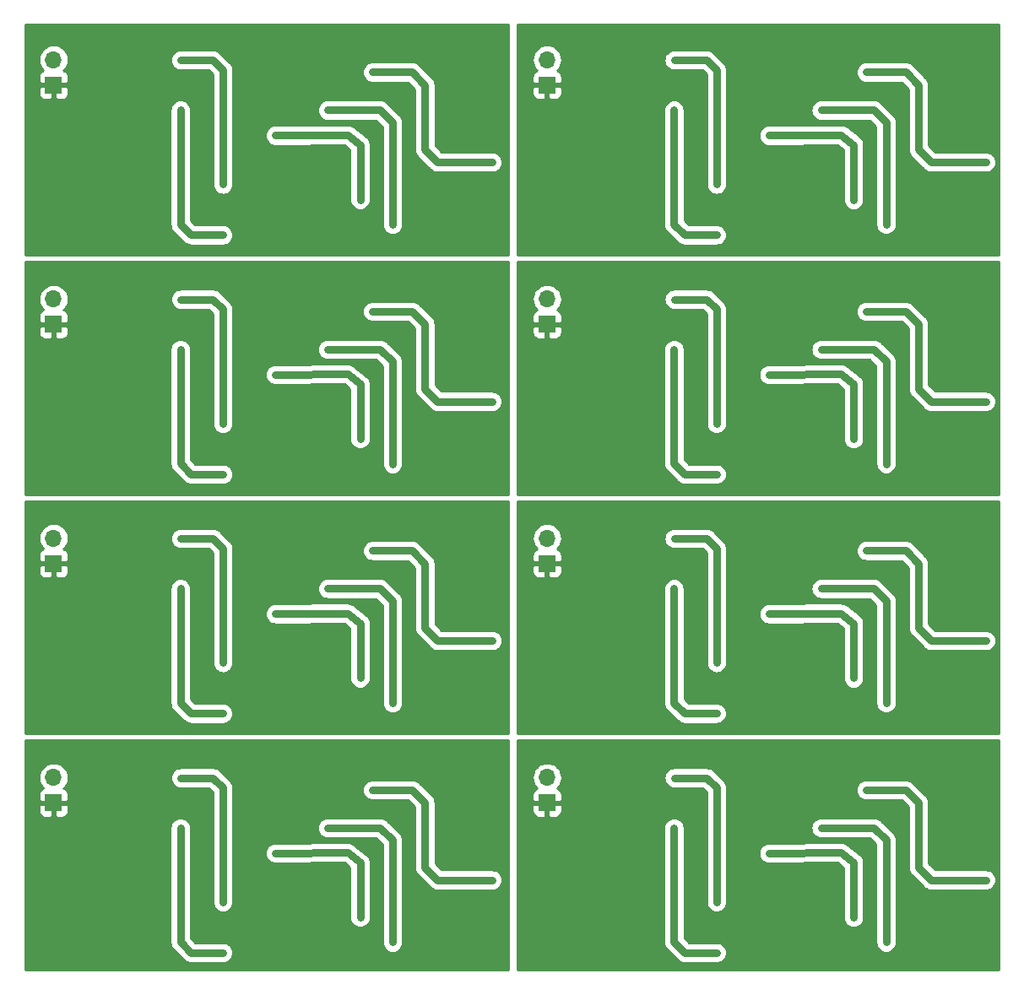
<source format=gbl>
G04 #@! TF.GenerationSoftware,KiCad,Pcbnew,5.1.4*
G04 #@! TF.CreationDate,2019-11-12T07:29:03+09:00*
G04 #@! TF.ProjectId,computerScienceExperience2,636f6d70-7574-4657-9253-6369656e6365,rev?*
G04 #@! TF.SameCoordinates,Original*
G04 #@! TF.FileFunction,Copper,L2,Bot*
G04 #@! TF.FilePolarity,Positive*
%FSLAX46Y46*%
G04 Gerber Fmt 4.6, Leading zero omitted, Abs format (unit mm)*
G04 Created by KiCad (PCBNEW 5.1.4) date 2019-11-12 07:29:03*
%MOMM*%
%LPD*%
G04 APERTURE LIST*
%ADD10O,1.700000X1.700000*%
%ADD11R,1.700000X1.700000*%
%ADD12C,0.650000*%
%ADD13C,0.250000*%
%ADD14C,0.800000*%
%ADD15C,0.300000*%
%ADD16C,0.254000*%
G04 APERTURE END LIST*
D10*
X104500000Y-132460000D03*
D11*
X104500000Y-135000000D03*
D10*
X154000000Y-132460000D03*
D11*
X154000000Y-135000000D03*
D10*
X154000000Y-108460000D03*
D11*
X154000000Y-111000000D03*
D10*
X104500000Y-108460000D03*
D11*
X104500000Y-111000000D03*
D10*
X104500000Y-84460000D03*
D11*
X104500000Y-87000000D03*
D10*
X154000000Y-84460000D03*
D11*
X154000000Y-87000000D03*
D10*
X154000000Y-60460000D03*
D11*
X154000000Y-63000000D03*
X104500000Y-63000000D03*
D10*
X104500000Y-60460000D03*
D12*
X126750000Y-68060000D03*
X135250000Y-74500000D03*
X176250000Y-68060000D03*
X176250000Y-92060000D03*
X126750000Y-92060000D03*
X126750000Y-116060000D03*
X176250000Y-116060000D03*
X176250000Y-140060000D03*
X126750000Y-140060000D03*
X184750000Y-74500000D03*
X184750000Y-98500000D03*
X135250000Y-98500000D03*
X135250000Y-122500000D03*
X184750000Y-122500000D03*
X184750000Y-146500000D03*
X135250000Y-146500000D03*
X138500000Y-77000000D03*
X131980000Y-65520000D03*
X188000000Y-77000000D03*
X188000000Y-101000000D03*
X138500000Y-101000000D03*
X138500000Y-125000000D03*
X188000000Y-125000000D03*
X188000000Y-149000000D03*
X138500000Y-149000000D03*
X181480000Y-65520000D03*
X181480000Y-89520000D03*
X131980000Y-89520000D03*
X131980000Y-113520000D03*
X181480000Y-113520000D03*
X181480000Y-137520000D03*
X131980000Y-137520000D03*
X121500000Y-72960000D03*
X117250000Y-60500000D03*
X171000000Y-72960000D03*
X171000000Y-96960000D03*
X121500000Y-96960000D03*
X121500000Y-120960000D03*
X171000000Y-120960000D03*
X171000000Y-144960000D03*
X121500000Y-144960000D03*
X166750000Y-60500000D03*
X166750000Y-84500000D03*
X117250000Y-84500000D03*
X117250000Y-108500000D03*
X166750000Y-108500000D03*
X166750000Y-132500000D03*
X117250000Y-132500000D03*
X117230000Y-65520000D03*
X121500000Y-78040000D03*
X166730000Y-65520000D03*
X166730000Y-89520000D03*
X117230000Y-89520000D03*
X117230000Y-113520000D03*
X166730000Y-113520000D03*
X166730000Y-137520000D03*
X117230000Y-137520000D03*
X171000000Y-78040000D03*
X171000000Y-102040000D03*
X121500000Y-102040000D03*
X121500000Y-126040000D03*
X171000000Y-126040000D03*
X171000000Y-150040000D03*
X121500000Y-150040000D03*
X148500000Y-70750000D03*
X136500000Y-61710000D03*
X198000000Y-70750000D03*
X198000000Y-94750000D03*
X148500000Y-94750000D03*
X148500000Y-118750000D03*
X198000000Y-118750000D03*
X198000000Y-142750000D03*
X148500000Y-142750000D03*
X186000000Y-61710000D03*
X186000000Y-85710000D03*
X136500000Y-85710000D03*
X136500000Y-109710000D03*
X186000000Y-109710000D03*
X186000000Y-133710000D03*
X136500000Y-133710000D03*
X102000000Y-57250000D03*
X102000000Y-79500000D03*
X149500000Y-79500000D03*
X149500000Y-57250000D03*
X199000000Y-79500000D03*
X199000000Y-103500000D03*
X149500000Y-103500000D03*
X149500000Y-127500000D03*
X199000000Y-127500000D03*
X199000000Y-151500000D03*
X149500000Y-151500000D03*
X151500000Y-57250000D03*
X151500000Y-81250000D03*
X102000000Y-81250000D03*
X102000000Y-105250000D03*
X151500000Y-105250000D03*
X151500000Y-129250000D03*
X102000000Y-129250000D03*
X151500000Y-79500000D03*
X151500000Y-103500000D03*
X102000000Y-103500000D03*
X102000000Y-127500000D03*
X151500000Y-127500000D03*
X151500000Y-151500000D03*
X102000000Y-151500000D03*
X199000000Y-57250000D03*
X199000000Y-81250000D03*
X149500000Y-81250000D03*
X149500000Y-105250000D03*
X199000000Y-105250000D03*
X199000000Y-129250000D03*
X149500000Y-129250000D03*
D13*
X126750000Y-68060000D02*
X126750000Y-68060000D01*
D14*
X135250000Y-69000000D02*
X135250000Y-74500000D01*
X126750000Y-68060000D02*
X134000000Y-68000000D01*
X134000000Y-68000000D02*
X135250000Y-69000000D01*
X176250000Y-68060000D02*
X183500000Y-68000000D01*
X176250000Y-92060000D02*
X183500000Y-92000000D01*
X126750000Y-92060000D02*
X134000000Y-92000000D01*
X126750000Y-116060000D02*
X134000000Y-116000000D01*
X176250000Y-116060000D02*
X183500000Y-116000000D01*
X176250000Y-140060000D02*
X183500000Y-140000000D01*
X126750000Y-140060000D02*
X134000000Y-140000000D01*
X183500000Y-68000000D02*
X184750000Y-69000000D01*
X183500000Y-92000000D02*
X184750000Y-93000000D01*
X134000000Y-92000000D02*
X135250000Y-93000000D01*
X134000000Y-116000000D02*
X135250000Y-117000000D01*
X183500000Y-116000000D02*
X184750000Y-117000000D01*
X183500000Y-140000000D02*
X184750000Y-141000000D01*
X134000000Y-140000000D02*
X135250000Y-141000000D01*
X184750000Y-69000000D02*
X184750000Y-74500000D01*
X184750000Y-93000000D02*
X184750000Y-98500000D01*
X135250000Y-93000000D02*
X135250000Y-98500000D01*
X135250000Y-117000000D02*
X135250000Y-122500000D01*
X184750000Y-117000000D02*
X184750000Y-122500000D01*
X184750000Y-141000000D02*
X184750000Y-146500000D01*
X135250000Y-141000000D02*
X135250000Y-146500000D01*
D13*
X176250000Y-68060000D02*
X176250000Y-68060000D01*
X176250000Y-92060000D02*
X176250000Y-92060000D01*
X126750000Y-92060000D02*
X126750000Y-92060000D01*
X126750000Y-116060000D02*
X126750000Y-116060000D01*
X176250000Y-116060000D02*
X176250000Y-116060000D01*
X176250000Y-140060000D02*
X176250000Y-140060000D01*
X126750000Y-140060000D02*
X126750000Y-140060000D01*
D14*
X131980000Y-65520000D02*
X137270000Y-65520000D01*
X138500000Y-66750000D02*
X138500000Y-77000000D01*
X137270000Y-65520000D02*
X138500000Y-66750000D01*
X188000000Y-66750000D02*
X188000000Y-77000000D01*
X188000000Y-90750000D02*
X188000000Y-101000000D01*
X138500000Y-90750000D02*
X138500000Y-101000000D01*
X138500000Y-114750000D02*
X138500000Y-125000000D01*
X188000000Y-114750000D02*
X188000000Y-125000000D01*
X188000000Y-138750000D02*
X188000000Y-149000000D01*
X138500000Y-138750000D02*
X138500000Y-149000000D01*
X181480000Y-65520000D02*
X186770000Y-65520000D01*
X181480000Y-89520000D02*
X186770000Y-89520000D01*
X131980000Y-89520000D02*
X137270000Y-89520000D01*
X131980000Y-113520000D02*
X137270000Y-113520000D01*
X181480000Y-113520000D02*
X186770000Y-113520000D01*
X181480000Y-137520000D02*
X186770000Y-137520000D01*
X131980000Y-137520000D02*
X137270000Y-137520000D01*
X186770000Y-65520000D02*
X188000000Y-66750000D01*
X186770000Y-89520000D02*
X188000000Y-90750000D01*
X137270000Y-89520000D02*
X138500000Y-90750000D01*
X137270000Y-113520000D02*
X138500000Y-114750000D01*
X186770000Y-113520000D02*
X188000000Y-114750000D01*
X186770000Y-137520000D02*
X188000000Y-138750000D01*
X137270000Y-137520000D02*
X138500000Y-138750000D01*
D15*
X121500000Y-72960000D02*
X121500000Y-72960000D01*
D14*
X120500000Y-60500000D02*
X117250000Y-60500000D01*
X121500000Y-72960000D02*
X121500000Y-61500000D01*
X121500000Y-61500000D02*
X120500000Y-60500000D01*
X117250000Y-60500000D02*
X117250000Y-60500000D01*
X171000000Y-61500000D02*
X170000000Y-60500000D01*
X171000000Y-85500000D02*
X170000000Y-84500000D01*
X121500000Y-85500000D02*
X120500000Y-84500000D01*
X121500000Y-109500000D02*
X120500000Y-108500000D01*
X171000000Y-109500000D02*
X170000000Y-108500000D01*
X171000000Y-133500000D02*
X170000000Y-132500000D01*
X121500000Y-133500000D02*
X120500000Y-132500000D01*
X166750000Y-60500000D02*
X166750000Y-60500000D01*
X166750000Y-84500000D02*
X166750000Y-84500000D01*
X117250000Y-84500000D02*
X117250000Y-84500000D01*
X117250000Y-108500000D02*
X117250000Y-108500000D01*
X166750000Y-108500000D02*
X166750000Y-108500000D01*
X166750000Y-132500000D02*
X166750000Y-132500000D01*
X117250000Y-132500000D02*
X117250000Y-132500000D01*
D15*
X171000000Y-72960000D02*
X171000000Y-72960000D01*
X171000000Y-96960000D02*
X171000000Y-96960000D01*
X121500000Y-96960000D02*
X121500000Y-96960000D01*
X121500000Y-120960000D02*
X121500000Y-120960000D01*
X171000000Y-120960000D02*
X171000000Y-120960000D01*
X171000000Y-144960000D02*
X171000000Y-144960000D01*
X121500000Y-144960000D02*
X121500000Y-144960000D01*
D14*
X170000000Y-60500000D02*
X166750000Y-60500000D01*
X170000000Y-84500000D02*
X166750000Y-84500000D01*
X120500000Y-84500000D02*
X117250000Y-84500000D01*
X120500000Y-108500000D02*
X117250000Y-108500000D01*
X170000000Y-108500000D02*
X166750000Y-108500000D01*
X170000000Y-132500000D02*
X166750000Y-132500000D01*
X120500000Y-132500000D02*
X117250000Y-132500000D01*
X171000000Y-72960000D02*
X171000000Y-61500000D01*
X171000000Y-96960000D02*
X171000000Y-85500000D01*
X121500000Y-96960000D02*
X121500000Y-85500000D01*
X121500000Y-120960000D02*
X121500000Y-109500000D01*
X171000000Y-120960000D02*
X171000000Y-109500000D01*
X171000000Y-144960000D02*
X171000000Y-133500000D01*
X121500000Y-144960000D02*
X121500000Y-133500000D01*
D15*
X117230000Y-65520000D02*
X117230000Y-65520000D01*
X121500000Y-78040000D02*
X121500000Y-78040000D01*
D14*
X118290000Y-78040000D02*
X121500000Y-78040000D01*
X117230000Y-65520000D02*
X117230000Y-76980000D01*
X117230000Y-76980000D02*
X118290000Y-78040000D01*
X166730000Y-76980000D02*
X167790000Y-78040000D01*
X166730000Y-100980000D02*
X167790000Y-102040000D01*
X117230000Y-100980000D02*
X118290000Y-102040000D01*
X117230000Y-124980000D02*
X118290000Y-126040000D01*
X166730000Y-124980000D02*
X167790000Y-126040000D01*
X166730000Y-148980000D02*
X167790000Y-150040000D01*
X117230000Y-148980000D02*
X118290000Y-150040000D01*
X167790000Y-78040000D02*
X171000000Y-78040000D01*
X167790000Y-102040000D02*
X171000000Y-102040000D01*
X118290000Y-102040000D02*
X121500000Y-102040000D01*
X118290000Y-126040000D02*
X121500000Y-126040000D01*
X167790000Y-126040000D02*
X171000000Y-126040000D01*
X167790000Y-150040000D02*
X171000000Y-150040000D01*
X118290000Y-150040000D02*
X121500000Y-150040000D01*
X166730000Y-65520000D02*
X166730000Y-76980000D01*
X166730000Y-89520000D02*
X166730000Y-100980000D01*
X117230000Y-89520000D02*
X117230000Y-100980000D01*
X117230000Y-113520000D02*
X117230000Y-124980000D01*
X166730000Y-113520000D02*
X166730000Y-124980000D01*
X166730000Y-137520000D02*
X166730000Y-148980000D01*
X117230000Y-137520000D02*
X117230000Y-148980000D01*
D15*
X166730000Y-65520000D02*
X166730000Y-65520000D01*
X166730000Y-89520000D02*
X166730000Y-89520000D01*
X117230000Y-89520000D02*
X117230000Y-89520000D01*
X117230000Y-113520000D02*
X117230000Y-113520000D01*
X166730000Y-113520000D02*
X166730000Y-113520000D01*
X166730000Y-137520000D02*
X166730000Y-137520000D01*
X117230000Y-137520000D02*
X117230000Y-137520000D01*
X171000000Y-78040000D02*
X171000000Y-78040000D01*
X171000000Y-102040000D02*
X171000000Y-102040000D01*
X121500000Y-102040000D02*
X121500000Y-102040000D01*
X121500000Y-126040000D02*
X121500000Y-126040000D01*
X171000000Y-126040000D02*
X171000000Y-126040000D01*
X171000000Y-150040000D02*
X171000000Y-150040000D01*
X121500000Y-150040000D02*
X121500000Y-150040000D01*
D13*
X136500000Y-61710000D02*
X136500000Y-61710000D01*
D14*
X136500000Y-61710000D02*
X140460000Y-61710000D01*
X140460000Y-61710000D02*
X141750000Y-63000000D01*
X141750000Y-63000000D02*
X141750000Y-69500000D01*
X141750000Y-69500000D02*
X143000000Y-70750000D01*
X143000000Y-70750000D02*
X148500000Y-70750000D01*
X189960000Y-61710000D02*
X191250000Y-63000000D01*
X189960000Y-85710000D02*
X191250000Y-87000000D01*
X140460000Y-85710000D02*
X141750000Y-87000000D01*
X140460000Y-109710000D02*
X141750000Y-111000000D01*
X189960000Y-109710000D02*
X191250000Y-111000000D01*
X189960000Y-133710000D02*
X191250000Y-135000000D01*
X140460000Y-133710000D02*
X141750000Y-135000000D01*
X191250000Y-69500000D02*
X192500000Y-70750000D01*
X191250000Y-93500000D02*
X192500000Y-94750000D01*
X141750000Y-93500000D02*
X143000000Y-94750000D01*
X141750000Y-117500000D02*
X143000000Y-118750000D01*
X191250000Y-117500000D02*
X192500000Y-118750000D01*
X191250000Y-141500000D02*
X192500000Y-142750000D01*
X141750000Y-141500000D02*
X143000000Y-142750000D01*
D13*
X186000000Y-61710000D02*
X186000000Y-61710000D01*
X186000000Y-85710000D02*
X186000000Y-85710000D01*
X136500000Y-85710000D02*
X136500000Y-85710000D01*
X136500000Y-109710000D02*
X136500000Y-109710000D01*
X186000000Y-109710000D02*
X186000000Y-109710000D01*
X186000000Y-133710000D02*
X186000000Y-133710000D01*
X136500000Y-133710000D02*
X136500000Y-133710000D01*
D14*
X191250000Y-63000000D02*
X191250000Y-69500000D01*
X191250000Y-87000000D02*
X191250000Y-93500000D01*
X141750000Y-87000000D02*
X141750000Y-93500000D01*
X141750000Y-111000000D02*
X141750000Y-117500000D01*
X191250000Y-111000000D02*
X191250000Y-117500000D01*
X191250000Y-135000000D02*
X191250000Y-141500000D01*
X141750000Y-135000000D02*
X141750000Y-141500000D01*
X192500000Y-70750000D02*
X198000000Y-70750000D01*
X192500000Y-94750000D02*
X198000000Y-94750000D01*
X143000000Y-94750000D02*
X148500000Y-94750000D01*
X143000000Y-118750000D02*
X148500000Y-118750000D01*
X192500000Y-118750000D02*
X198000000Y-118750000D01*
X192500000Y-142750000D02*
X198000000Y-142750000D01*
X143000000Y-142750000D02*
X148500000Y-142750000D01*
X186000000Y-61710000D02*
X189960000Y-61710000D01*
X186000000Y-85710000D02*
X189960000Y-85710000D01*
X136500000Y-85710000D02*
X140460000Y-85710000D01*
X136500000Y-109710000D02*
X140460000Y-109710000D01*
X186000000Y-109710000D02*
X189960000Y-109710000D01*
X186000000Y-133710000D02*
X189960000Y-133710000D01*
X136500000Y-133710000D02*
X140460000Y-133710000D01*
D16*
G36*
X150073000Y-80073000D02*
G01*
X101710000Y-80073000D01*
X101710000Y-76980000D01*
X116189994Y-76980000D01*
X116209977Y-77182895D01*
X116269160Y-77377993D01*
X116365266Y-77557797D01*
X116434375Y-77642006D01*
X116494605Y-77715396D01*
X116534092Y-77747802D01*
X117522197Y-78735908D01*
X117554604Y-78775396D01*
X117594092Y-78807803D01*
X117712202Y-78904734D01*
X117808309Y-78956104D01*
X117892007Y-79000841D01*
X118087105Y-79060024D01*
X118239162Y-79075000D01*
X118239171Y-79075000D01*
X118289999Y-79080006D01*
X118340827Y-79075000D01*
X121550838Y-79075000D01*
X121702895Y-79060024D01*
X121897993Y-79000841D01*
X122077797Y-78904734D01*
X122235396Y-78775396D01*
X122364734Y-78617797D01*
X122460841Y-78437993D01*
X122520024Y-78242895D01*
X122540007Y-78040000D01*
X122520024Y-77837105D01*
X122460841Y-77642007D01*
X122364734Y-77462203D01*
X122235396Y-77304604D01*
X122077797Y-77175266D01*
X121897993Y-77079159D01*
X121702895Y-77019976D01*
X121550838Y-77005000D01*
X118718711Y-77005000D01*
X118265000Y-76551290D01*
X118265000Y-65469162D01*
X118250024Y-65317105D01*
X118190841Y-65122007D01*
X118094734Y-64942203D01*
X117965396Y-64784604D01*
X117807797Y-64655266D01*
X117627992Y-64559159D01*
X117432894Y-64499976D01*
X117230000Y-64479993D01*
X117027105Y-64499976D01*
X116832007Y-64559159D01*
X116652203Y-64655266D01*
X116494604Y-64784604D01*
X116365266Y-64942203D01*
X116269159Y-65122008D01*
X116209976Y-65317106D01*
X116195000Y-65469163D01*
X116195001Y-76929162D01*
X116189994Y-76980000D01*
X101710000Y-76980000D01*
X101710000Y-63850000D01*
X103011928Y-63850000D01*
X103024188Y-63974482D01*
X103060498Y-64094180D01*
X103119463Y-64204494D01*
X103198815Y-64301185D01*
X103295506Y-64380537D01*
X103405820Y-64439502D01*
X103525518Y-64475812D01*
X103650000Y-64488072D01*
X104214250Y-64485000D01*
X104373000Y-64326250D01*
X104373000Y-63127000D01*
X104627000Y-63127000D01*
X104627000Y-64326250D01*
X104785750Y-64485000D01*
X105350000Y-64488072D01*
X105474482Y-64475812D01*
X105594180Y-64439502D01*
X105704494Y-64380537D01*
X105801185Y-64301185D01*
X105880537Y-64204494D01*
X105939502Y-64094180D01*
X105975812Y-63974482D01*
X105988072Y-63850000D01*
X105985000Y-63285750D01*
X105826250Y-63127000D01*
X104627000Y-63127000D01*
X104373000Y-63127000D01*
X103173750Y-63127000D01*
X103015000Y-63285750D01*
X103011928Y-63850000D01*
X101710000Y-63850000D01*
X101710000Y-60460000D01*
X103007815Y-60460000D01*
X103036487Y-60751111D01*
X103121401Y-61031034D01*
X103259294Y-61289014D01*
X103444866Y-61515134D01*
X103474687Y-61539607D01*
X103405820Y-61560498D01*
X103295506Y-61619463D01*
X103198815Y-61698815D01*
X103119463Y-61795506D01*
X103060498Y-61905820D01*
X103024188Y-62025518D01*
X103011928Y-62150000D01*
X103015000Y-62714250D01*
X103173750Y-62873000D01*
X104373000Y-62873000D01*
X104373000Y-62853000D01*
X104627000Y-62853000D01*
X104627000Y-62873000D01*
X105826250Y-62873000D01*
X105985000Y-62714250D01*
X105988072Y-62150000D01*
X105975812Y-62025518D01*
X105939502Y-61905820D01*
X105880537Y-61795506D01*
X105801185Y-61698815D01*
X105704494Y-61619463D01*
X105594180Y-61560498D01*
X105525313Y-61539607D01*
X105555134Y-61515134D01*
X105740706Y-61289014D01*
X105878599Y-61031034D01*
X105963513Y-60751111D01*
X105988245Y-60500000D01*
X116209993Y-60500000D01*
X116229976Y-60702895D01*
X116289159Y-60897993D01*
X116385266Y-61077797D01*
X116514604Y-61235396D01*
X116672203Y-61364734D01*
X116852007Y-61460841D01*
X117047105Y-61520024D01*
X117199162Y-61535000D01*
X120071290Y-61535000D01*
X120465001Y-61928712D01*
X120465000Y-73010837D01*
X120479976Y-73162894D01*
X120539159Y-73357992D01*
X120635266Y-73537797D01*
X120764604Y-73695396D01*
X120922203Y-73824734D01*
X121102007Y-73920841D01*
X121297105Y-73980024D01*
X121500000Y-74000007D01*
X121702894Y-73980024D01*
X121897992Y-73920841D01*
X122077797Y-73824734D01*
X122235396Y-73695396D01*
X122364734Y-73537797D01*
X122460841Y-73357993D01*
X122520024Y-73162895D01*
X122535000Y-73010838D01*
X122535000Y-68068606D01*
X125710029Y-68068606D01*
X125731691Y-68271329D01*
X125792486Y-68465930D01*
X125890078Y-68644933D01*
X126020716Y-68801456D01*
X126179379Y-68929485D01*
X126359973Y-69024101D01*
X126555554Y-69081668D01*
X126707729Y-69095385D01*
X133640703Y-69038008D01*
X134215000Y-69497446D01*
X134215001Y-74550838D01*
X134229977Y-74702895D01*
X134289160Y-74897993D01*
X134385267Y-75077797D01*
X134514605Y-75235396D01*
X134672204Y-75364734D01*
X134852008Y-75460841D01*
X135047106Y-75520024D01*
X135250000Y-75540007D01*
X135452895Y-75520024D01*
X135647993Y-75460841D01*
X135827797Y-75364734D01*
X135985396Y-75235396D01*
X136114734Y-75077797D01*
X136210841Y-74897993D01*
X136270024Y-74702895D01*
X136285000Y-74550838D01*
X136285000Y-69095410D01*
X136286190Y-69089011D01*
X136285000Y-68993689D01*
X136285000Y-68949162D01*
X136284363Y-68942699D01*
X136283645Y-68885150D01*
X136274398Y-68841516D01*
X136270024Y-68797105D01*
X136253310Y-68742007D01*
X136241378Y-68685703D01*
X136223794Y-68644706D01*
X136210841Y-68602007D01*
X136183701Y-68551232D01*
X136161012Y-68498333D01*
X136135767Y-68461553D01*
X136114734Y-68422203D01*
X136078216Y-68377706D01*
X136045638Y-68330242D01*
X136013696Y-68299087D01*
X135985396Y-68264604D01*
X135940904Y-68228090D01*
X135936257Y-68223558D01*
X135901502Y-68195754D01*
X135827797Y-68135266D01*
X135822056Y-68132197D01*
X134647964Y-67192925D01*
X134570620Y-67130515D01*
X134523441Y-67105797D01*
X134478769Y-67076748D01*
X134433342Y-67058592D01*
X134390027Y-67035899D01*
X134338927Y-67020858D01*
X134289452Y-67001085D01*
X134241369Y-66992143D01*
X134194446Y-66978332D01*
X134141379Y-66973549D01*
X134089011Y-66963810D01*
X133989522Y-66965052D01*
X126690599Y-67025457D01*
X126538671Y-67041691D01*
X126344070Y-67102486D01*
X126165067Y-67200078D01*
X126008544Y-67330716D01*
X125880515Y-67489379D01*
X125785899Y-67669973D01*
X125728332Y-67865554D01*
X125710029Y-68068606D01*
X122535000Y-68068606D01*
X122535000Y-65520000D01*
X130939993Y-65520000D01*
X130959976Y-65722895D01*
X131019159Y-65917993D01*
X131115266Y-66097797D01*
X131244604Y-66255396D01*
X131402203Y-66384734D01*
X131582007Y-66480841D01*
X131777105Y-66540024D01*
X131929162Y-66555000D01*
X136841290Y-66555000D01*
X137465000Y-67178711D01*
X137465001Y-77050838D01*
X137479977Y-77202895D01*
X137539160Y-77397993D01*
X137635267Y-77577797D01*
X137764605Y-77735396D01*
X137922204Y-77864734D01*
X138102008Y-77960841D01*
X138297106Y-78020024D01*
X138500000Y-78040007D01*
X138702895Y-78020024D01*
X138897993Y-77960841D01*
X139077797Y-77864734D01*
X139235396Y-77735396D01*
X139364734Y-77577797D01*
X139460841Y-77397993D01*
X139520024Y-77202895D01*
X139535000Y-77050838D01*
X139535000Y-66800835D01*
X139540007Y-66750000D01*
X139535000Y-66699162D01*
X139520024Y-66547105D01*
X139460841Y-66352007D01*
X139414699Y-66265681D01*
X139364734Y-66172202D01*
X139267803Y-66054092D01*
X139235396Y-66014604D01*
X139195908Y-65982197D01*
X138037807Y-64824097D01*
X138005396Y-64784604D01*
X137847797Y-64655266D01*
X137667993Y-64559159D01*
X137472895Y-64499976D01*
X137320838Y-64485000D01*
X137320828Y-64485000D01*
X137270000Y-64479994D01*
X137219172Y-64485000D01*
X131929162Y-64485000D01*
X131777105Y-64499976D01*
X131582007Y-64559159D01*
X131402203Y-64655266D01*
X131244604Y-64784604D01*
X131115266Y-64942203D01*
X131019159Y-65122007D01*
X130959976Y-65317105D01*
X130939993Y-65520000D01*
X122535000Y-65520000D01*
X122535000Y-61710000D01*
X135459993Y-61710000D01*
X135479976Y-61912895D01*
X135539159Y-62107993D01*
X135635266Y-62287797D01*
X135764604Y-62445396D01*
X135922203Y-62574734D01*
X136102007Y-62670841D01*
X136297105Y-62730024D01*
X136449162Y-62745000D01*
X140031290Y-62745000D01*
X140715000Y-63428711D01*
X140715001Y-69449162D01*
X140709994Y-69500000D01*
X140729977Y-69702895D01*
X140789160Y-69897993D01*
X140885266Y-70077797D01*
X140962743Y-70172202D01*
X141014605Y-70235396D01*
X141054092Y-70267802D01*
X142232197Y-71445908D01*
X142264604Y-71485396D01*
X142304092Y-71517803D01*
X142422202Y-71614734D01*
X142518309Y-71666104D01*
X142602007Y-71710841D01*
X142797105Y-71770024D01*
X142949162Y-71785000D01*
X142949164Y-71785000D01*
X143000000Y-71790007D01*
X143050835Y-71785000D01*
X148550838Y-71785000D01*
X148702895Y-71770024D01*
X148897993Y-71710841D01*
X149077797Y-71614734D01*
X149235396Y-71485396D01*
X149364734Y-71327797D01*
X149460841Y-71147993D01*
X149520024Y-70952895D01*
X149540007Y-70750000D01*
X149520024Y-70547105D01*
X149460841Y-70352007D01*
X149364734Y-70172203D01*
X149235396Y-70014604D01*
X149077797Y-69885266D01*
X148897993Y-69789159D01*
X148702895Y-69729976D01*
X148550838Y-69715000D01*
X143428711Y-69715000D01*
X142785000Y-69071290D01*
X142785000Y-63050827D01*
X142790006Y-62999999D01*
X142785000Y-62949171D01*
X142785000Y-62949162D01*
X142770024Y-62797105D01*
X142710841Y-62602007D01*
X142614734Y-62422203D01*
X142485396Y-62264604D01*
X142445908Y-62232197D01*
X141227807Y-61014097D01*
X141195396Y-60974604D01*
X141037797Y-60845266D01*
X140857993Y-60749159D01*
X140662895Y-60689976D01*
X140510838Y-60675000D01*
X140510828Y-60675000D01*
X140460000Y-60669994D01*
X140409172Y-60675000D01*
X136449162Y-60675000D01*
X136297105Y-60689976D01*
X136102007Y-60749159D01*
X135922203Y-60845266D01*
X135764604Y-60974604D01*
X135635266Y-61132203D01*
X135539159Y-61312007D01*
X135479976Y-61507105D01*
X135459993Y-61710000D01*
X122535000Y-61710000D01*
X122535000Y-61550835D01*
X122540007Y-61500000D01*
X122535000Y-61449162D01*
X122520024Y-61297105D01*
X122470001Y-61132203D01*
X122460841Y-61102006D01*
X122364734Y-60922202D01*
X122267803Y-60804092D01*
X122235396Y-60764604D01*
X122195908Y-60732197D01*
X121267807Y-59804097D01*
X121235396Y-59764604D01*
X121077797Y-59635266D01*
X120897993Y-59539159D01*
X120702895Y-59479976D01*
X120550838Y-59465000D01*
X120550828Y-59465000D01*
X120500000Y-59459994D01*
X120449172Y-59465000D01*
X117199162Y-59465000D01*
X117047105Y-59479976D01*
X116852007Y-59539159D01*
X116672203Y-59635266D01*
X116514604Y-59764604D01*
X116385266Y-59922203D01*
X116289159Y-60102007D01*
X116229976Y-60297105D01*
X116209993Y-60500000D01*
X105988245Y-60500000D01*
X105992185Y-60460000D01*
X105963513Y-60168889D01*
X105878599Y-59888966D01*
X105740706Y-59630986D01*
X105555134Y-59404866D01*
X105329014Y-59219294D01*
X105071034Y-59081401D01*
X104791111Y-58996487D01*
X104572950Y-58975000D01*
X104427050Y-58975000D01*
X104208889Y-58996487D01*
X103928966Y-59081401D01*
X103670986Y-59219294D01*
X103444866Y-59404866D01*
X103259294Y-59630986D01*
X103121401Y-59888966D01*
X103036487Y-60168889D01*
X103007815Y-60460000D01*
X101710000Y-60460000D01*
X101710000Y-56960000D01*
X150073000Y-56960000D01*
X150073000Y-80073000D01*
X150073000Y-80073000D01*
G37*
X150073000Y-80073000D02*
X101710000Y-80073000D01*
X101710000Y-76980000D01*
X116189994Y-76980000D01*
X116209977Y-77182895D01*
X116269160Y-77377993D01*
X116365266Y-77557797D01*
X116434375Y-77642006D01*
X116494605Y-77715396D01*
X116534092Y-77747802D01*
X117522197Y-78735908D01*
X117554604Y-78775396D01*
X117594092Y-78807803D01*
X117712202Y-78904734D01*
X117808309Y-78956104D01*
X117892007Y-79000841D01*
X118087105Y-79060024D01*
X118239162Y-79075000D01*
X118239171Y-79075000D01*
X118289999Y-79080006D01*
X118340827Y-79075000D01*
X121550838Y-79075000D01*
X121702895Y-79060024D01*
X121897993Y-79000841D01*
X122077797Y-78904734D01*
X122235396Y-78775396D01*
X122364734Y-78617797D01*
X122460841Y-78437993D01*
X122520024Y-78242895D01*
X122540007Y-78040000D01*
X122520024Y-77837105D01*
X122460841Y-77642007D01*
X122364734Y-77462203D01*
X122235396Y-77304604D01*
X122077797Y-77175266D01*
X121897993Y-77079159D01*
X121702895Y-77019976D01*
X121550838Y-77005000D01*
X118718711Y-77005000D01*
X118265000Y-76551290D01*
X118265000Y-65469162D01*
X118250024Y-65317105D01*
X118190841Y-65122007D01*
X118094734Y-64942203D01*
X117965396Y-64784604D01*
X117807797Y-64655266D01*
X117627992Y-64559159D01*
X117432894Y-64499976D01*
X117230000Y-64479993D01*
X117027105Y-64499976D01*
X116832007Y-64559159D01*
X116652203Y-64655266D01*
X116494604Y-64784604D01*
X116365266Y-64942203D01*
X116269159Y-65122008D01*
X116209976Y-65317106D01*
X116195000Y-65469163D01*
X116195001Y-76929162D01*
X116189994Y-76980000D01*
X101710000Y-76980000D01*
X101710000Y-63850000D01*
X103011928Y-63850000D01*
X103024188Y-63974482D01*
X103060498Y-64094180D01*
X103119463Y-64204494D01*
X103198815Y-64301185D01*
X103295506Y-64380537D01*
X103405820Y-64439502D01*
X103525518Y-64475812D01*
X103650000Y-64488072D01*
X104214250Y-64485000D01*
X104373000Y-64326250D01*
X104373000Y-63127000D01*
X104627000Y-63127000D01*
X104627000Y-64326250D01*
X104785750Y-64485000D01*
X105350000Y-64488072D01*
X105474482Y-64475812D01*
X105594180Y-64439502D01*
X105704494Y-64380537D01*
X105801185Y-64301185D01*
X105880537Y-64204494D01*
X105939502Y-64094180D01*
X105975812Y-63974482D01*
X105988072Y-63850000D01*
X105985000Y-63285750D01*
X105826250Y-63127000D01*
X104627000Y-63127000D01*
X104373000Y-63127000D01*
X103173750Y-63127000D01*
X103015000Y-63285750D01*
X103011928Y-63850000D01*
X101710000Y-63850000D01*
X101710000Y-60460000D01*
X103007815Y-60460000D01*
X103036487Y-60751111D01*
X103121401Y-61031034D01*
X103259294Y-61289014D01*
X103444866Y-61515134D01*
X103474687Y-61539607D01*
X103405820Y-61560498D01*
X103295506Y-61619463D01*
X103198815Y-61698815D01*
X103119463Y-61795506D01*
X103060498Y-61905820D01*
X103024188Y-62025518D01*
X103011928Y-62150000D01*
X103015000Y-62714250D01*
X103173750Y-62873000D01*
X104373000Y-62873000D01*
X104373000Y-62853000D01*
X104627000Y-62853000D01*
X104627000Y-62873000D01*
X105826250Y-62873000D01*
X105985000Y-62714250D01*
X105988072Y-62150000D01*
X105975812Y-62025518D01*
X105939502Y-61905820D01*
X105880537Y-61795506D01*
X105801185Y-61698815D01*
X105704494Y-61619463D01*
X105594180Y-61560498D01*
X105525313Y-61539607D01*
X105555134Y-61515134D01*
X105740706Y-61289014D01*
X105878599Y-61031034D01*
X105963513Y-60751111D01*
X105988245Y-60500000D01*
X116209993Y-60500000D01*
X116229976Y-60702895D01*
X116289159Y-60897993D01*
X116385266Y-61077797D01*
X116514604Y-61235396D01*
X116672203Y-61364734D01*
X116852007Y-61460841D01*
X117047105Y-61520024D01*
X117199162Y-61535000D01*
X120071290Y-61535000D01*
X120465001Y-61928712D01*
X120465000Y-73010837D01*
X120479976Y-73162894D01*
X120539159Y-73357992D01*
X120635266Y-73537797D01*
X120764604Y-73695396D01*
X120922203Y-73824734D01*
X121102007Y-73920841D01*
X121297105Y-73980024D01*
X121500000Y-74000007D01*
X121702894Y-73980024D01*
X121897992Y-73920841D01*
X122077797Y-73824734D01*
X122235396Y-73695396D01*
X122364734Y-73537797D01*
X122460841Y-73357993D01*
X122520024Y-73162895D01*
X122535000Y-73010838D01*
X122535000Y-68068606D01*
X125710029Y-68068606D01*
X125731691Y-68271329D01*
X125792486Y-68465930D01*
X125890078Y-68644933D01*
X126020716Y-68801456D01*
X126179379Y-68929485D01*
X126359973Y-69024101D01*
X126555554Y-69081668D01*
X126707729Y-69095385D01*
X133640703Y-69038008D01*
X134215000Y-69497446D01*
X134215001Y-74550838D01*
X134229977Y-74702895D01*
X134289160Y-74897993D01*
X134385267Y-75077797D01*
X134514605Y-75235396D01*
X134672204Y-75364734D01*
X134852008Y-75460841D01*
X135047106Y-75520024D01*
X135250000Y-75540007D01*
X135452895Y-75520024D01*
X135647993Y-75460841D01*
X135827797Y-75364734D01*
X135985396Y-75235396D01*
X136114734Y-75077797D01*
X136210841Y-74897993D01*
X136270024Y-74702895D01*
X136285000Y-74550838D01*
X136285000Y-69095410D01*
X136286190Y-69089011D01*
X136285000Y-68993689D01*
X136285000Y-68949162D01*
X136284363Y-68942699D01*
X136283645Y-68885150D01*
X136274398Y-68841516D01*
X136270024Y-68797105D01*
X136253310Y-68742007D01*
X136241378Y-68685703D01*
X136223794Y-68644706D01*
X136210841Y-68602007D01*
X136183701Y-68551232D01*
X136161012Y-68498333D01*
X136135767Y-68461553D01*
X136114734Y-68422203D01*
X136078216Y-68377706D01*
X136045638Y-68330242D01*
X136013696Y-68299087D01*
X135985396Y-68264604D01*
X135940904Y-68228090D01*
X135936257Y-68223558D01*
X135901502Y-68195754D01*
X135827797Y-68135266D01*
X135822056Y-68132197D01*
X134647964Y-67192925D01*
X134570620Y-67130515D01*
X134523441Y-67105797D01*
X134478769Y-67076748D01*
X134433342Y-67058592D01*
X134390027Y-67035899D01*
X134338927Y-67020858D01*
X134289452Y-67001085D01*
X134241369Y-66992143D01*
X134194446Y-66978332D01*
X134141379Y-66973549D01*
X134089011Y-66963810D01*
X133989522Y-66965052D01*
X126690599Y-67025457D01*
X126538671Y-67041691D01*
X126344070Y-67102486D01*
X126165067Y-67200078D01*
X126008544Y-67330716D01*
X125880515Y-67489379D01*
X125785899Y-67669973D01*
X125728332Y-67865554D01*
X125710029Y-68068606D01*
X122535000Y-68068606D01*
X122535000Y-65520000D01*
X130939993Y-65520000D01*
X130959976Y-65722895D01*
X131019159Y-65917993D01*
X131115266Y-66097797D01*
X131244604Y-66255396D01*
X131402203Y-66384734D01*
X131582007Y-66480841D01*
X131777105Y-66540024D01*
X131929162Y-66555000D01*
X136841290Y-66555000D01*
X137465000Y-67178711D01*
X137465001Y-77050838D01*
X137479977Y-77202895D01*
X137539160Y-77397993D01*
X137635267Y-77577797D01*
X137764605Y-77735396D01*
X137922204Y-77864734D01*
X138102008Y-77960841D01*
X138297106Y-78020024D01*
X138500000Y-78040007D01*
X138702895Y-78020024D01*
X138897993Y-77960841D01*
X139077797Y-77864734D01*
X139235396Y-77735396D01*
X139364734Y-77577797D01*
X139460841Y-77397993D01*
X139520024Y-77202895D01*
X139535000Y-77050838D01*
X139535000Y-66800835D01*
X139540007Y-66750000D01*
X139535000Y-66699162D01*
X139520024Y-66547105D01*
X139460841Y-66352007D01*
X139414699Y-66265681D01*
X139364734Y-66172202D01*
X139267803Y-66054092D01*
X139235396Y-66014604D01*
X139195908Y-65982197D01*
X138037807Y-64824097D01*
X138005396Y-64784604D01*
X137847797Y-64655266D01*
X137667993Y-64559159D01*
X137472895Y-64499976D01*
X137320838Y-64485000D01*
X137320828Y-64485000D01*
X137270000Y-64479994D01*
X137219172Y-64485000D01*
X131929162Y-64485000D01*
X131777105Y-64499976D01*
X131582007Y-64559159D01*
X131402203Y-64655266D01*
X131244604Y-64784604D01*
X131115266Y-64942203D01*
X131019159Y-65122007D01*
X130959976Y-65317105D01*
X130939993Y-65520000D01*
X122535000Y-65520000D01*
X122535000Y-61710000D01*
X135459993Y-61710000D01*
X135479976Y-61912895D01*
X135539159Y-62107993D01*
X135635266Y-62287797D01*
X135764604Y-62445396D01*
X135922203Y-62574734D01*
X136102007Y-62670841D01*
X136297105Y-62730024D01*
X136449162Y-62745000D01*
X140031290Y-62745000D01*
X140715000Y-63428711D01*
X140715001Y-69449162D01*
X140709994Y-69500000D01*
X140729977Y-69702895D01*
X140789160Y-69897993D01*
X140885266Y-70077797D01*
X140962743Y-70172202D01*
X141014605Y-70235396D01*
X141054092Y-70267802D01*
X142232197Y-71445908D01*
X142264604Y-71485396D01*
X142304092Y-71517803D01*
X142422202Y-71614734D01*
X142518309Y-71666104D01*
X142602007Y-71710841D01*
X142797105Y-71770024D01*
X142949162Y-71785000D01*
X142949164Y-71785000D01*
X143000000Y-71790007D01*
X143050835Y-71785000D01*
X148550838Y-71785000D01*
X148702895Y-71770024D01*
X148897993Y-71710841D01*
X149077797Y-71614734D01*
X149235396Y-71485396D01*
X149364734Y-71327797D01*
X149460841Y-71147993D01*
X149520024Y-70952895D01*
X149540007Y-70750000D01*
X149520024Y-70547105D01*
X149460841Y-70352007D01*
X149364734Y-70172203D01*
X149235396Y-70014604D01*
X149077797Y-69885266D01*
X148897993Y-69789159D01*
X148702895Y-69729976D01*
X148550838Y-69715000D01*
X143428711Y-69715000D01*
X142785000Y-69071290D01*
X142785000Y-63050827D01*
X142790006Y-62999999D01*
X142785000Y-62949171D01*
X142785000Y-62949162D01*
X142770024Y-62797105D01*
X142710841Y-62602007D01*
X142614734Y-62422203D01*
X142485396Y-62264604D01*
X142445908Y-62232197D01*
X141227807Y-61014097D01*
X141195396Y-60974604D01*
X141037797Y-60845266D01*
X140857993Y-60749159D01*
X140662895Y-60689976D01*
X140510838Y-60675000D01*
X140510828Y-60675000D01*
X140460000Y-60669994D01*
X140409172Y-60675000D01*
X136449162Y-60675000D01*
X136297105Y-60689976D01*
X136102007Y-60749159D01*
X135922203Y-60845266D01*
X135764604Y-60974604D01*
X135635266Y-61132203D01*
X135539159Y-61312007D01*
X135479976Y-61507105D01*
X135459993Y-61710000D01*
X122535000Y-61710000D01*
X122535000Y-61550835D01*
X122540007Y-61500000D01*
X122535000Y-61449162D01*
X122520024Y-61297105D01*
X122470001Y-61132203D01*
X122460841Y-61102006D01*
X122364734Y-60922202D01*
X122267803Y-60804092D01*
X122235396Y-60764604D01*
X122195908Y-60732197D01*
X121267807Y-59804097D01*
X121235396Y-59764604D01*
X121077797Y-59635266D01*
X120897993Y-59539159D01*
X120702895Y-59479976D01*
X120550838Y-59465000D01*
X120550828Y-59465000D01*
X120500000Y-59459994D01*
X120449172Y-59465000D01*
X117199162Y-59465000D01*
X117047105Y-59479976D01*
X116852007Y-59539159D01*
X116672203Y-59635266D01*
X116514604Y-59764604D01*
X116385266Y-59922203D01*
X116289159Y-60102007D01*
X116229976Y-60297105D01*
X116209993Y-60500000D01*
X105988245Y-60500000D01*
X105992185Y-60460000D01*
X105963513Y-60168889D01*
X105878599Y-59888966D01*
X105740706Y-59630986D01*
X105555134Y-59404866D01*
X105329014Y-59219294D01*
X105071034Y-59081401D01*
X104791111Y-58996487D01*
X104572950Y-58975000D01*
X104427050Y-58975000D01*
X104208889Y-58996487D01*
X103928966Y-59081401D01*
X103670986Y-59219294D01*
X103444866Y-59404866D01*
X103259294Y-59630986D01*
X103121401Y-59888966D01*
X103036487Y-60168889D01*
X103007815Y-60460000D01*
X101710000Y-60460000D01*
X101710000Y-56960000D01*
X150073000Y-56960000D01*
X150073000Y-80073000D01*
G36*
X199290000Y-80073000D02*
G01*
X151027000Y-80073000D01*
X151027000Y-76980000D01*
X165689994Y-76980000D01*
X165709977Y-77182895D01*
X165769160Y-77377993D01*
X165865266Y-77557797D01*
X165934375Y-77642006D01*
X165994605Y-77715396D01*
X166034092Y-77747802D01*
X167022197Y-78735908D01*
X167054604Y-78775396D01*
X167094092Y-78807803D01*
X167212202Y-78904734D01*
X167308309Y-78956104D01*
X167392007Y-79000841D01*
X167587105Y-79060024D01*
X167739162Y-79075000D01*
X167739171Y-79075000D01*
X167789999Y-79080006D01*
X167840827Y-79075000D01*
X171050838Y-79075000D01*
X171202895Y-79060024D01*
X171397993Y-79000841D01*
X171577797Y-78904734D01*
X171735396Y-78775396D01*
X171864734Y-78617797D01*
X171960841Y-78437993D01*
X172020024Y-78242895D01*
X172040007Y-78040000D01*
X172020024Y-77837105D01*
X171960841Y-77642007D01*
X171864734Y-77462203D01*
X171735396Y-77304604D01*
X171577797Y-77175266D01*
X171397993Y-77079159D01*
X171202895Y-77019976D01*
X171050838Y-77005000D01*
X168218711Y-77005000D01*
X167765000Y-76551290D01*
X167765000Y-65469162D01*
X167750024Y-65317105D01*
X167690841Y-65122007D01*
X167594734Y-64942203D01*
X167465396Y-64784604D01*
X167307797Y-64655266D01*
X167127992Y-64559159D01*
X166932894Y-64499976D01*
X166730000Y-64479993D01*
X166527105Y-64499976D01*
X166332007Y-64559159D01*
X166152203Y-64655266D01*
X165994604Y-64784604D01*
X165865266Y-64942203D01*
X165769159Y-65122008D01*
X165709976Y-65317106D01*
X165695000Y-65469163D01*
X165695001Y-76929162D01*
X165689994Y-76980000D01*
X151027000Y-76980000D01*
X151027000Y-63850000D01*
X152511928Y-63850000D01*
X152524188Y-63974482D01*
X152560498Y-64094180D01*
X152619463Y-64204494D01*
X152698815Y-64301185D01*
X152795506Y-64380537D01*
X152905820Y-64439502D01*
X153025518Y-64475812D01*
X153150000Y-64488072D01*
X153714250Y-64485000D01*
X153873000Y-64326250D01*
X153873000Y-63127000D01*
X154127000Y-63127000D01*
X154127000Y-64326250D01*
X154285750Y-64485000D01*
X154850000Y-64488072D01*
X154974482Y-64475812D01*
X155094180Y-64439502D01*
X155204494Y-64380537D01*
X155301185Y-64301185D01*
X155380537Y-64204494D01*
X155439502Y-64094180D01*
X155475812Y-63974482D01*
X155488072Y-63850000D01*
X155485000Y-63285750D01*
X155326250Y-63127000D01*
X154127000Y-63127000D01*
X153873000Y-63127000D01*
X152673750Y-63127000D01*
X152515000Y-63285750D01*
X152511928Y-63850000D01*
X151027000Y-63850000D01*
X151027000Y-60460000D01*
X152507815Y-60460000D01*
X152536487Y-60751111D01*
X152621401Y-61031034D01*
X152759294Y-61289014D01*
X152944866Y-61515134D01*
X152974687Y-61539607D01*
X152905820Y-61560498D01*
X152795506Y-61619463D01*
X152698815Y-61698815D01*
X152619463Y-61795506D01*
X152560498Y-61905820D01*
X152524188Y-62025518D01*
X152511928Y-62150000D01*
X152515000Y-62714250D01*
X152673750Y-62873000D01*
X153873000Y-62873000D01*
X153873000Y-62853000D01*
X154127000Y-62853000D01*
X154127000Y-62873000D01*
X155326250Y-62873000D01*
X155485000Y-62714250D01*
X155488072Y-62150000D01*
X155475812Y-62025518D01*
X155439502Y-61905820D01*
X155380537Y-61795506D01*
X155301185Y-61698815D01*
X155204494Y-61619463D01*
X155094180Y-61560498D01*
X155025313Y-61539607D01*
X155055134Y-61515134D01*
X155240706Y-61289014D01*
X155378599Y-61031034D01*
X155463513Y-60751111D01*
X155488245Y-60500000D01*
X165709993Y-60500000D01*
X165729976Y-60702895D01*
X165789159Y-60897993D01*
X165885266Y-61077797D01*
X166014604Y-61235396D01*
X166172203Y-61364734D01*
X166352007Y-61460841D01*
X166547105Y-61520024D01*
X166699162Y-61535000D01*
X169571290Y-61535000D01*
X169965001Y-61928712D01*
X169965000Y-73010837D01*
X169979976Y-73162894D01*
X170039159Y-73357992D01*
X170135266Y-73537797D01*
X170264604Y-73695396D01*
X170422203Y-73824734D01*
X170602007Y-73920841D01*
X170797105Y-73980024D01*
X171000000Y-74000007D01*
X171202894Y-73980024D01*
X171397992Y-73920841D01*
X171577797Y-73824734D01*
X171735396Y-73695396D01*
X171864734Y-73537797D01*
X171960841Y-73357993D01*
X172020024Y-73162895D01*
X172035000Y-73010838D01*
X172035000Y-68068606D01*
X175210029Y-68068606D01*
X175231691Y-68271329D01*
X175292486Y-68465930D01*
X175390078Y-68644933D01*
X175520716Y-68801456D01*
X175679379Y-68929485D01*
X175859973Y-69024101D01*
X176055554Y-69081668D01*
X176207729Y-69095385D01*
X183140703Y-69038008D01*
X183715000Y-69497446D01*
X183715001Y-74550838D01*
X183729977Y-74702895D01*
X183789160Y-74897993D01*
X183885267Y-75077797D01*
X184014605Y-75235396D01*
X184172204Y-75364734D01*
X184352008Y-75460841D01*
X184547106Y-75520024D01*
X184750000Y-75540007D01*
X184952895Y-75520024D01*
X185147993Y-75460841D01*
X185327797Y-75364734D01*
X185485396Y-75235396D01*
X185614734Y-75077797D01*
X185710841Y-74897993D01*
X185770024Y-74702895D01*
X185785000Y-74550838D01*
X185785000Y-69095410D01*
X185786190Y-69089011D01*
X185785000Y-68993689D01*
X185785000Y-68949162D01*
X185784363Y-68942699D01*
X185783645Y-68885150D01*
X185774398Y-68841516D01*
X185770024Y-68797105D01*
X185753310Y-68742007D01*
X185741378Y-68685703D01*
X185723794Y-68644706D01*
X185710841Y-68602007D01*
X185683701Y-68551232D01*
X185661012Y-68498333D01*
X185635767Y-68461553D01*
X185614734Y-68422203D01*
X185578216Y-68377706D01*
X185545638Y-68330242D01*
X185513696Y-68299087D01*
X185485396Y-68264604D01*
X185440904Y-68228090D01*
X185436257Y-68223558D01*
X185401502Y-68195754D01*
X185327797Y-68135266D01*
X185322056Y-68132197D01*
X184147964Y-67192925D01*
X184070620Y-67130515D01*
X184023441Y-67105797D01*
X183978769Y-67076748D01*
X183933342Y-67058592D01*
X183890027Y-67035899D01*
X183838927Y-67020858D01*
X183789452Y-67001085D01*
X183741369Y-66992143D01*
X183694446Y-66978332D01*
X183641379Y-66973549D01*
X183589011Y-66963810D01*
X183489522Y-66965052D01*
X176190599Y-67025457D01*
X176038671Y-67041691D01*
X175844070Y-67102486D01*
X175665067Y-67200078D01*
X175508544Y-67330716D01*
X175380515Y-67489379D01*
X175285899Y-67669973D01*
X175228332Y-67865554D01*
X175210029Y-68068606D01*
X172035000Y-68068606D01*
X172035000Y-65520000D01*
X180439993Y-65520000D01*
X180459976Y-65722895D01*
X180519159Y-65917993D01*
X180615266Y-66097797D01*
X180744604Y-66255396D01*
X180902203Y-66384734D01*
X181082007Y-66480841D01*
X181277105Y-66540024D01*
X181429162Y-66555000D01*
X186341290Y-66555000D01*
X186965000Y-67178711D01*
X186965001Y-77050838D01*
X186979977Y-77202895D01*
X187039160Y-77397993D01*
X187135267Y-77577797D01*
X187264605Y-77735396D01*
X187422204Y-77864734D01*
X187602008Y-77960841D01*
X187797106Y-78020024D01*
X188000000Y-78040007D01*
X188202895Y-78020024D01*
X188397993Y-77960841D01*
X188577797Y-77864734D01*
X188735396Y-77735396D01*
X188864734Y-77577797D01*
X188960841Y-77397993D01*
X189020024Y-77202895D01*
X189035000Y-77050838D01*
X189035000Y-66800835D01*
X189040007Y-66750000D01*
X189035000Y-66699162D01*
X189020024Y-66547105D01*
X188960841Y-66352007D01*
X188914699Y-66265681D01*
X188864734Y-66172202D01*
X188767803Y-66054092D01*
X188735396Y-66014604D01*
X188695908Y-65982197D01*
X187537807Y-64824097D01*
X187505396Y-64784604D01*
X187347797Y-64655266D01*
X187167993Y-64559159D01*
X186972895Y-64499976D01*
X186820838Y-64485000D01*
X186820828Y-64485000D01*
X186770000Y-64479994D01*
X186719172Y-64485000D01*
X181429162Y-64485000D01*
X181277105Y-64499976D01*
X181082007Y-64559159D01*
X180902203Y-64655266D01*
X180744604Y-64784604D01*
X180615266Y-64942203D01*
X180519159Y-65122007D01*
X180459976Y-65317105D01*
X180439993Y-65520000D01*
X172035000Y-65520000D01*
X172035000Y-61710000D01*
X184959993Y-61710000D01*
X184979976Y-61912895D01*
X185039159Y-62107993D01*
X185135266Y-62287797D01*
X185264604Y-62445396D01*
X185422203Y-62574734D01*
X185602007Y-62670841D01*
X185797105Y-62730024D01*
X185949162Y-62745000D01*
X189531290Y-62745000D01*
X190215000Y-63428711D01*
X190215001Y-69449162D01*
X190209994Y-69500000D01*
X190229977Y-69702895D01*
X190289160Y-69897993D01*
X190385266Y-70077797D01*
X190462743Y-70172202D01*
X190514605Y-70235396D01*
X190554092Y-70267802D01*
X191732197Y-71445908D01*
X191764604Y-71485396D01*
X191804092Y-71517803D01*
X191922202Y-71614734D01*
X192018309Y-71666104D01*
X192102007Y-71710841D01*
X192297105Y-71770024D01*
X192449162Y-71785000D01*
X192449164Y-71785000D01*
X192500000Y-71790007D01*
X192550835Y-71785000D01*
X198050838Y-71785000D01*
X198202895Y-71770024D01*
X198397993Y-71710841D01*
X198577797Y-71614734D01*
X198735396Y-71485396D01*
X198864734Y-71327797D01*
X198960841Y-71147993D01*
X199020024Y-70952895D01*
X199040007Y-70750000D01*
X199020024Y-70547105D01*
X198960841Y-70352007D01*
X198864734Y-70172203D01*
X198735396Y-70014604D01*
X198577797Y-69885266D01*
X198397993Y-69789159D01*
X198202895Y-69729976D01*
X198050838Y-69715000D01*
X192928711Y-69715000D01*
X192285000Y-69071290D01*
X192285000Y-63050827D01*
X192290006Y-62999999D01*
X192285000Y-62949171D01*
X192285000Y-62949162D01*
X192270024Y-62797105D01*
X192210841Y-62602007D01*
X192114734Y-62422203D01*
X191985396Y-62264604D01*
X191945908Y-62232197D01*
X190727807Y-61014097D01*
X190695396Y-60974604D01*
X190537797Y-60845266D01*
X190357993Y-60749159D01*
X190162895Y-60689976D01*
X190010838Y-60675000D01*
X190010828Y-60675000D01*
X189960000Y-60669994D01*
X189909172Y-60675000D01*
X185949162Y-60675000D01*
X185797105Y-60689976D01*
X185602007Y-60749159D01*
X185422203Y-60845266D01*
X185264604Y-60974604D01*
X185135266Y-61132203D01*
X185039159Y-61312007D01*
X184979976Y-61507105D01*
X184959993Y-61710000D01*
X172035000Y-61710000D01*
X172035000Y-61550835D01*
X172040007Y-61500000D01*
X172035000Y-61449162D01*
X172020024Y-61297105D01*
X171970001Y-61132203D01*
X171960841Y-61102006D01*
X171864734Y-60922202D01*
X171767803Y-60804092D01*
X171735396Y-60764604D01*
X171695908Y-60732197D01*
X170767807Y-59804097D01*
X170735396Y-59764604D01*
X170577797Y-59635266D01*
X170397993Y-59539159D01*
X170202895Y-59479976D01*
X170050838Y-59465000D01*
X170050828Y-59465000D01*
X170000000Y-59459994D01*
X169949172Y-59465000D01*
X166699162Y-59465000D01*
X166547105Y-59479976D01*
X166352007Y-59539159D01*
X166172203Y-59635266D01*
X166014604Y-59764604D01*
X165885266Y-59922203D01*
X165789159Y-60102007D01*
X165729976Y-60297105D01*
X165709993Y-60500000D01*
X155488245Y-60500000D01*
X155492185Y-60460000D01*
X155463513Y-60168889D01*
X155378599Y-59888966D01*
X155240706Y-59630986D01*
X155055134Y-59404866D01*
X154829014Y-59219294D01*
X154571034Y-59081401D01*
X154291111Y-58996487D01*
X154072950Y-58975000D01*
X153927050Y-58975000D01*
X153708889Y-58996487D01*
X153428966Y-59081401D01*
X153170986Y-59219294D01*
X152944866Y-59404866D01*
X152759294Y-59630986D01*
X152621401Y-59888966D01*
X152536487Y-60168889D01*
X152507815Y-60460000D01*
X151027000Y-60460000D01*
X151027000Y-56960000D01*
X199290000Y-56960000D01*
X199290000Y-80073000D01*
X199290000Y-80073000D01*
G37*
X199290000Y-80073000D02*
X151027000Y-80073000D01*
X151027000Y-76980000D01*
X165689994Y-76980000D01*
X165709977Y-77182895D01*
X165769160Y-77377993D01*
X165865266Y-77557797D01*
X165934375Y-77642006D01*
X165994605Y-77715396D01*
X166034092Y-77747802D01*
X167022197Y-78735908D01*
X167054604Y-78775396D01*
X167094092Y-78807803D01*
X167212202Y-78904734D01*
X167308309Y-78956104D01*
X167392007Y-79000841D01*
X167587105Y-79060024D01*
X167739162Y-79075000D01*
X167739171Y-79075000D01*
X167789999Y-79080006D01*
X167840827Y-79075000D01*
X171050838Y-79075000D01*
X171202895Y-79060024D01*
X171397993Y-79000841D01*
X171577797Y-78904734D01*
X171735396Y-78775396D01*
X171864734Y-78617797D01*
X171960841Y-78437993D01*
X172020024Y-78242895D01*
X172040007Y-78040000D01*
X172020024Y-77837105D01*
X171960841Y-77642007D01*
X171864734Y-77462203D01*
X171735396Y-77304604D01*
X171577797Y-77175266D01*
X171397993Y-77079159D01*
X171202895Y-77019976D01*
X171050838Y-77005000D01*
X168218711Y-77005000D01*
X167765000Y-76551290D01*
X167765000Y-65469162D01*
X167750024Y-65317105D01*
X167690841Y-65122007D01*
X167594734Y-64942203D01*
X167465396Y-64784604D01*
X167307797Y-64655266D01*
X167127992Y-64559159D01*
X166932894Y-64499976D01*
X166730000Y-64479993D01*
X166527105Y-64499976D01*
X166332007Y-64559159D01*
X166152203Y-64655266D01*
X165994604Y-64784604D01*
X165865266Y-64942203D01*
X165769159Y-65122008D01*
X165709976Y-65317106D01*
X165695000Y-65469163D01*
X165695001Y-76929162D01*
X165689994Y-76980000D01*
X151027000Y-76980000D01*
X151027000Y-63850000D01*
X152511928Y-63850000D01*
X152524188Y-63974482D01*
X152560498Y-64094180D01*
X152619463Y-64204494D01*
X152698815Y-64301185D01*
X152795506Y-64380537D01*
X152905820Y-64439502D01*
X153025518Y-64475812D01*
X153150000Y-64488072D01*
X153714250Y-64485000D01*
X153873000Y-64326250D01*
X153873000Y-63127000D01*
X154127000Y-63127000D01*
X154127000Y-64326250D01*
X154285750Y-64485000D01*
X154850000Y-64488072D01*
X154974482Y-64475812D01*
X155094180Y-64439502D01*
X155204494Y-64380537D01*
X155301185Y-64301185D01*
X155380537Y-64204494D01*
X155439502Y-64094180D01*
X155475812Y-63974482D01*
X155488072Y-63850000D01*
X155485000Y-63285750D01*
X155326250Y-63127000D01*
X154127000Y-63127000D01*
X153873000Y-63127000D01*
X152673750Y-63127000D01*
X152515000Y-63285750D01*
X152511928Y-63850000D01*
X151027000Y-63850000D01*
X151027000Y-60460000D01*
X152507815Y-60460000D01*
X152536487Y-60751111D01*
X152621401Y-61031034D01*
X152759294Y-61289014D01*
X152944866Y-61515134D01*
X152974687Y-61539607D01*
X152905820Y-61560498D01*
X152795506Y-61619463D01*
X152698815Y-61698815D01*
X152619463Y-61795506D01*
X152560498Y-61905820D01*
X152524188Y-62025518D01*
X152511928Y-62150000D01*
X152515000Y-62714250D01*
X152673750Y-62873000D01*
X153873000Y-62873000D01*
X153873000Y-62853000D01*
X154127000Y-62853000D01*
X154127000Y-62873000D01*
X155326250Y-62873000D01*
X155485000Y-62714250D01*
X155488072Y-62150000D01*
X155475812Y-62025518D01*
X155439502Y-61905820D01*
X155380537Y-61795506D01*
X155301185Y-61698815D01*
X155204494Y-61619463D01*
X155094180Y-61560498D01*
X155025313Y-61539607D01*
X155055134Y-61515134D01*
X155240706Y-61289014D01*
X155378599Y-61031034D01*
X155463513Y-60751111D01*
X155488245Y-60500000D01*
X165709993Y-60500000D01*
X165729976Y-60702895D01*
X165789159Y-60897993D01*
X165885266Y-61077797D01*
X166014604Y-61235396D01*
X166172203Y-61364734D01*
X166352007Y-61460841D01*
X166547105Y-61520024D01*
X166699162Y-61535000D01*
X169571290Y-61535000D01*
X169965001Y-61928712D01*
X169965000Y-73010837D01*
X169979976Y-73162894D01*
X170039159Y-73357992D01*
X170135266Y-73537797D01*
X170264604Y-73695396D01*
X170422203Y-73824734D01*
X170602007Y-73920841D01*
X170797105Y-73980024D01*
X171000000Y-74000007D01*
X171202894Y-73980024D01*
X171397992Y-73920841D01*
X171577797Y-73824734D01*
X171735396Y-73695396D01*
X171864734Y-73537797D01*
X171960841Y-73357993D01*
X172020024Y-73162895D01*
X172035000Y-73010838D01*
X172035000Y-68068606D01*
X175210029Y-68068606D01*
X175231691Y-68271329D01*
X175292486Y-68465930D01*
X175390078Y-68644933D01*
X175520716Y-68801456D01*
X175679379Y-68929485D01*
X175859973Y-69024101D01*
X176055554Y-69081668D01*
X176207729Y-69095385D01*
X183140703Y-69038008D01*
X183715000Y-69497446D01*
X183715001Y-74550838D01*
X183729977Y-74702895D01*
X183789160Y-74897993D01*
X183885267Y-75077797D01*
X184014605Y-75235396D01*
X184172204Y-75364734D01*
X184352008Y-75460841D01*
X184547106Y-75520024D01*
X184750000Y-75540007D01*
X184952895Y-75520024D01*
X185147993Y-75460841D01*
X185327797Y-75364734D01*
X185485396Y-75235396D01*
X185614734Y-75077797D01*
X185710841Y-74897993D01*
X185770024Y-74702895D01*
X185785000Y-74550838D01*
X185785000Y-69095410D01*
X185786190Y-69089011D01*
X185785000Y-68993689D01*
X185785000Y-68949162D01*
X185784363Y-68942699D01*
X185783645Y-68885150D01*
X185774398Y-68841516D01*
X185770024Y-68797105D01*
X185753310Y-68742007D01*
X185741378Y-68685703D01*
X185723794Y-68644706D01*
X185710841Y-68602007D01*
X185683701Y-68551232D01*
X185661012Y-68498333D01*
X185635767Y-68461553D01*
X185614734Y-68422203D01*
X185578216Y-68377706D01*
X185545638Y-68330242D01*
X185513696Y-68299087D01*
X185485396Y-68264604D01*
X185440904Y-68228090D01*
X185436257Y-68223558D01*
X185401502Y-68195754D01*
X185327797Y-68135266D01*
X185322056Y-68132197D01*
X184147964Y-67192925D01*
X184070620Y-67130515D01*
X184023441Y-67105797D01*
X183978769Y-67076748D01*
X183933342Y-67058592D01*
X183890027Y-67035899D01*
X183838927Y-67020858D01*
X183789452Y-67001085D01*
X183741369Y-66992143D01*
X183694446Y-66978332D01*
X183641379Y-66973549D01*
X183589011Y-66963810D01*
X183489522Y-66965052D01*
X176190599Y-67025457D01*
X176038671Y-67041691D01*
X175844070Y-67102486D01*
X175665067Y-67200078D01*
X175508544Y-67330716D01*
X175380515Y-67489379D01*
X175285899Y-67669973D01*
X175228332Y-67865554D01*
X175210029Y-68068606D01*
X172035000Y-68068606D01*
X172035000Y-65520000D01*
X180439993Y-65520000D01*
X180459976Y-65722895D01*
X180519159Y-65917993D01*
X180615266Y-66097797D01*
X180744604Y-66255396D01*
X180902203Y-66384734D01*
X181082007Y-66480841D01*
X181277105Y-66540024D01*
X181429162Y-66555000D01*
X186341290Y-66555000D01*
X186965000Y-67178711D01*
X186965001Y-77050838D01*
X186979977Y-77202895D01*
X187039160Y-77397993D01*
X187135267Y-77577797D01*
X187264605Y-77735396D01*
X187422204Y-77864734D01*
X187602008Y-77960841D01*
X187797106Y-78020024D01*
X188000000Y-78040007D01*
X188202895Y-78020024D01*
X188397993Y-77960841D01*
X188577797Y-77864734D01*
X188735396Y-77735396D01*
X188864734Y-77577797D01*
X188960841Y-77397993D01*
X189020024Y-77202895D01*
X189035000Y-77050838D01*
X189035000Y-66800835D01*
X189040007Y-66750000D01*
X189035000Y-66699162D01*
X189020024Y-66547105D01*
X188960841Y-66352007D01*
X188914699Y-66265681D01*
X188864734Y-66172202D01*
X188767803Y-66054092D01*
X188735396Y-66014604D01*
X188695908Y-65982197D01*
X187537807Y-64824097D01*
X187505396Y-64784604D01*
X187347797Y-64655266D01*
X187167993Y-64559159D01*
X186972895Y-64499976D01*
X186820838Y-64485000D01*
X186820828Y-64485000D01*
X186770000Y-64479994D01*
X186719172Y-64485000D01*
X181429162Y-64485000D01*
X181277105Y-64499976D01*
X181082007Y-64559159D01*
X180902203Y-64655266D01*
X180744604Y-64784604D01*
X180615266Y-64942203D01*
X180519159Y-65122007D01*
X180459976Y-65317105D01*
X180439993Y-65520000D01*
X172035000Y-65520000D01*
X172035000Y-61710000D01*
X184959993Y-61710000D01*
X184979976Y-61912895D01*
X185039159Y-62107993D01*
X185135266Y-62287797D01*
X185264604Y-62445396D01*
X185422203Y-62574734D01*
X185602007Y-62670841D01*
X185797105Y-62730024D01*
X185949162Y-62745000D01*
X189531290Y-62745000D01*
X190215000Y-63428711D01*
X190215001Y-69449162D01*
X190209994Y-69500000D01*
X190229977Y-69702895D01*
X190289160Y-69897993D01*
X190385266Y-70077797D01*
X190462743Y-70172202D01*
X190514605Y-70235396D01*
X190554092Y-70267802D01*
X191732197Y-71445908D01*
X191764604Y-71485396D01*
X191804092Y-71517803D01*
X191922202Y-71614734D01*
X192018309Y-71666104D01*
X192102007Y-71710841D01*
X192297105Y-71770024D01*
X192449162Y-71785000D01*
X192449164Y-71785000D01*
X192500000Y-71790007D01*
X192550835Y-71785000D01*
X198050838Y-71785000D01*
X198202895Y-71770024D01*
X198397993Y-71710841D01*
X198577797Y-71614734D01*
X198735396Y-71485396D01*
X198864734Y-71327797D01*
X198960841Y-71147993D01*
X199020024Y-70952895D01*
X199040007Y-70750000D01*
X199020024Y-70547105D01*
X198960841Y-70352007D01*
X198864734Y-70172203D01*
X198735396Y-70014604D01*
X198577797Y-69885266D01*
X198397993Y-69789159D01*
X198202895Y-69729976D01*
X198050838Y-69715000D01*
X192928711Y-69715000D01*
X192285000Y-69071290D01*
X192285000Y-63050827D01*
X192290006Y-62999999D01*
X192285000Y-62949171D01*
X192285000Y-62949162D01*
X192270024Y-62797105D01*
X192210841Y-62602007D01*
X192114734Y-62422203D01*
X191985396Y-62264604D01*
X191945908Y-62232197D01*
X190727807Y-61014097D01*
X190695396Y-60974604D01*
X190537797Y-60845266D01*
X190357993Y-60749159D01*
X190162895Y-60689976D01*
X190010838Y-60675000D01*
X190010828Y-60675000D01*
X189960000Y-60669994D01*
X189909172Y-60675000D01*
X185949162Y-60675000D01*
X185797105Y-60689976D01*
X185602007Y-60749159D01*
X185422203Y-60845266D01*
X185264604Y-60974604D01*
X185135266Y-61132203D01*
X185039159Y-61312007D01*
X184979976Y-61507105D01*
X184959993Y-61710000D01*
X172035000Y-61710000D01*
X172035000Y-61550835D01*
X172040007Y-61500000D01*
X172035000Y-61449162D01*
X172020024Y-61297105D01*
X171970001Y-61132203D01*
X171960841Y-61102006D01*
X171864734Y-60922202D01*
X171767803Y-60804092D01*
X171735396Y-60764604D01*
X171695908Y-60732197D01*
X170767807Y-59804097D01*
X170735396Y-59764604D01*
X170577797Y-59635266D01*
X170397993Y-59539159D01*
X170202895Y-59479976D01*
X170050838Y-59465000D01*
X170050828Y-59465000D01*
X170000000Y-59459994D01*
X169949172Y-59465000D01*
X166699162Y-59465000D01*
X166547105Y-59479976D01*
X166352007Y-59539159D01*
X166172203Y-59635266D01*
X166014604Y-59764604D01*
X165885266Y-59922203D01*
X165789159Y-60102007D01*
X165729976Y-60297105D01*
X165709993Y-60500000D01*
X155488245Y-60500000D01*
X155492185Y-60460000D01*
X155463513Y-60168889D01*
X155378599Y-59888966D01*
X155240706Y-59630986D01*
X155055134Y-59404866D01*
X154829014Y-59219294D01*
X154571034Y-59081401D01*
X154291111Y-58996487D01*
X154072950Y-58975000D01*
X153927050Y-58975000D01*
X153708889Y-58996487D01*
X153428966Y-59081401D01*
X153170986Y-59219294D01*
X152944866Y-59404866D01*
X152759294Y-59630986D01*
X152621401Y-59888966D01*
X152536487Y-60168889D01*
X152507815Y-60460000D01*
X151027000Y-60460000D01*
X151027000Y-56960000D01*
X199290000Y-56960000D01*
X199290000Y-80073000D01*
G36*
X199290000Y-104073000D02*
G01*
X151027000Y-104073000D01*
X151027000Y-100980000D01*
X165689994Y-100980000D01*
X165709977Y-101182895D01*
X165769160Y-101377993D01*
X165865266Y-101557797D01*
X165934375Y-101642006D01*
X165994605Y-101715396D01*
X166034092Y-101747802D01*
X167022197Y-102735908D01*
X167054604Y-102775396D01*
X167094092Y-102807803D01*
X167212202Y-102904734D01*
X167308309Y-102956104D01*
X167392007Y-103000841D01*
X167587105Y-103060024D01*
X167739162Y-103075000D01*
X167739171Y-103075000D01*
X167789999Y-103080006D01*
X167840827Y-103075000D01*
X171050838Y-103075000D01*
X171202895Y-103060024D01*
X171397993Y-103000841D01*
X171577797Y-102904734D01*
X171735396Y-102775396D01*
X171864734Y-102617797D01*
X171960841Y-102437993D01*
X172020024Y-102242895D01*
X172040007Y-102040000D01*
X172020024Y-101837105D01*
X171960841Y-101642007D01*
X171864734Y-101462203D01*
X171735396Y-101304604D01*
X171577797Y-101175266D01*
X171397993Y-101079159D01*
X171202895Y-101019976D01*
X171050838Y-101005000D01*
X168218711Y-101005000D01*
X167765000Y-100551290D01*
X167765000Y-89469162D01*
X167750024Y-89317105D01*
X167690841Y-89122007D01*
X167594734Y-88942203D01*
X167465396Y-88784604D01*
X167307797Y-88655266D01*
X167127992Y-88559159D01*
X166932894Y-88499976D01*
X166730000Y-88479993D01*
X166527105Y-88499976D01*
X166332007Y-88559159D01*
X166152203Y-88655266D01*
X165994604Y-88784604D01*
X165865266Y-88942203D01*
X165769159Y-89122008D01*
X165709976Y-89317106D01*
X165695000Y-89469163D01*
X165695001Y-100929162D01*
X165689994Y-100980000D01*
X151027000Y-100980000D01*
X151027000Y-87850000D01*
X152511928Y-87850000D01*
X152524188Y-87974482D01*
X152560498Y-88094180D01*
X152619463Y-88204494D01*
X152698815Y-88301185D01*
X152795506Y-88380537D01*
X152905820Y-88439502D01*
X153025518Y-88475812D01*
X153150000Y-88488072D01*
X153714250Y-88485000D01*
X153873000Y-88326250D01*
X153873000Y-87127000D01*
X154127000Y-87127000D01*
X154127000Y-88326250D01*
X154285750Y-88485000D01*
X154850000Y-88488072D01*
X154974482Y-88475812D01*
X155094180Y-88439502D01*
X155204494Y-88380537D01*
X155301185Y-88301185D01*
X155380537Y-88204494D01*
X155439502Y-88094180D01*
X155475812Y-87974482D01*
X155488072Y-87850000D01*
X155485000Y-87285750D01*
X155326250Y-87127000D01*
X154127000Y-87127000D01*
X153873000Y-87127000D01*
X152673750Y-87127000D01*
X152515000Y-87285750D01*
X152511928Y-87850000D01*
X151027000Y-87850000D01*
X151027000Y-84460000D01*
X152507815Y-84460000D01*
X152536487Y-84751111D01*
X152621401Y-85031034D01*
X152759294Y-85289014D01*
X152944866Y-85515134D01*
X152974687Y-85539607D01*
X152905820Y-85560498D01*
X152795506Y-85619463D01*
X152698815Y-85698815D01*
X152619463Y-85795506D01*
X152560498Y-85905820D01*
X152524188Y-86025518D01*
X152511928Y-86150000D01*
X152515000Y-86714250D01*
X152673750Y-86873000D01*
X153873000Y-86873000D01*
X153873000Y-86853000D01*
X154127000Y-86853000D01*
X154127000Y-86873000D01*
X155326250Y-86873000D01*
X155485000Y-86714250D01*
X155488072Y-86150000D01*
X155475812Y-86025518D01*
X155439502Y-85905820D01*
X155380537Y-85795506D01*
X155301185Y-85698815D01*
X155204494Y-85619463D01*
X155094180Y-85560498D01*
X155025313Y-85539607D01*
X155055134Y-85515134D01*
X155240706Y-85289014D01*
X155378599Y-85031034D01*
X155463513Y-84751111D01*
X155488245Y-84500000D01*
X165709993Y-84500000D01*
X165729976Y-84702895D01*
X165789159Y-84897993D01*
X165885266Y-85077797D01*
X166014604Y-85235396D01*
X166172203Y-85364734D01*
X166352007Y-85460841D01*
X166547105Y-85520024D01*
X166699162Y-85535000D01*
X169571290Y-85535000D01*
X169965001Y-85928712D01*
X169965000Y-97010837D01*
X169979976Y-97162894D01*
X170039159Y-97357992D01*
X170135266Y-97537797D01*
X170264604Y-97695396D01*
X170422203Y-97824734D01*
X170602007Y-97920841D01*
X170797105Y-97980024D01*
X171000000Y-98000007D01*
X171202894Y-97980024D01*
X171397992Y-97920841D01*
X171577797Y-97824734D01*
X171735396Y-97695396D01*
X171864734Y-97537797D01*
X171960841Y-97357993D01*
X172020024Y-97162895D01*
X172035000Y-97010838D01*
X172035000Y-92068606D01*
X175210029Y-92068606D01*
X175231691Y-92271329D01*
X175292486Y-92465930D01*
X175390078Y-92644933D01*
X175520716Y-92801456D01*
X175679379Y-92929485D01*
X175859973Y-93024101D01*
X176055554Y-93081668D01*
X176207729Y-93095385D01*
X183140703Y-93038008D01*
X183715000Y-93497446D01*
X183715001Y-98550838D01*
X183729977Y-98702895D01*
X183789160Y-98897993D01*
X183885267Y-99077797D01*
X184014605Y-99235396D01*
X184172204Y-99364734D01*
X184352008Y-99460841D01*
X184547106Y-99520024D01*
X184750000Y-99540007D01*
X184952895Y-99520024D01*
X185147993Y-99460841D01*
X185327797Y-99364734D01*
X185485396Y-99235396D01*
X185614734Y-99077797D01*
X185710841Y-98897993D01*
X185770024Y-98702895D01*
X185785000Y-98550838D01*
X185785000Y-93095410D01*
X185786190Y-93089011D01*
X185785000Y-92993689D01*
X185785000Y-92949162D01*
X185784363Y-92942699D01*
X185783645Y-92885150D01*
X185774398Y-92841516D01*
X185770024Y-92797105D01*
X185753310Y-92742007D01*
X185741378Y-92685703D01*
X185723794Y-92644706D01*
X185710841Y-92602007D01*
X185683701Y-92551232D01*
X185661012Y-92498333D01*
X185635767Y-92461553D01*
X185614734Y-92422203D01*
X185578216Y-92377706D01*
X185545638Y-92330242D01*
X185513696Y-92299087D01*
X185485396Y-92264604D01*
X185440904Y-92228090D01*
X185436257Y-92223558D01*
X185401502Y-92195754D01*
X185327797Y-92135266D01*
X185322056Y-92132197D01*
X184147964Y-91192925D01*
X184070620Y-91130515D01*
X184023441Y-91105797D01*
X183978769Y-91076748D01*
X183933342Y-91058592D01*
X183890027Y-91035899D01*
X183838927Y-91020858D01*
X183789452Y-91001085D01*
X183741369Y-90992143D01*
X183694446Y-90978332D01*
X183641379Y-90973549D01*
X183589011Y-90963810D01*
X183489522Y-90965052D01*
X176190599Y-91025457D01*
X176038671Y-91041691D01*
X175844070Y-91102486D01*
X175665067Y-91200078D01*
X175508544Y-91330716D01*
X175380515Y-91489379D01*
X175285899Y-91669973D01*
X175228332Y-91865554D01*
X175210029Y-92068606D01*
X172035000Y-92068606D01*
X172035000Y-89520000D01*
X180439993Y-89520000D01*
X180459976Y-89722895D01*
X180519159Y-89917993D01*
X180615266Y-90097797D01*
X180744604Y-90255396D01*
X180902203Y-90384734D01*
X181082007Y-90480841D01*
X181277105Y-90540024D01*
X181429162Y-90555000D01*
X186341290Y-90555000D01*
X186965000Y-91178711D01*
X186965001Y-101050838D01*
X186979977Y-101202895D01*
X187039160Y-101397993D01*
X187135267Y-101577797D01*
X187264605Y-101735396D01*
X187422204Y-101864734D01*
X187602008Y-101960841D01*
X187797106Y-102020024D01*
X188000000Y-102040007D01*
X188202895Y-102020024D01*
X188397993Y-101960841D01*
X188577797Y-101864734D01*
X188735396Y-101735396D01*
X188864734Y-101577797D01*
X188960841Y-101397993D01*
X189020024Y-101202895D01*
X189035000Y-101050838D01*
X189035000Y-90800835D01*
X189040007Y-90750000D01*
X189035000Y-90699162D01*
X189020024Y-90547105D01*
X188960841Y-90352007D01*
X188914699Y-90265681D01*
X188864734Y-90172202D01*
X188767803Y-90054092D01*
X188735396Y-90014604D01*
X188695908Y-89982197D01*
X187537807Y-88824097D01*
X187505396Y-88784604D01*
X187347797Y-88655266D01*
X187167993Y-88559159D01*
X186972895Y-88499976D01*
X186820838Y-88485000D01*
X186820828Y-88485000D01*
X186770000Y-88479994D01*
X186719172Y-88485000D01*
X181429162Y-88485000D01*
X181277105Y-88499976D01*
X181082007Y-88559159D01*
X180902203Y-88655266D01*
X180744604Y-88784604D01*
X180615266Y-88942203D01*
X180519159Y-89122007D01*
X180459976Y-89317105D01*
X180439993Y-89520000D01*
X172035000Y-89520000D01*
X172035000Y-85710000D01*
X184959993Y-85710000D01*
X184979976Y-85912895D01*
X185039159Y-86107993D01*
X185135266Y-86287797D01*
X185264604Y-86445396D01*
X185422203Y-86574734D01*
X185602007Y-86670841D01*
X185797105Y-86730024D01*
X185949162Y-86745000D01*
X189531290Y-86745000D01*
X190215000Y-87428711D01*
X190215001Y-93449162D01*
X190209994Y-93500000D01*
X190229977Y-93702895D01*
X190289160Y-93897993D01*
X190385266Y-94077797D01*
X190462743Y-94172202D01*
X190514605Y-94235396D01*
X190554092Y-94267802D01*
X191732197Y-95445908D01*
X191764604Y-95485396D01*
X191804092Y-95517803D01*
X191922202Y-95614734D01*
X192018309Y-95666104D01*
X192102007Y-95710841D01*
X192297105Y-95770024D01*
X192449162Y-95785000D01*
X192449164Y-95785000D01*
X192500000Y-95790007D01*
X192550835Y-95785000D01*
X198050838Y-95785000D01*
X198202895Y-95770024D01*
X198397993Y-95710841D01*
X198577797Y-95614734D01*
X198735396Y-95485396D01*
X198864734Y-95327797D01*
X198960841Y-95147993D01*
X199020024Y-94952895D01*
X199040007Y-94750000D01*
X199020024Y-94547105D01*
X198960841Y-94352007D01*
X198864734Y-94172203D01*
X198735396Y-94014604D01*
X198577797Y-93885266D01*
X198397993Y-93789159D01*
X198202895Y-93729976D01*
X198050838Y-93715000D01*
X192928711Y-93715000D01*
X192285000Y-93071290D01*
X192285000Y-87050827D01*
X192290006Y-86999999D01*
X192285000Y-86949171D01*
X192285000Y-86949162D01*
X192270024Y-86797105D01*
X192210841Y-86602007D01*
X192114734Y-86422203D01*
X191985396Y-86264604D01*
X191945908Y-86232197D01*
X190727807Y-85014097D01*
X190695396Y-84974604D01*
X190537797Y-84845266D01*
X190357993Y-84749159D01*
X190162895Y-84689976D01*
X190010838Y-84675000D01*
X190010828Y-84675000D01*
X189960000Y-84669994D01*
X189909172Y-84675000D01*
X185949162Y-84675000D01*
X185797105Y-84689976D01*
X185602007Y-84749159D01*
X185422203Y-84845266D01*
X185264604Y-84974604D01*
X185135266Y-85132203D01*
X185039159Y-85312007D01*
X184979976Y-85507105D01*
X184959993Y-85710000D01*
X172035000Y-85710000D01*
X172035000Y-85550835D01*
X172040007Y-85500000D01*
X172035000Y-85449162D01*
X172020024Y-85297105D01*
X171970001Y-85132203D01*
X171960841Y-85102006D01*
X171864734Y-84922202D01*
X171767803Y-84804092D01*
X171735396Y-84764604D01*
X171695908Y-84732197D01*
X170767807Y-83804097D01*
X170735396Y-83764604D01*
X170577797Y-83635266D01*
X170397993Y-83539159D01*
X170202895Y-83479976D01*
X170050838Y-83465000D01*
X170050828Y-83465000D01*
X170000000Y-83459994D01*
X169949172Y-83465000D01*
X166699162Y-83465000D01*
X166547105Y-83479976D01*
X166352007Y-83539159D01*
X166172203Y-83635266D01*
X166014604Y-83764604D01*
X165885266Y-83922203D01*
X165789159Y-84102007D01*
X165729976Y-84297105D01*
X165709993Y-84500000D01*
X155488245Y-84500000D01*
X155492185Y-84460000D01*
X155463513Y-84168889D01*
X155378599Y-83888966D01*
X155240706Y-83630986D01*
X155055134Y-83404866D01*
X154829014Y-83219294D01*
X154571034Y-83081401D01*
X154291111Y-82996487D01*
X154072950Y-82975000D01*
X153927050Y-82975000D01*
X153708889Y-82996487D01*
X153428966Y-83081401D01*
X153170986Y-83219294D01*
X152944866Y-83404866D01*
X152759294Y-83630986D01*
X152621401Y-83888966D01*
X152536487Y-84168889D01*
X152507815Y-84460000D01*
X151027000Y-84460000D01*
X151027000Y-80727000D01*
X199290000Y-80727000D01*
X199290000Y-104073000D01*
X199290000Y-104073000D01*
G37*
X199290000Y-104073000D02*
X151027000Y-104073000D01*
X151027000Y-100980000D01*
X165689994Y-100980000D01*
X165709977Y-101182895D01*
X165769160Y-101377993D01*
X165865266Y-101557797D01*
X165934375Y-101642006D01*
X165994605Y-101715396D01*
X166034092Y-101747802D01*
X167022197Y-102735908D01*
X167054604Y-102775396D01*
X167094092Y-102807803D01*
X167212202Y-102904734D01*
X167308309Y-102956104D01*
X167392007Y-103000841D01*
X167587105Y-103060024D01*
X167739162Y-103075000D01*
X167739171Y-103075000D01*
X167789999Y-103080006D01*
X167840827Y-103075000D01*
X171050838Y-103075000D01*
X171202895Y-103060024D01*
X171397993Y-103000841D01*
X171577797Y-102904734D01*
X171735396Y-102775396D01*
X171864734Y-102617797D01*
X171960841Y-102437993D01*
X172020024Y-102242895D01*
X172040007Y-102040000D01*
X172020024Y-101837105D01*
X171960841Y-101642007D01*
X171864734Y-101462203D01*
X171735396Y-101304604D01*
X171577797Y-101175266D01*
X171397993Y-101079159D01*
X171202895Y-101019976D01*
X171050838Y-101005000D01*
X168218711Y-101005000D01*
X167765000Y-100551290D01*
X167765000Y-89469162D01*
X167750024Y-89317105D01*
X167690841Y-89122007D01*
X167594734Y-88942203D01*
X167465396Y-88784604D01*
X167307797Y-88655266D01*
X167127992Y-88559159D01*
X166932894Y-88499976D01*
X166730000Y-88479993D01*
X166527105Y-88499976D01*
X166332007Y-88559159D01*
X166152203Y-88655266D01*
X165994604Y-88784604D01*
X165865266Y-88942203D01*
X165769159Y-89122008D01*
X165709976Y-89317106D01*
X165695000Y-89469163D01*
X165695001Y-100929162D01*
X165689994Y-100980000D01*
X151027000Y-100980000D01*
X151027000Y-87850000D01*
X152511928Y-87850000D01*
X152524188Y-87974482D01*
X152560498Y-88094180D01*
X152619463Y-88204494D01*
X152698815Y-88301185D01*
X152795506Y-88380537D01*
X152905820Y-88439502D01*
X153025518Y-88475812D01*
X153150000Y-88488072D01*
X153714250Y-88485000D01*
X153873000Y-88326250D01*
X153873000Y-87127000D01*
X154127000Y-87127000D01*
X154127000Y-88326250D01*
X154285750Y-88485000D01*
X154850000Y-88488072D01*
X154974482Y-88475812D01*
X155094180Y-88439502D01*
X155204494Y-88380537D01*
X155301185Y-88301185D01*
X155380537Y-88204494D01*
X155439502Y-88094180D01*
X155475812Y-87974482D01*
X155488072Y-87850000D01*
X155485000Y-87285750D01*
X155326250Y-87127000D01*
X154127000Y-87127000D01*
X153873000Y-87127000D01*
X152673750Y-87127000D01*
X152515000Y-87285750D01*
X152511928Y-87850000D01*
X151027000Y-87850000D01*
X151027000Y-84460000D01*
X152507815Y-84460000D01*
X152536487Y-84751111D01*
X152621401Y-85031034D01*
X152759294Y-85289014D01*
X152944866Y-85515134D01*
X152974687Y-85539607D01*
X152905820Y-85560498D01*
X152795506Y-85619463D01*
X152698815Y-85698815D01*
X152619463Y-85795506D01*
X152560498Y-85905820D01*
X152524188Y-86025518D01*
X152511928Y-86150000D01*
X152515000Y-86714250D01*
X152673750Y-86873000D01*
X153873000Y-86873000D01*
X153873000Y-86853000D01*
X154127000Y-86853000D01*
X154127000Y-86873000D01*
X155326250Y-86873000D01*
X155485000Y-86714250D01*
X155488072Y-86150000D01*
X155475812Y-86025518D01*
X155439502Y-85905820D01*
X155380537Y-85795506D01*
X155301185Y-85698815D01*
X155204494Y-85619463D01*
X155094180Y-85560498D01*
X155025313Y-85539607D01*
X155055134Y-85515134D01*
X155240706Y-85289014D01*
X155378599Y-85031034D01*
X155463513Y-84751111D01*
X155488245Y-84500000D01*
X165709993Y-84500000D01*
X165729976Y-84702895D01*
X165789159Y-84897993D01*
X165885266Y-85077797D01*
X166014604Y-85235396D01*
X166172203Y-85364734D01*
X166352007Y-85460841D01*
X166547105Y-85520024D01*
X166699162Y-85535000D01*
X169571290Y-85535000D01*
X169965001Y-85928712D01*
X169965000Y-97010837D01*
X169979976Y-97162894D01*
X170039159Y-97357992D01*
X170135266Y-97537797D01*
X170264604Y-97695396D01*
X170422203Y-97824734D01*
X170602007Y-97920841D01*
X170797105Y-97980024D01*
X171000000Y-98000007D01*
X171202894Y-97980024D01*
X171397992Y-97920841D01*
X171577797Y-97824734D01*
X171735396Y-97695396D01*
X171864734Y-97537797D01*
X171960841Y-97357993D01*
X172020024Y-97162895D01*
X172035000Y-97010838D01*
X172035000Y-92068606D01*
X175210029Y-92068606D01*
X175231691Y-92271329D01*
X175292486Y-92465930D01*
X175390078Y-92644933D01*
X175520716Y-92801456D01*
X175679379Y-92929485D01*
X175859973Y-93024101D01*
X176055554Y-93081668D01*
X176207729Y-93095385D01*
X183140703Y-93038008D01*
X183715000Y-93497446D01*
X183715001Y-98550838D01*
X183729977Y-98702895D01*
X183789160Y-98897993D01*
X183885267Y-99077797D01*
X184014605Y-99235396D01*
X184172204Y-99364734D01*
X184352008Y-99460841D01*
X184547106Y-99520024D01*
X184750000Y-99540007D01*
X184952895Y-99520024D01*
X185147993Y-99460841D01*
X185327797Y-99364734D01*
X185485396Y-99235396D01*
X185614734Y-99077797D01*
X185710841Y-98897993D01*
X185770024Y-98702895D01*
X185785000Y-98550838D01*
X185785000Y-93095410D01*
X185786190Y-93089011D01*
X185785000Y-92993689D01*
X185785000Y-92949162D01*
X185784363Y-92942699D01*
X185783645Y-92885150D01*
X185774398Y-92841516D01*
X185770024Y-92797105D01*
X185753310Y-92742007D01*
X185741378Y-92685703D01*
X185723794Y-92644706D01*
X185710841Y-92602007D01*
X185683701Y-92551232D01*
X185661012Y-92498333D01*
X185635767Y-92461553D01*
X185614734Y-92422203D01*
X185578216Y-92377706D01*
X185545638Y-92330242D01*
X185513696Y-92299087D01*
X185485396Y-92264604D01*
X185440904Y-92228090D01*
X185436257Y-92223558D01*
X185401502Y-92195754D01*
X185327797Y-92135266D01*
X185322056Y-92132197D01*
X184147964Y-91192925D01*
X184070620Y-91130515D01*
X184023441Y-91105797D01*
X183978769Y-91076748D01*
X183933342Y-91058592D01*
X183890027Y-91035899D01*
X183838927Y-91020858D01*
X183789452Y-91001085D01*
X183741369Y-90992143D01*
X183694446Y-90978332D01*
X183641379Y-90973549D01*
X183589011Y-90963810D01*
X183489522Y-90965052D01*
X176190599Y-91025457D01*
X176038671Y-91041691D01*
X175844070Y-91102486D01*
X175665067Y-91200078D01*
X175508544Y-91330716D01*
X175380515Y-91489379D01*
X175285899Y-91669973D01*
X175228332Y-91865554D01*
X175210029Y-92068606D01*
X172035000Y-92068606D01*
X172035000Y-89520000D01*
X180439993Y-89520000D01*
X180459976Y-89722895D01*
X180519159Y-89917993D01*
X180615266Y-90097797D01*
X180744604Y-90255396D01*
X180902203Y-90384734D01*
X181082007Y-90480841D01*
X181277105Y-90540024D01*
X181429162Y-90555000D01*
X186341290Y-90555000D01*
X186965000Y-91178711D01*
X186965001Y-101050838D01*
X186979977Y-101202895D01*
X187039160Y-101397993D01*
X187135267Y-101577797D01*
X187264605Y-101735396D01*
X187422204Y-101864734D01*
X187602008Y-101960841D01*
X187797106Y-102020024D01*
X188000000Y-102040007D01*
X188202895Y-102020024D01*
X188397993Y-101960841D01*
X188577797Y-101864734D01*
X188735396Y-101735396D01*
X188864734Y-101577797D01*
X188960841Y-101397993D01*
X189020024Y-101202895D01*
X189035000Y-101050838D01*
X189035000Y-90800835D01*
X189040007Y-90750000D01*
X189035000Y-90699162D01*
X189020024Y-90547105D01*
X188960841Y-90352007D01*
X188914699Y-90265681D01*
X188864734Y-90172202D01*
X188767803Y-90054092D01*
X188735396Y-90014604D01*
X188695908Y-89982197D01*
X187537807Y-88824097D01*
X187505396Y-88784604D01*
X187347797Y-88655266D01*
X187167993Y-88559159D01*
X186972895Y-88499976D01*
X186820838Y-88485000D01*
X186820828Y-88485000D01*
X186770000Y-88479994D01*
X186719172Y-88485000D01*
X181429162Y-88485000D01*
X181277105Y-88499976D01*
X181082007Y-88559159D01*
X180902203Y-88655266D01*
X180744604Y-88784604D01*
X180615266Y-88942203D01*
X180519159Y-89122007D01*
X180459976Y-89317105D01*
X180439993Y-89520000D01*
X172035000Y-89520000D01*
X172035000Y-85710000D01*
X184959993Y-85710000D01*
X184979976Y-85912895D01*
X185039159Y-86107993D01*
X185135266Y-86287797D01*
X185264604Y-86445396D01*
X185422203Y-86574734D01*
X185602007Y-86670841D01*
X185797105Y-86730024D01*
X185949162Y-86745000D01*
X189531290Y-86745000D01*
X190215000Y-87428711D01*
X190215001Y-93449162D01*
X190209994Y-93500000D01*
X190229977Y-93702895D01*
X190289160Y-93897993D01*
X190385266Y-94077797D01*
X190462743Y-94172202D01*
X190514605Y-94235396D01*
X190554092Y-94267802D01*
X191732197Y-95445908D01*
X191764604Y-95485396D01*
X191804092Y-95517803D01*
X191922202Y-95614734D01*
X192018309Y-95666104D01*
X192102007Y-95710841D01*
X192297105Y-95770024D01*
X192449162Y-95785000D01*
X192449164Y-95785000D01*
X192500000Y-95790007D01*
X192550835Y-95785000D01*
X198050838Y-95785000D01*
X198202895Y-95770024D01*
X198397993Y-95710841D01*
X198577797Y-95614734D01*
X198735396Y-95485396D01*
X198864734Y-95327797D01*
X198960841Y-95147993D01*
X199020024Y-94952895D01*
X199040007Y-94750000D01*
X199020024Y-94547105D01*
X198960841Y-94352007D01*
X198864734Y-94172203D01*
X198735396Y-94014604D01*
X198577797Y-93885266D01*
X198397993Y-93789159D01*
X198202895Y-93729976D01*
X198050838Y-93715000D01*
X192928711Y-93715000D01*
X192285000Y-93071290D01*
X192285000Y-87050827D01*
X192290006Y-86999999D01*
X192285000Y-86949171D01*
X192285000Y-86949162D01*
X192270024Y-86797105D01*
X192210841Y-86602007D01*
X192114734Y-86422203D01*
X191985396Y-86264604D01*
X191945908Y-86232197D01*
X190727807Y-85014097D01*
X190695396Y-84974604D01*
X190537797Y-84845266D01*
X190357993Y-84749159D01*
X190162895Y-84689976D01*
X190010838Y-84675000D01*
X190010828Y-84675000D01*
X189960000Y-84669994D01*
X189909172Y-84675000D01*
X185949162Y-84675000D01*
X185797105Y-84689976D01*
X185602007Y-84749159D01*
X185422203Y-84845266D01*
X185264604Y-84974604D01*
X185135266Y-85132203D01*
X185039159Y-85312007D01*
X184979976Y-85507105D01*
X184959993Y-85710000D01*
X172035000Y-85710000D01*
X172035000Y-85550835D01*
X172040007Y-85500000D01*
X172035000Y-85449162D01*
X172020024Y-85297105D01*
X171970001Y-85132203D01*
X171960841Y-85102006D01*
X171864734Y-84922202D01*
X171767803Y-84804092D01*
X171735396Y-84764604D01*
X171695908Y-84732197D01*
X170767807Y-83804097D01*
X170735396Y-83764604D01*
X170577797Y-83635266D01*
X170397993Y-83539159D01*
X170202895Y-83479976D01*
X170050838Y-83465000D01*
X170050828Y-83465000D01*
X170000000Y-83459994D01*
X169949172Y-83465000D01*
X166699162Y-83465000D01*
X166547105Y-83479976D01*
X166352007Y-83539159D01*
X166172203Y-83635266D01*
X166014604Y-83764604D01*
X165885266Y-83922203D01*
X165789159Y-84102007D01*
X165729976Y-84297105D01*
X165709993Y-84500000D01*
X155488245Y-84500000D01*
X155492185Y-84460000D01*
X155463513Y-84168889D01*
X155378599Y-83888966D01*
X155240706Y-83630986D01*
X155055134Y-83404866D01*
X154829014Y-83219294D01*
X154571034Y-83081401D01*
X154291111Y-82996487D01*
X154072950Y-82975000D01*
X153927050Y-82975000D01*
X153708889Y-82996487D01*
X153428966Y-83081401D01*
X153170986Y-83219294D01*
X152944866Y-83404866D01*
X152759294Y-83630986D01*
X152621401Y-83888966D01*
X152536487Y-84168889D01*
X152507815Y-84460000D01*
X151027000Y-84460000D01*
X151027000Y-80727000D01*
X199290000Y-80727000D01*
X199290000Y-104073000D01*
G36*
X150073000Y-104073000D02*
G01*
X101710000Y-104073000D01*
X101710000Y-100980000D01*
X116189994Y-100980000D01*
X116209977Y-101182895D01*
X116269160Y-101377993D01*
X116365266Y-101557797D01*
X116434375Y-101642006D01*
X116494605Y-101715396D01*
X116534092Y-101747802D01*
X117522197Y-102735908D01*
X117554604Y-102775396D01*
X117594092Y-102807803D01*
X117712202Y-102904734D01*
X117808309Y-102956104D01*
X117892007Y-103000841D01*
X118087105Y-103060024D01*
X118239162Y-103075000D01*
X118239171Y-103075000D01*
X118289999Y-103080006D01*
X118340827Y-103075000D01*
X121550838Y-103075000D01*
X121702895Y-103060024D01*
X121897993Y-103000841D01*
X122077797Y-102904734D01*
X122235396Y-102775396D01*
X122364734Y-102617797D01*
X122460841Y-102437993D01*
X122520024Y-102242895D01*
X122540007Y-102040000D01*
X122520024Y-101837105D01*
X122460841Y-101642007D01*
X122364734Y-101462203D01*
X122235396Y-101304604D01*
X122077797Y-101175266D01*
X121897993Y-101079159D01*
X121702895Y-101019976D01*
X121550838Y-101005000D01*
X118718711Y-101005000D01*
X118265000Y-100551290D01*
X118265000Y-89469162D01*
X118250024Y-89317105D01*
X118190841Y-89122007D01*
X118094734Y-88942203D01*
X117965396Y-88784604D01*
X117807797Y-88655266D01*
X117627992Y-88559159D01*
X117432894Y-88499976D01*
X117230000Y-88479993D01*
X117027105Y-88499976D01*
X116832007Y-88559159D01*
X116652203Y-88655266D01*
X116494604Y-88784604D01*
X116365266Y-88942203D01*
X116269159Y-89122008D01*
X116209976Y-89317106D01*
X116195000Y-89469163D01*
X116195001Y-100929162D01*
X116189994Y-100980000D01*
X101710000Y-100980000D01*
X101710000Y-87850000D01*
X103011928Y-87850000D01*
X103024188Y-87974482D01*
X103060498Y-88094180D01*
X103119463Y-88204494D01*
X103198815Y-88301185D01*
X103295506Y-88380537D01*
X103405820Y-88439502D01*
X103525518Y-88475812D01*
X103650000Y-88488072D01*
X104214250Y-88485000D01*
X104373000Y-88326250D01*
X104373000Y-87127000D01*
X104627000Y-87127000D01*
X104627000Y-88326250D01*
X104785750Y-88485000D01*
X105350000Y-88488072D01*
X105474482Y-88475812D01*
X105594180Y-88439502D01*
X105704494Y-88380537D01*
X105801185Y-88301185D01*
X105880537Y-88204494D01*
X105939502Y-88094180D01*
X105975812Y-87974482D01*
X105988072Y-87850000D01*
X105985000Y-87285750D01*
X105826250Y-87127000D01*
X104627000Y-87127000D01*
X104373000Y-87127000D01*
X103173750Y-87127000D01*
X103015000Y-87285750D01*
X103011928Y-87850000D01*
X101710000Y-87850000D01*
X101710000Y-84460000D01*
X103007815Y-84460000D01*
X103036487Y-84751111D01*
X103121401Y-85031034D01*
X103259294Y-85289014D01*
X103444866Y-85515134D01*
X103474687Y-85539607D01*
X103405820Y-85560498D01*
X103295506Y-85619463D01*
X103198815Y-85698815D01*
X103119463Y-85795506D01*
X103060498Y-85905820D01*
X103024188Y-86025518D01*
X103011928Y-86150000D01*
X103015000Y-86714250D01*
X103173750Y-86873000D01*
X104373000Y-86873000D01*
X104373000Y-86853000D01*
X104627000Y-86853000D01*
X104627000Y-86873000D01*
X105826250Y-86873000D01*
X105985000Y-86714250D01*
X105988072Y-86150000D01*
X105975812Y-86025518D01*
X105939502Y-85905820D01*
X105880537Y-85795506D01*
X105801185Y-85698815D01*
X105704494Y-85619463D01*
X105594180Y-85560498D01*
X105525313Y-85539607D01*
X105555134Y-85515134D01*
X105740706Y-85289014D01*
X105878599Y-85031034D01*
X105963513Y-84751111D01*
X105988245Y-84500000D01*
X116209993Y-84500000D01*
X116229976Y-84702895D01*
X116289159Y-84897993D01*
X116385266Y-85077797D01*
X116514604Y-85235396D01*
X116672203Y-85364734D01*
X116852007Y-85460841D01*
X117047105Y-85520024D01*
X117199162Y-85535000D01*
X120071290Y-85535000D01*
X120465001Y-85928712D01*
X120465000Y-97010837D01*
X120479976Y-97162894D01*
X120539159Y-97357992D01*
X120635266Y-97537797D01*
X120764604Y-97695396D01*
X120922203Y-97824734D01*
X121102007Y-97920841D01*
X121297105Y-97980024D01*
X121500000Y-98000007D01*
X121702894Y-97980024D01*
X121897992Y-97920841D01*
X122077797Y-97824734D01*
X122235396Y-97695396D01*
X122364734Y-97537797D01*
X122460841Y-97357993D01*
X122520024Y-97162895D01*
X122535000Y-97010838D01*
X122535000Y-92068606D01*
X125710029Y-92068606D01*
X125731691Y-92271329D01*
X125792486Y-92465930D01*
X125890078Y-92644933D01*
X126020716Y-92801456D01*
X126179379Y-92929485D01*
X126359973Y-93024101D01*
X126555554Y-93081668D01*
X126707729Y-93095385D01*
X133640703Y-93038008D01*
X134215000Y-93497446D01*
X134215001Y-98550838D01*
X134229977Y-98702895D01*
X134289160Y-98897993D01*
X134385267Y-99077797D01*
X134514605Y-99235396D01*
X134672204Y-99364734D01*
X134852008Y-99460841D01*
X135047106Y-99520024D01*
X135250000Y-99540007D01*
X135452895Y-99520024D01*
X135647993Y-99460841D01*
X135827797Y-99364734D01*
X135985396Y-99235396D01*
X136114734Y-99077797D01*
X136210841Y-98897993D01*
X136270024Y-98702895D01*
X136285000Y-98550838D01*
X136285000Y-93095410D01*
X136286190Y-93089011D01*
X136285000Y-92993689D01*
X136285000Y-92949162D01*
X136284363Y-92942699D01*
X136283645Y-92885150D01*
X136274398Y-92841516D01*
X136270024Y-92797105D01*
X136253310Y-92742007D01*
X136241378Y-92685703D01*
X136223794Y-92644706D01*
X136210841Y-92602007D01*
X136183701Y-92551232D01*
X136161012Y-92498333D01*
X136135767Y-92461553D01*
X136114734Y-92422203D01*
X136078216Y-92377706D01*
X136045638Y-92330242D01*
X136013696Y-92299087D01*
X135985396Y-92264604D01*
X135940904Y-92228090D01*
X135936257Y-92223558D01*
X135901502Y-92195754D01*
X135827797Y-92135266D01*
X135822056Y-92132197D01*
X134647964Y-91192925D01*
X134570620Y-91130515D01*
X134523441Y-91105797D01*
X134478769Y-91076748D01*
X134433342Y-91058592D01*
X134390027Y-91035899D01*
X134338927Y-91020858D01*
X134289452Y-91001085D01*
X134241369Y-90992143D01*
X134194446Y-90978332D01*
X134141379Y-90973549D01*
X134089011Y-90963810D01*
X133989522Y-90965052D01*
X126690599Y-91025457D01*
X126538671Y-91041691D01*
X126344070Y-91102486D01*
X126165067Y-91200078D01*
X126008544Y-91330716D01*
X125880515Y-91489379D01*
X125785899Y-91669973D01*
X125728332Y-91865554D01*
X125710029Y-92068606D01*
X122535000Y-92068606D01*
X122535000Y-89520000D01*
X130939993Y-89520000D01*
X130959976Y-89722895D01*
X131019159Y-89917993D01*
X131115266Y-90097797D01*
X131244604Y-90255396D01*
X131402203Y-90384734D01*
X131582007Y-90480841D01*
X131777105Y-90540024D01*
X131929162Y-90555000D01*
X136841290Y-90555000D01*
X137465000Y-91178711D01*
X137465001Y-101050838D01*
X137479977Y-101202895D01*
X137539160Y-101397993D01*
X137635267Y-101577797D01*
X137764605Y-101735396D01*
X137922204Y-101864734D01*
X138102008Y-101960841D01*
X138297106Y-102020024D01*
X138500000Y-102040007D01*
X138702895Y-102020024D01*
X138897993Y-101960841D01*
X139077797Y-101864734D01*
X139235396Y-101735396D01*
X139364734Y-101577797D01*
X139460841Y-101397993D01*
X139520024Y-101202895D01*
X139535000Y-101050838D01*
X139535000Y-90800835D01*
X139540007Y-90750000D01*
X139535000Y-90699162D01*
X139520024Y-90547105D01*
X139460841Y-90352007D01*
X139414699Y-90265681D01*
X139364734Y-90172202D01*
X139267803Y-90054092D01*
X139235396Y-90014604D01*
X139195908Y-89982197D01*
X138037807Y-88824097D01*
X138005396Y-88784604D01*
X137847797Y-88655266D01*
X137667993Y-88559159D01*
X137472895Y-88499976D01*
X137320838Y-88485000D01*
X137320828Y-88485000D01*
X137270000Y-88479994D01*
X137219172Y-88485000D01*
X131929162Y-88485000D01*
X131777105Y-88499976D01*
X131582007Y-88559159D01*
X131402203Y-88655266D01*
X131244604Y-88784604D01*
X131115266Y-88942203D01*
X131019159Y-89122007D01*
X130959976Y-89317105D01*
X130939993Y-89520000D01*
X122535000Y-89520000D01*
X122535000Y-85710000D01*
X135459993Y-85710000D01*
X135479976Y-85912895D01*
X135539159Y-86107993D01*
X135635266Y-86287797D01*
X135764604Y-86445396D01*
X135922203Y-86574734D01*
X136102007Y-86670841D01*
X136297105Y-86730024D01*
X136449162Y-86745000D01*
X140031290Y-86745000D01*
X140715000Y-87428711D01*
X140715001Y-93449162D01*
X140709994Y-93500000D01*
X140729977Y-93702895D01*
X140789160Y-93897993D01*
X140885266Y-94077797D01*
X140962743Y-94172202D01*
X141014605Y-94235396D01*
X141054092Y-94267802D01*
X142232197Y-95445908D01*
X142264604Y-95485396D01*
X142304092Y-95517803D01*
X142422202Y-95614734D01*
X142518309Y-95666104D01*
X142602007Y-95710841D01*
X142797105Y-95770024D01*
X142949162Y-95785000D01*
X142949164Y-95785000D01*
X143000000Y-95790007D01*
X143050835Y-95785000D01*
X148550838Y-95785000D01*
X148702895Y-95770024D01*
X148897993Y-95710841D01*
X149077797Y-95614734D01*
X149235396Y-95485396D01*
X149364734Y-95327797D01*
X149460841Y-95147993D01*
X149520024Y-94952895D01*
X149540007Y-94750000D01*
X149520024Y-94547105D01*
X149460841Y-94352007D01*
X149364734Y-94172203D01*
X149235396Y-94014604D01*
X149077797Y-93885266D01*
X148897993Y-93789159D01*
X148702895Y-93729976D01*
X148550838Y-93715000D01*
X143428711Y-93715000D01*
X142785000Y-93071290D01*
X142785000Y-87050827D01*
X142790006Y-86999999D01*
X142785000Y-86949171D01*
X142785000Y-86949162D01*
X142770024Y-86797105D01*
X142710841Y-86602007D01*
X142614734Y-86422203D01*
X142485396Y-86264604D01*
X142445908Y-86232197D01*
X141227807Y-85014097D01*
X141195396Y-84974604D01*
X141037797Y-84845266D01*
X140857993Y-84749159D01*
X140662895Y-84689976D01*
X140510838Y-84675000D01*
X140510828Y-84675000D01*
X140460000Y-84669994D01*
X140409172Y-84675000D01*
X136449162Y-84675000D01*
X136297105Y-84689976D01*
X136102007Y-84749159D01*
X135922203Y-84845266D01*
X135764604Y-84974604D01*
X135635266Y-85132203D01*
X135539159Y-85312007D01*
X135479976Y-85507105D01*
X135459993Y-85710000D01*
X122535000Y-85710000D01*
X122535000Y-85550835D01*
X122540007Y-85500000D01*
X122535000Y-85449162D01*
X122520024Y-85297105D01*
X122470001Y-85132203D01*
X122460841Y-85102006D01*
X122364734Y-84922202D01*
X122267803Y-84804092D01*
X122235396Y-84764604D01*
X122195908Y-84732197D01*
X121267807Y-83804097D01*
X121235396Y-83764604D01*
X121077797Y-83635266D01*
X120897993Y-83539159D01*
X120702895Y-83479976D01*
X120550838Y-83465000D01*
X120550828Y-83465000D01*
X120500000Y-83459994D01*
X120449172Y-83465000D01*
X117199162Y-83465000D01*
X117047105Y-83479976D01*
X116852007Y-83539159D01*
X116672203Y-83635266D01*
X116514604Y-83764604D01*
X116385266Y-83922203D01*
X116289159Y-84102007D01*
X116229976Y-84297105D01*
X116209993Y-84500000D01*
X105988245Y-84500000D01*
X105992185Y-84460000D01*
X105963513Y-84168889D01*
X105878599Y-83888966D01*
X105740706Y-83630986D01*
X105555134Y-83404866D01*
X105329014Y-83219294D01*
X105071034Y-83081401D01*
X104791111Y-82996487D01*
X104572950Y-82975000D01*
X104427050Y-82975000D01*
X104208889Y-82996487D01*
X103928966Y-83081401D01*
X103670986Y-83219294D01*
X103444866Y-83404866D01*
X103259294Y-83630986D01*
X103121401Y-83888966D01*
X103036487Y-84168889D01*
X103007815Y-84460000D01*
X101710000Y-84460000D01*
X101710000Y-80727000D01*
X150073000Y-80727000D01*
X150073000Y-104073000D01*
X150073000Y-104073000D01*
G37*
X150073000Y-104073000D02*
X101710000Y-104073000D01*
X101710000Y-100980000D01*
X116189994Y-100980000D01*
X116209977Y-101182895D01*
X116269160Y-101377993D01*
X116365266Y-101557797D01*
X116434375Y-101642006D01*
X116494605Y-101715396D01*
X116534092Y-101747802D01*
X117522197Y-102735908D01*
X117554604Y-102775396D01*
X117594092Y-102807803D01*
X117712202Y-102904734D01*
X117808309Y-102956104D01*
X117892007Y-103000841D01*
X118087105Y-103060024D01*
X118239162Y-103075000D01*
X118239171Y-103075000D01*
X118289999Y-103080006D01*
X118340827Y-103075000D01*
X121550838Y-103075000D01*
X121702895Y-103060024D01*
X121897993Y-103000841D01*
X122077797Y-102904734D01*
X122235396Y-102775396D01*
X122364734Y-102617797D01*
X122460841Y-102437993D01*
X122520024Y-102242895D01*
X122540007Y-102040000D01*
X122520024Y-101837105D01*
X122460841Y-101642007D01*
X122364734Y-101462203D01*
X122235396Y-101304604D01*
X122077797Y-101175266D01*
X121897993Y-101079159D01*
X121702895Y-101019976D01*
X121550838Y-101005000D01*
X118718711Y-101005000D01*
X118265000Y-100551290D01*
X118265000Y-89469162D01*
X118250024Y-89317105D01*
X118190841Y-89122007D01*
X118094734Y-88942203D01*
X117965396Y-88784604D01*
X117807797Y-88655266D01*
X117627992Y-88559159D01*
X117432894Y-88499976D01*
X117230000Y-88479993D01*
X117027105Y-88499976D01*
X116832007Y-88559159D01*
X116652203Y-88655266D01*
X116494604Y-88784604D01*
X116365266Y-88942203D01*
X116269159Y-89122008D01*
X116209976Y-89317106D01*
X116195000Y-89469163D01*
X116195001Y-100929162D01*
X116189994Y-100980000D01*
X101710000Y-100980000D01*
X101710000Y-87850000D01*
X103011928Y-87850000D01*
X103024188Y-87974482D01*
X103060498Y-88094180D01*
X103119463Y-88204494D01*
X103198815Y-88301185D01*
X103295506Y-88380537D01*
X103405820Y-88439502D01*
X103525518Y-88475812D01*
X103650000Y-88488072D01*
X104214250Y-88485000D01*
X104373000Y-88326250D01*
X104373000Y-87127000D01*
X104627000Y-87127000D01*
X104627000Y-88326250D01*
X104785750Y-88485000D01*
X105350000Y-88488072D01*
X105474482Y-88475812D01*
X105594180Y-88439502D01*
X105704494Y-88380537D01*
X105801185Y-88301185D01*
X105880537Y-88204494D01*
X105939502Y-88094180D01*
X105975812Y-87974482D01*
X105988072Y-87850000D01*
X105985000Y-87285750D01*
X105826250Y-87127000D01*
X104627000Y-87127000D01*
X104373000Y-87127000D01*
X103173750Y-87127000D01*
X103015000Y-87285750D01*
X103011928Y-87850000D01*
X101710000Y-87850000D01*
X101710000Y-84460000D01*
X103007815Y-84460000D01*
X103036487Y-84751111D01*
X103121401Y-85031034D01*
X103259294Y-85289014D01*
X103444866Y-85515134D01*
X103474687Y-85539607D01*
X103405820Y-85560498D01*
X103295506Y-85619463D01*
X103198815Y-85698815D01*
X103119463Y-85795506D01*
X103060498Y-85905820D01*
X103024188Y-86025518D01*
X103011928Y-86150000D01*
X103015000Y-86714250D01*
X103173750Y-86873000D01*
X104373000Y-86873000D01*
X104373000Y-86853000D01*
X104627000Y-86853000D01*
X104627000Y-86873000D01*
X105826250Y-86873000D01*
X105985000Y-86714250D01*
X105988072Y-86150000D01*
X105975812Y-86025518D01*
X105939502Y-85905820D01*
X105880537Y-85795506D01*
X105801185Y-85698815D01*
X105704494Y-85619463D01*
X105594180Y-85560498D01*
X105525313Y-85539607D01*
X105555134Y-85515134D01*
X105740706Y-85289014D01*
X105878599Y-85031034D01*
X105963513Y-84751111D01*
X105988245Y-84500000D01*
X116209993Y-84500000D01*
X116229976Y-84702895D01*
X116289159Y-84897993D01*
X116385266Y-85077797D01*
X116514604Y-85235396D01*
X116672203Y-85364734D01*
X116852007Y-85460841D01*
X117047105Y-85520024D01*
X117199162Y-85535000D01*
X120071290Y-85535000D01*
X120465001Y-85928712D01*
X120465000Y-97010837D01*
X120479976Y-97162894D01*
X120539159Y-97357992D01*
X120635266Y-97537797D01*
X120764604Y-97695396D01*
X120922203Y-97824734D01*
X121102007Y-97920841D01*
X121297105Y-97980024D01*
X121500000Y-98000007D01*
X121702894Y-97980024D01*
X121897992Y-97920841D01*
X122077797Y-97824734D01*
X122235396Y-97695396D01*
X122364734Y-97537797D01*
X122460841Y-97357993D01*
X122520024Y-97162895D01*
X122535000Y-97010838D01*
X122535000Y-92068606D01*
X125710029Y-92068606D01*
X125731691Y-92271329D01*
X125792486Y-92465930D01*
X125890078Y-92644933D01*
X126020716Y-92801456D01*
X126179379Y-92929485D01*
X126359973Y-93024101D01*
X126555554Y-93081668D01*
X126707729Y-93095385D01*
X133640703Y-93038008D01*
X134215000Y-93497446D01*
X134215001Y-98550838D01*
X134229977Y-98702895D01*
X134289160Y-98897993D01*
X134385267Y-99077797D01*
X134514605Y-99235396D01*
X134672204Y-99364734D01*
X134852008Y-99460841D01*
X135047106Y-99520024D01*
X135250000Y-99540007D01*
X135452895Y-99520024D01*
X135647993Y-99460841D01*
X135827797Y-99364734D01*
X135985396Y-99235396D01*
X136114734Y-99077797D01*
X136210841Y-98897993D01*
X136270024Y-98702895D01*
X136285000Y-98550838D01*
X136285000Y-93095410D01*
X136286190Y-93089011D01*
X136285000Y-92993689D01*
X136285000Y-92949162D01*
X136284363Y-92942699D01*
X136283645Y-92885150D01*
X136274398Y-92841516D01*
X136270024Y-92797105D01*
X136253310Y-92742007D01*
X136241378Y-92685703D01*
X136223794Y-92644706D01*
X136210841Y-92602007D01*
X136183701Y-92551232D01*
X136161012Y-92498333D01*
X136135767Y-92461553D01*
X136114734Y-92422203D01*
X136078216Y-92377706D01*
X136045638Y-92330242D01*
X136013696Y-92299087D01*
X135985396Y-92264604D01*
X135940904Y-92228090D01*
X135936257Y-92223558D01*
X135901502Y-92195754D01*
X135827797Y-92135266D01*
X135822056Y-92132197D01*
X134647964Y-91192925D01*
X134570620Y-91130515D01*
X134523441Y-91105797D01*
X134478769Y-91076748D01*
X134433342Y-91058592D01*
X134390027Y-91035899D01*
X134338927Y-91020858D01*
X134289452Y-91001085D01*
X134241369Y-90992143D01*
X134194446Y-90978332D01*
X134141379Y-90973549D01*
X134089011Y-90963810D01*
X133989522Y-90965052D01*
X126690599Y-91025457D01*
X126538671Y-91041691D01*
X126344070Y-91102486D01*
X126165067Y-91200078D01*
X126008544Y-91330716D01*
X125880515Y-91489379D01*
X125785899Y-91669973D01*
X125728332Y-91865554D01*
X125710029Y-92068606D01*
X122535000Y-92068606D01*
X122535000Y-89520000D01*
X130939993Y-89520000D01*
X130959976Y-89722895D01*
X131019159Y-89917993D01*
X131115266Y-90097797D01*
X131244604Y-90255396D01*
X131402203Y-90384734D01*
X131582007Y-90480841D01*
X131777105Y-90540024D01*
X131929162Y-90555000D01*
X136841290Y-90555000D01*
X137465000Y-91178711D01*
X137465001Y-101050838D01*
X137479977Y-101202895D01*
X137539160Y-101397993D01*
X137635267Y-101577797D01*
X137764605Y-101735396D01*
X137922204Y-101864734D01*
X138102008Y-101960841D01*
X138297106Y-102020024D01*
X138500000Y-102040007D01*
X138702895Y-102020024D01*
X138897993Y-101960841D01*
X139077797Y-101864734D01*
X139235396Y-101735396D01*
X139364734Y-101577797D01*
X139460841Y-101397993D01*
X139520024Y-101202895D01*
X139535000Y-101050838D01*
X139535000Y-90800835D01*
X139540007Y-90750000D01*
X139535000Y-90699162D01*
X139520024Y-90547105D01*
X139460841Y-90352007D01*
X139414699Y-90265681D01*
X139364734Y-90172202D01*
X139267803Y-90054092D01*
X139235396Y-90014604D01*
X139195908Y-89982197D01*
X138037807Y-88824097D01*
X138005396Y-88784604D01*
X137847797Y-88655266D01*
X137667993Y-88559159D01*
X137472895Y-88499976D01*
X137320838Y-88485000D01*
X137320828Y-88485000D01*
X137270000Y-88479994D01*
X137219172Y-88485000D01*
X131929162Y-88485000D01*
X131777105Y-88499976D01*
X131582007Y-88559159D01*
X131402203Y-88655266D01*
X131244604Y-88784604D01*
X131115266Y-88942203D01*
X131019159Y-89122007D01*
X130959976Y-89317105D01*
X130939993Y-89520000D01*
X122535000Y-89520000D01*
X122535000Y-85710000D01*
X135459993Y-85710000D01*
X135479976Y-85912895D01*
X135539159Y-86107993D01*
X135635266Y-86287797D01*
X135764604Y-86445396D01*
X135922203Y-86574734D01*
X136102007Y-86670841D01*
X136297105Y-86730024D01*
X136449162Y-86745000D01*
X140031290Y-86745000D01*
X140715000Y-87428711D01*
X140715001Y-93449162D01*
X140709994Y-93500000D01*
X140729977Y-93702895D01*
X140789160Y-93897993D01*
X140885266Y-94077797D01*
X140962743Y-94172202D01*
X141014605Y-94235396D01*
X141054092Y-94267802D01*
X142232197Y-95445908D01*
X142264604Y-95485396D01*
X142304092Y-95517803D01*
X142422202Y-95614734D01*
X142518309Y-95666104D01*
X142602007Y-95710841D01*
X142797105Y-95770024D01*
X142949162Y-95785000D01*
X142949164Y-95785000D01*
X143000000Y-95790007D01*
X143050835Y-95785000D01*
X148550838Y-95785000D01*
X148702895Y-95770024D01*
X148897993Y-95710841D01*
X149077797Y-95614734D01*
X149235396Y-95485396D01*
X149364734Y-95327797D01*
X149460841Y-95147993D01*
X149520024Y-94952895D01*
X149540007Y-94750000D01*
X149520024Y-94547105D01*
X149460841Y-94352007D01*
X149364734Y-94172203D01*
X149235396Y-94014604D01*
X149077797Y-93885266D01*
X148897993Y-93789159D01*
X148702895Y-93729976D01*
X148550838Y-93715000D01*
X143428711Y-93715000D01*
X142785000Y-93071290D01*
X142785000Y-87050827D01*
X142790006Y-86999999D01*
X142785000Y-86949171D01*
X142785000Y-86949162D01*
X142770024Y-86797105D01*
X142710841Y-86602007D01*
X142614734Y-86422203D01*
X142485396Y-86264604D01*
X142445908Y-86232197D01*
X141227807Y-85014097D01*
X141195396Y-84974604D01*
X141037797Y-84845266D01*
X140857993Y-84749159D01*
X140662895Y-84689976D01*
X140510838Y-84675000D01*
X140510828Y-84675000D01*
X140460000Y-84669994D01*
X140409172Y-84675000D01*
X136449162Y-84675000D01*
X136297105Y-84689976D01*
X136102007Y-84749159D01*
X135922203Y-84845266D01*
X135764604Y-84974604D01*
X135635266Y-85132203D01*
X135539159Y-85312007D01*
X135479976Y-85507105D01*
X135459993Y-85710000D01*
X122535000Y-85710000D01*
X122535000Y-85550835D01*
X122540007Y-85500000D01*
X122535000Y-85449162D01*
X122520024Y-85297105D01*
X122470001Y-85132203D01*
X122460841Y-85102006D01*
X122364734Y-84922202D01*
X122267803Y-84804092D01*
X122235396Y-84764604D01*
X122195908Y-84732197D01*
X121267807Y-83804097D01*
X121235396Y-83764604D01*
X121077797Y-83635266D01*
X120897993Y-83539159D01*
X120702895Y-83479976D01*
X120550838Y-83465000D01*
X120550828Y-83465000D01*
X120500000Y-83459994D01*
X120449172Y-83465000D01*
X117199162Y-83465000D01*
X117047105Y-83479976D01*
X116852007Y-83539159D01*
X116672203Y-83635266D01*
X116514604Y-83764604D01*
X116385266Y-83922203D01*
X116289159Y-84102007D01*
X116229976Y-84297105D01*
X116209993Y-84500000D01*
X105988245Y-84500000D01*
X105992185Y-84460000D01*
X105963513Y-84168889D01*
X105878599Y-83888966D01*
X105740706Y-83630986D01*
X105555134Y-83404866D01*
X105329014Y-83219294D01*
X105071034Y-83081401D01*
X104791111Y-82996487D01*
X104572950Y-82975000D01*
X104427050Y-82975000D01*
X104208889Y-82996487D01*
X103928966Y-83081401D01*
X103670986Y-83219294D01*
X103444866Y-83404866D01*
X103259294Y-83630986D01*
X103121401Y-83888966D01*
X103036487Y-84168889D01*
X103007815Y-84460000D01*
X101710000Y-84460000D01*
X101710000Y-80727000D01*
X150073000Y-80727000D01*
X150073000Y-104073000D01*
G36*
X150073000Y-128073000D02*
G01*
X101710000Y-128073000D01*
X101710000Y-124980000D01*
X116189994Y-124980000D01*
X116209977Y-125182895D01*
X116269160Y-125377993D01*
X116365266Y-125557797D01*
X116434375Y-125642006D01*
X116494605Y-125715396D01*
X116534092Y-125747802D01*
X117522197Y-126735908D01*
X117554604Y-126775396D01*
X117594092Y-126807803D01*
X117712202Y-126904734D01*
X117808309Y-126956104D01*
X117892007Y-127000841D01*
X118087105Y-127060024D01*
X118239162Y-127075000D01*
X118239171Y-127075000D01*
X118289999Y-127080006D01*
X118340827Y-127075000D01*
X121550838Y-127075000D01*
X121702895Y-127060024D01*
X121897993Y-127000841D01*
X122077797Y-126904734D01*
X122235396Y-126775396D01*
X122364734Y-126617797D01*
X122460841Y-126437993D01*
X122520024Y-126242895D01*
X122540007Y-126040000D01*
X122520024Y-125837105D01*
X122460841Y-125642007D01*
X122364734Y-125462203D01*
X122235396Y-125304604D01*
X122077797Y-125175266D01*
X121897993Y-125079159D01*
X121702895Y-125019976D01*
X121550838Y-125005000D01*
X118718711Y-125005000D01*
X118265000Y-124551290D01*
X118265000Y-113469162D01*
X118250024Y-113317105D01*
X118190841Y-113122007D01*
X118094734Y-112942203D01*
X117965396Y-112784604D01*
X117807797Y-112655266D01*
X117627992Y-112559159D01*
X117432894Y-112499976D01*
X117230000Y-112479993D01*
X117027105Y-112499976D01*
X116832007Y-112559159D01*
X116652203Y-112655266D01*
X116494604Y-112784604D01*
X116365266Y-112942203D01*
X116269159Y-113122008D01*
X116209976Y-113317106D01*
X116195000Y-113469163D01*
X116195001Y-124929162D01*
X116189994Y-124980000D01*
X101710000Y-124980000D01*
X101710000Y-111850000D01*
X103011928Y-111850000D01*
X103024188Y-111974482D01*
X103060498Y-112094180D01*
X103119463Y-112204494D01*
X103198815Y-112301185D01*
X103295506Y-112380537D01*
X103405820Y-112439502D01*
X103525518Y-112475812D01*
X103650000Y-112488072D01*
X104214250Y-112485000D01*
X104373000Y-112326250D01*
X104373000Y-111127000D01*
X104627000Y-111127000D01*
X104627000Y-112326250D01*
X104785750Y-112485000D01*
X105350000Y-112488072D01*
X105474482Y-112475812D01*
X105594180Y-112439502D01*
X105704494Y-112380537D01*
X105801185Y-112301185D01*
X105880537Y-112204494D01*
X105939502Y-112094180D01*
X105975812Y-111974482D01*
X105988072Y-111850000D01*
X105985000Y-111285750D01*
X105826250Y-111127000D01*
X104627000Y-111127000D01*
X104373000Y-111127000D01*
X103173750Y-111127000D01*
X103015000Y-111285750D01*
X103011928Y-111850000D01*
X101710000Y-111850000D01*
X101710000Y-108460000D01*
X103007815Y-108460000D01*
X103036487Y-108751111D01*
X103121401Y-109031034D01*
X103259294Y-109289014D01*
X103444866Y-109515134D01*
X103474687Y-109539607D01*
X103405820Y-109560498D01*
X103295506Y-109619463D01*
X103198815Y-109698815D01*
X103119463Y-109795506D01*
X103060498Y-109905820D01*
X103024188Y-110025518D01*
X103011928Y-110150000D01*
X103015000Y-110714250D01*
X103173750Y-110873000D01*
X104373000Y-110873000D01*
X104373000Y-110853000D01*
X104627000Y-110853000D01*
X104627000Y-110873000D01*
X105826250Y-110873000D01*
X105985000Y-110714250D01*
X105988072Y-110150000D01*
X105975812Y-110025518D01*
X105939502Y-109905820D01*
X105880537Y-109795506D01*
X105801185Y-109698815D01*
X105704494Y-109619463D01*
X105594180Y-109560498D01*
X105525313Y-109539607D01*
X105555134Y-109515134D01*
X105740706Y-109289014D01*
X105878599Y-109031034D01*
X105963513Y-108751111D01*
X105988245Y-108500000D01*
X116209993Y-108500000D01*
X116229976Y-108702895D01*
X116289159Y-108897993D01*
X116385266Y-109077797D01*
X116514604Y-109235396D01*
X116672203Y-109364734D01*
X116852007Y-109460841D01*
X117047105Y-109520024D01*
X117199162Y-109535000D01*
X120071290Y-109535000D01*
X120465001Y-109928712D01*
X120465000Y-121010837D01*
X120479976Y-121162894D01*
X120539159Y-121357992D01*
X120635266Y-121537797D01*
X120764604Y-121695396D01*
X120922203Y-121824734D01*
X121102007Y-121920841D01*
X121297105Y-121980024D01*
X121500000Y-122000007D01*
X121702894Y-121980024D01*
X121897992Y-121920841D01*
X122077797Y-121824734D01*
X122235396Y-121695396D01*
X122364734Y-121537797D01*
X122460841Y-121357993D01*
X122520024Y-121162895D01*
X122535000Y-121010838D01*
X122535000Y-116068606D01*
X125710029Y-116068606D01*
X125731691Y-116271329D01*
X125792486Y-116465930D01*
X125890078Y-116644933D01*
X126020716Y-116801456D01*
X126179379Y-116929485D01*
X126359973Y-117024101D01*
X126555554Y-117081668D01*
X126707729Y-117095385D01*
X133640703Y-117038008D01*
X134215000Y-117497446D01*
X134215001Y-122550838D01*
X134229977Y-122702895D01*
X134289160Y-122897993D01*
X134385267Y-123077797D01*
X134514605Y-123235396D01*
X134672204Y-123364734D01*
X134852008Y-123460841D01*
X135047106Y-123520024D01*
X135250000Y-123540007D01*
X135452895Y-123520024D01*
X135647993Y-123460841D01*
X135827797Y-123364734D01*
X135985396Y-123235396D01*
X136114734Y-123077797D01*
X136210841Y-122897993D01*
X136270024Y-122702895D01*
X136285000Y-122550838D01*
X136285000Y-117095410D01*
X136286190Y-117089011D01*
X136285000Y-116993689D01*
X136285000Y-116949162D01*
X136284363Y-116942699D01*
X136283645Y-116885150D01*
X136274398Y-116841516D01*
X136270024Y-116797105D01*
X136253310Y-116742007D01*
X136241378Y-116685703D01*
X136223794Y-116644706D01*
X136210841Y-116602007D01*
X136183701Y-116551232D01*
X136161012Y-116498333D01*
X136135767Y-116461553D01*
X136114734Y-116422203D01*
X136078216Y-116377706D01*
X136045638Y-116330242D01*
X136013696Y-116299087D01*
X135985396Y-116264604D01*
X135940904Y-116228090D01*
X135936257Y-116223558D01*
X135901502Y-116195754D01*
X135827797Y-116135266D01*
X135822056Y-116132197D01*
X134647964Y-115192925D01*
X134570620Y-115130515D01*
X134523441Y-115105797D01*
X134478769Y-115076748D01*
X134433342Y-115058592D01*
X134390027Y-115035899D01*
X134338927Y-115020858D01*
X134289452Y-115001085D01*
X134241369Y-114992143D01*
X134194446Y-114978332D01*
X134141379Y-114973549D01*
X134089011Y-114963810D01*
X133989522Y-114965052D01*
X126690599Y-115025457D01*
X126538671Y-115041691D01*
X126344070Y-115102486D01*
X126165067Y-115200078D01*
X126008544Y-115330716D01*
X125880515Y-115489379D01*
X125785899Y-115669973D01*
X125728332Y-115865554D01*
X125710029Y-116068606D01*
X122535000Y-116068606D01*
X122535000Y-113520000D01*
X130939993Y-113520000D01*
X130959976Y-113722895D01*
X131019159Y-113917993D01*
X131115266Y-114097797D01*
X131244604Y-114255396D01*
X131402203Y-114384734D01*
X131582007Y-114480841D01*
X131777105Y-114540024D01*
X131929162Y-114555000D01*
X136841290Y-114555000D01*
X137465000Y-115178711D01*
X137465001Y-125050838D01*
X137479977Y-125202895D01*
X137539160Y-125397993D01*
X137635267Y-125577797D01*
X137764605Y-125735396D01*
X137922204Y-125864734D01*
X138102008Y-125960841D01*
X138297106Y-126020024D01*
X138500000Y-126040007D01*
X138702895Y-126020024D01*
X138897993Y-125960841D01*
X139077797Y-125864734D01*
X139235396Y-125735396D01*
X139364734Y-125577797D01*
X139460841Y-125397993D01*
X139520024Y-125202895D01*
X139535000Y-125050838D01*
X139535000Y-114800835D01*
X139540007Y-114750000D01*
X139535000Y-114699162D01*
X139520024Y-114547105D01*
X139460841Y-114352007D01*
X139414699Y-114265681D01*
X139364734Y-114172202D01*
X139267803Y-114054092D01*
X139235396Y-114014604D01*
X139195908Y-113982197D01*
X138037807Y-112824097D01*
X138005396Y-112784604D01*
X137847797Y-112655266D01*
X137667993Y-112559159D01*
X137472895Y-112499976D01*
X137320838Y-112485000D01*
X137320828Y-112485000D01*
X137270000Y-112479994D01*
X137219172Y-112485000D01*
X131929162Y-112485000D01*
X131777105Y-112499976D01*
X131582007Y-112559159D01*
X131402203Y-112655266D01*
X131244604Y-112784604D01*
X131115266Y-112942203D01*
X131019159Y-113122007D01*
X130959976Y-113317105D01*
X130939993Y-113520000D01*
X122535000Y-113520000D01*
X122535000Y-109710000D01*
X135459993Y-109710000D01*
X135479976Y-109912895D01*
X135539159Y-110107993D01*
X135635266Y-110287797D01*
X135764604Y-110445396D01*
X135922203Y-110574734D01*
X136102007Y-110670841D01*
X136297105Y-110730024D01*
X136449162Y-110745000D01*
X140031290Y-110745000D01*
X140715000Y-111428711D01*
X140715001Y-117449162D01*
X140709994Y-117500000D01*
X140729977Y-117702895D01*
X140789160Y-117897993D01*
X140885266Y-118077797D01*
X140962743Y-118172202D01*
X141014605Y-118235396D01*
X141054092Y-118267802D01*
X142232197Y-119445908D01*
X142264604Y-119485396D01*
X142304092Y-119517803D01*
X142422202Y-119614734D01*
X142518309Y-119666104D01*
X142602007Y-119710841D01*
X142797105Y-119770024D01*
X142949162Y-119785000D01*
X142949164Y-119785000D01*
X143000000Y-119790007D01*
X143050835Y-119785000D01*
X148550838Y-119785000D01*
X148702895Y-119770024D01*
X148897993Y-119710841D01*
X149077797Y-119614734D01*
X149235396Y-119485396D01*
X149364734Y-119327797D01*
X149460841Y-119147993D01*
X149520024Y-118952895D01*
X149540007Y-118750000D01*
X149520024Y-118547105D01*
X149460841Y-118352007D01*
X149364734Y-118172203D01*
X149235396Y-118014604D01*
X149077797Y-117885266D01*
X148897993Y-117789159D01*
X148702895Y-117729976D01*
X148550838Y-117715000D01*
X143428711Y-117715000D01*
X142785000Y-117071290D01*
X142785000Y-111050827D01*
X142790006Y-110999999D01*
X142785000Y-110949171D01*
X142785000Y-110949162D01*
X142770024Y-110797105D01*
X142710841Y-110602007D01*
X142614734Y-110422203D01*
X142485396Y-110264604D01*
X142445908Y-110232197D01*
X141227807Y-109014097D01*
X141195396Y-108974604D01*
X141037797Y-108845266D01*
X140857993Y-108749159D01*
X140662895Y-108689976D01*
X140510838Y-108675000D01*
X140510828Y-108675000D01*
X140460000Y-108669994D01*
X140409172Y-108675000D01*
X136449162Y-108675000D01*
X136297105Y-108689976D01*
X136102007Y-108749159D01*
X135922203Y-108845266D01*
X135764604Y-108974604D01*
X135635266Y-109132203D01*
X135539159Y-109312007D01*
X135479976Y-109507105D01*
X135459993Y-109710000D01*
X122535000Y-109710000D01*
X122535000Y-109550835D01*
X122540007Y-109500000D01*
X122535000Y-109449162D01*
X122520024Y-109297105D01*
X122470001Y-109132203D01*
X122460841Y-109102006D01*
X122364734Y-108922202D01*
X122267803Y-108804092D01*
X122235396Y-108764604D01*
X122195908Y-108732197D01*
X121267807Y-107804097D01*
X121235396Y-107764604D01*
X121077797Y-107635266D01*
X120897993Y-107539159D01*
X120702895Y-107479976D01*
X120550838Y-107465000D01*
X120550828Y-107465000D01*
X120500000Y-107459994D01*
X120449172Y-107465000D01*
X117199162Y-107465000D01*
X117047105Y-107479976D01*
X116852007Y-107539159D01*
X116672203Y-107635266D01*
X116514604Y-107764604D01*
X116385266Y-107922203D01*
X116289159Y-108102007D01*
X116229976Y-108297105D01*
X116209993Y-108500000D01*
X105988245Y-108500000D01*
X105992185Y-108460000D01*
X105963513Y-108168889D01*
X105878599Y-107888966D01*
X105740706Y-107630986D01*
X105555134Y-107404866D01*
X105329014Y-107219294D01*
X105071034Y-107081401D01*
X104791111Y-106996487D01*
X104572950Y-106975000D01*
X104427050Y-106975000D01*
X104208889Y-106996487D01*
X103928966Y-107081401D01*
X103670986Y-107219294D01*
X103444866Y-107404866D01*
X103259294Y-107630986D01*
X103121401Y-107888966D01*
X103036487Y-108168889D01*
X103007815Y-108460000D01*
X101710000Y-108460000D01*
X101710000Y-104727000D01*
X150073000Y-104727000D01*
X150073000Y-128073000D01*
X150073000Y-128073000D01*
G37*
X150073000Y-128073000D02*
X101710000Y-128073000D01*
X101710000Y-124980000D01*
X116189994Y-124980000D01*
X116209977Y-125182895D01*
X116269160Y-125377993D01*
X116365266Y-125557797D01*
X116434375Y-125642006D01*
X116494605Y-125715396D01*
X116534092Y-125747802D01*
X117522197Y-126735908D01*
X117554604Y-126775396D01*
X117594092Y-126807803D01*
X117712202Y-126904734D01*
X117808309Y-126956104D01*
X117892007Y-127000841D01*
X118087105Y-127060024D01*
X118239162Y-127075000D01*
X118239171Y-127075000D01*
X118289999Y-127080006D01*
X118340827Y-127075000D01*
X121550838Y-127075000D01*
X121702895Y-127060024D01*
X121897993Y-127000841D01*
X122077797Y-126904734D01*
X122235396Y-126775396D01*
X122364734Y-126617797D01*
X122460841Y-126437993D01*
X122520024Y-126242895D01*
X122540007Y-126040000D01*
X122520024Y-125837105D01*
X122460841Y-125642007D01*
X122364734Y-125462203D01*
X122235396Y-125304604D01*
X122077797Y-125175266D01*
X121897993Y-125079159D01*
X121702895Y-125019976D01*
X121550838Y-125005000D01*
X118718711Y-125005000D01*
X118265000Y-124551290D01*
X118265000Y-113469162D01*
X118250024Y-113317105D01*
X118190841Y-113122007D01*
X118094734Y-112942203D01*
X117965396Y-112784604D01*
X117807797Y-112655266D01*
X117627992Y-112559159D01*
X117432894Y-112499976D01*
X117230000Y-112479993D01*
X117027105Y-112499976D01*
X116832007Y-112559159D01*
X116652203Y-112655266D01*
X116494604Y-112784604D01*
X116365266Y-112942203D01*
X116269159Y-113122008D01*
X116209976Y-113317106D01*
X116195000Y-113469163D01*
X116195001Y-124929162D01*
X116189994Y-124980000D01*
X101710000Y-124980000D01*
X101710000Y-111850000D01*
X103011928Y-111850000D01*
X103024188Y-111974482D01*
X103060498Y-112094180D01*
X103119463Y-112204494D01*
X103198815Y-112301185D01*
X103295506Y-112380537D01*
X103405820Y-112439502D01*
X103525518Y-112475812D01*
X103650000Y-112488072D01*
X104214250Y-112485000D01*
X104373000Y-112326250D01*
X104373000Y-111127000D01*
X104627000Y-111127000D01*
X104627000Y-112326250D01*
X104785750Y-112485000D01*
X105350000Y-112488072D01*
X105474482Y-112475812D01*
X105594180Y-112439502D01*
X105704494Y-112380537D01*
X105801185Y-112301185D01*
X105880537Y-112204494D01*
X105939502Y-112094180D01*
X105975812Y-111974482D01*
X105988072Y-111850000D01*
X105985000Y-111285750D01*
X105826250Y-111127000D01*
X104627000Y-111127000D01*
X104373000Y-111127000D01*
X103173750Y-111127000D01*
X103015000Y-111285750D01*
X103011928Y-111850000D01*
X101710000Y-111850000D01*
X101710000Y-108460000D01*
X103007815Y-108460000D01*
X103036487Y-108751111D01*
X103121401Y-109031034D01*
X103259294Y-109289014D01*
X103444866Y-109515134D01*
X103474687Y-109539607D01*
X103405820Y-109560498D01*
X103295506Y-109619463D01*
X103198815Y-109698815D01*
X103119463Y-109795506D01*
X103060498Y-109905820D01*
X103024188Y-110025518D01*
X103011928Y-110150000D01*
X103015000Y-110714250D01*
X103173750Y-110873000D01*
X104373000Y-110873000D01*
X104373000Y-110853000D01*
X104627000Y-110853000D01*
X104627000Y-110873000D01*
X105826250Y-110873000D01*
X105985000Y-110714250D01*
X105988072Y-110150000D01*
X105975812Y-110025518D01*
X105939502Y-109905820D01*
X105880537Y-109795506D01*
X105801185Y-109698815D01*
X105704494Y-109619463D01*
X105594180Y-109560498D01*
X105525313Y-109539607D01*
X105555134Y-109515134D01*
X105740706Y-109289014D01*
X105878599Y-109031034D01*
X105963513Y-108751111D01*
X105988245Y-108500000D01*
X116209993Y-108500000D01*
X116229976Y-108702895D01*
X116289159Y-108897993D01*
X116385266Y-109077797D01*
X116514604Y-109235396D01*
X116672203Y-109364734D01*
X116852007Y-109460841D01*
X117047105Y-109520024D01*
X117199162Y-109535000D01*
X120071290Y-109535000D01*
X120465001Y-109928712D01*
X120465000Y-121010837D01*
X120479976Y-121162894D01*
X120539159Y-121357992D01*
X120635266Y-121537797D01*
X120764604Y-121695396D01*
X120922203Y-121824734D01*
X121102007Y-121920841D01*
X121297105Y-121980024D01*
X121500000Y-122000007D01*
X121702894Y-121980024D01*
X121897992Y-121920841D01*
X122077797Y-121824734D01*
X122235396Y-121695396D01*
X122364734Y-121537797D01*
X122460841Y-121357993D01*
X122520024Y-121162895D01*
X122535000Y-121010838D01*
X122535000Y-116068606D01*
X125710029Y-116068606D01*
X125731691Y-116271329D01*
X125792486Y-116465930D01*
X125890078Y-116644933D01*
X126020716Y-116801456D01*
X126179379Y-116929485D01*
X126359973Y-117024101D01*
X126555554Y-117081668D01*
X126707729Y-117095385D01*
X133640703Y-117038008D01*
X134215000Y-117497446D01*
X134215001Y-122550838D01*
X134229977Y-122702895D01*
X134289160Y-122897993D01*
X134385267Y-123077797D01*
X134514605Y-123235396D01*
X134672204Y-123364734D01*
X134852008Y-123460841D01*
X135047106Y-123520024D01*
X135250000Y-123540007D01*
X135452895Y-123520024D01*
X135647993Y-123460841D01*
X135827797Y-123364734D01*
X135985396Y-123235396D01*
X136114734Y-123077797D01*
X136210841Y-122897993D01*
X136270024Y-122702895D01*
X136285000Y-122550838D01*
X136285000Y-117095410D01*
X136286190Y-117089011D01*
X136285000Y-116993689D01*
X136285000Y-116949162D01*
X136284363Y-116942699D01*
X136283645Y-116885150D01*
X136274398Y-116841516D01*
X136270024Y-116797105D01*
X136253310Y-116742007D01*
X136241378Y-116685703D01*
X136223794Y-116644706D01*
X136210841Y-116602007D01*
X136183701Y-116551232D01*
X136161012Y-116498333D01*
X136135767Y-116461553D01*
X136114734Y-116422203D01*
X136078216Y-116377706D01*
X136045638Y-116330242D01*
X136013696Y-116299087D01*
X135985396Y-116264604D01*
X135940904Y-116228090D01*
X135936257Y-116223558D01*
X135901502Y-116195754D01*
X135827797Y-116135266D01*
X135822056Y-116132197D01*
X134647964Y-115192925D01*
X134570620Y-115130515D01*
X134523441Y-115105797D01*
X134478769Y-115076748D01*
X134433342Y-115058592D01*
X134390027Y-115035899D01*
X134338927Y-115020858D01*
X134289452Y-115001085D01*
X134241369Y-114992143D01*
X134194446Y-114978332D01*
X134141379Y-114973549D01*
X134089011Y-114963810D01*
X133989522Y-114965052D01*
X126690599Y-115025457D01*
X126538671Y-115041691D01*
X126344070Y-115102486D01*
X126165067Y-115200078D01*
X126008544Y-115330716D01*
X125880515Y-115489379D01*
X125785899Y-115669973D01*
X125728332Y-115865554D01*
X125710029Y-116068606D01*
X122535000Y-116068606D01*
X122535000Y-113520000D01*
X130939993Y-113520000D01*
X130959976Y-113722895D01*
X131019159Y-113917993D01*
X131115266Y-114097797D01*
X131244604Y-114255396D01*
X131402203Y-114384734D01*
X131582007Y-114480841D01*
X131777105Y-114540024D01*
X131929162Y-114555000D01*
X136841290Y-114555000D01*
X137465000Y-115178711D01*
X137465001Y-125050838D01*
X137479977Y-125202895D01*
X137539160Y-125397993D01*
X137635267Y-125577797D01*
X137764605Y-125735396D01*
X137922204Y-125864734D01*
X138102008Y-125960841D01*
X138297106Y-126020024D01*
X138500000Y-126040007D01*
X138702895Y-126020024D01*
X138897993Y-125960841D01*
X139077797Y-125864734D01*
X139235396Y-125735396D01*
X139364734Y-125577797D01*
X139460841Y-125397993D01*
X139520024Y-125202895D01*
X139535000Y-125050838D01*
X139535000Y-114800835D01*
X139540007Y-114750000D01*
X139535000Y-114699162D01*
X139520024Y-114547105D01*
X139460841Y-114352007D01*
X139414699Y-114265681D01*
X139364734Y-114172202D01*
X139267803Y-114054092D01*
X139235396Y-114014604D01*
X139195908Y-113982197D01*
X138037807Y-112824097D01*
X138005396Y-112784604D01*
X137847797Y-112655266D01*
X137667993Y-112559159D01*
X137472895Y-112499976D01*
X137320838Y-112485000D01*
X137320828Y-112485000D01*
X137270000Y-112479994D01*
X137219172Y-112485000D01*
X131929162Y-112485000D01*
X131777105Y-112499976D01*
X131582007Y-112559159D01*
X131402203Y-112655266D01*
X131244604Y-112784604D01*
X131115266Y-112942203D01*
X131019159Y-113122007D01*
X130959976Y-113317105D01*
X130939993Y-113520000D01*
X122535000Y-113520000D01*
X122535000Y-109710000D01*
X135459993Y-109710000D01*
X135479976Y-109912895D01*
X135539159Y-110107993D01*
X135635266Y-110287797D01*
X135764604Y-110445396D01*
X135922203Y-110574734D01*
X136102007Y-110670841D01*
X136297105Y-110730024D01*
X136449162Y-110745000D01*
X140031290Y-110745000D01*
X140715000Y-111428711D01*
X140715001Y-117449162D01*
X140709994Y-117500000D01*
X140729977Y-117702895D01*
X140789160Y-117897993D01*
X140885266Y-118077797D01*
X140962743Y-118172202D01*
X141014605Y-118235396D01*
X141054092Y-118267802D01*
X142232197Y-119445908D01*
X142264604Y-119485396D01*
X142304092Y-119517803D01*
X142422202Y-119614734D01*
X142518309Y-119666104D01*
X142602007Y-119710841D01*
X142797105Y-119770024D01*
X142949162Y-119785000D01*
X142949164Y-119785000D01*
X143000000Y-119790007D01*
X143050835Y-119785000D01*
X148550838Y-119785000D01*
X148702895Y-119770024D01*
X148897993Y-119710841D01*
X149077797Y-119614734D01*
X149235396Y-119485396D01*
X149364734Y-119327797D01*
X149460841Y-119147993D01*
X149520024Y-118952895D01*
X149540007Y-118750000D01*
X149520024Y-118547105D01*
X149460841Y-118352007D01*
X149364734Y-118172203D01*
X149235396Y-118014604D01*
X149077797Y-117885266D01*
X148897993Y-117789159D01*
X148702895Y-117729976D01*
X148550838Y-117715000D01*
X143428711Y-117715000D01*
X142785000Y-117071290D01*
X142785000Y-111050827D01*
X142790006Y-110999999D01*
X142785000Y-110949171D01*
X142785000Y-110949162D01*
X142770024Y-110797105D01*
X142710841Y-110602007D01*
X142614734Y-110422203D01*
X142485396Y-110264604D01*
X142445908Y-110232197D01*
X141227807Y-109014097D01*
X141195396Y-108974604D01*
X141037797Y-108845266D01*
X140857993Y-108749159D01*
X140662895Y-108689976D01*
X140510838Y-108675000D01*
X140510828Y-108675000D01*
X140460000Y-108669994D01*
X140409172Y-108675000D01*
X136449162Y-108675000D01*
X136297105Y-108689976D01*
X136102007Y-108749159D01*
X135922203Y-108845266D01*
X135764604Y-108974604D01*
X135635266Y-109132203D01*
X135539159Y-109312007D01*
X135479976Y-109507105D01*
X135459993Y-109710000D01*
X122535000Y-109710000D01*
X122535000Y-109550835D01*
X122540007Y-109500000D01*
X122535000Y-109449162D01*
X122520024Y-109297105D01*
X122470001Y-109132203D01*
X122460841Y-109102006D01*
X122364734Y-108922202D01*
X122267803Y-108804092D01*
X122235396Y-108764604D01*
X122195908Y-108732197D01*
X121267807Y-107804097D01*
X121235396Y-107764604D01*
X121077797Y-107635266D01*
X120897993Y-107539159D01*
X120702895Y-107479976D01*
X120550838Y-107465000D01*
X120550828Y-107465000D01*
X120500000Y-107459994D01*
X120449172Y-107465000D01*
X117199162Y-107465000D01*
X117047105Y-107479976D01*
X116852007Y-107539159D01*
X116672203Y-107635266D01*
X116514604Y-107764604D01*
X116385266Y-107922203D01*
X116289159Y-108102007D01*
X116229976Y-108297105D01*
X116209993Y-108500000D01*
X105988245Y-108500000D01*
X105992185Y-108460000D01*
X105963513Y-108168889D01*
X105878599Y-107888966D01*
X105740706Y-107630986D01*
X105555134Y-107404866D01*
X105329014Y-107219294D01*
X105071034Y-107081401D01*
X104791111Y-106996487D01*
X104572950Y-106975000D01*
X104427050Y-106975000D01*
X104208889Y-106996487D01*
X103928966Y-107081401D01*
X103670986Y-107219294D01*
X103444866Y-107404866D01*
X103259294Y-107630986D01*
X103121401Y-107888966D01*
X103036487Y-108168889D01*
X103007815Y-108460000D01*
X101710000Y-108460000D01*
X101710000Y-104727000D01*
X150073000Y-104727000D01*
X150073000Y-128073000D01*
G36*
X199290001Y-128073000D02*
G01*
X151027000Y-128073000D01*
X151027000Y-124980000D01*
X165689994Y-124980000D01*
X165709977Y-125182895D01*
X165769160Y-125377993D01*
X165865266Y-125557797D01*
X165934375Y-125642006D01*
X165994605Y-125715396D01*
X166034092Y-125747802D01*
X167022197Y-126735908D01*
X167054604Y-126775396D01*
X167094092Y-126807803D01*
X167212202Y-126904734D01*
X167308309Y-126956104D01*
X167392007Y-127000841D01*
X167587105Y-127060024D01*
X167739162Y-127075000D01*
X167739171Y-127075000D01*
X167789999Y-127080006D01*
X167840827Y-127075000D01*
X171050838Y-127075000D01*
X171202895Y-127060024D01*
X171397993Y-127000841D01*
X171577797Y-126904734D01*
X171735396Y-126775396D01*
X171864734Y-126617797D01*
X171960841Y-126437993D01*
X172020024Y-126242895D01*
X172040007Y-126040000D01*
X172020024Y-125837105D01*
X171960841Y-125642007D01*
X171864734Y-125462203D01*
X171735396Y-125304604D01*
X171577797Y-125175266D01*
X171397993Y-125079159D01*
X171202895Y-125019976D01*
X171050838Y-125005000D01*
X168218711Y-125005000D01*
X167765000Y-124551290D01*
X167765000Y-113469162D01*
X167750024Y-113317105D01*
X167690841Y-113122007D01*
X167594734Y-112942203D01*
X167465396Y-112784604D01*
X167307797Y-112655266D01*
X167127992Y-112559159D01*
X166932894Y-112499976D01*
X166730000Y-112479993D01*
X166527105Y-112499976D01*
X166332007Y-112559159D01*
X166152203Y-112655266D01*
X165994604Y-112784604D01*
X165865266Y-112942203D01*
X165769159Y-113122008D01*
X165709976Y-113317106D01*
X165695000Y-113469163D01*
X165695001Y-124929162D01*
X165689994Y-124980000D01*
X151027000Y-124980000D01*
X151027000Y-111850000D01*
X152511928Y-111850000D01*
X152524188Y-111974482D01*
X152560498Y-112094180D01*
X152619463Y-112204494D01*
X152698815Y-112301185D01*
X152795506Y-112380537D01*
X152905820Y-112439502D01*
X153025518Y-112475812D01*
X153150000Y-112488072D01*
X153714250Y-112485000D01*
X153873000Y-112326250D01*
X153873000Y-111127000D01*
X154127000Y-111127000D01*
X154127000Y-112326250D01*
X154285750Y-112485000D01*
X154850000Y-112488072D01*
X154974482Y-112475812D01*
X155094180Y-112439502D01*
X155204494Y-112380537D01*
X155301185Y-112301185D01*
X155380537Y-112204494D01*
X155439502Y-112094180D01*
X155475812Y-111974482D01*
X155488072Y-111850000D01*
X155485000Y-111285750D01*
X155326250Y-111127000D01*
X154127000Y-111127000D01*
X153873000Y-111127000D01*
X152673750Y-111127000D01*
X152515000Y-111285750D01*
X152511928Y-111850000D01*
X151027000Y-111850000D01*
X151027000Y-108460000D01*
X152507815Y-108460000D01*
X152536487Y-108751111D01*
X152621401Y-109031034D01*
X152759294Y-109289014D01*
X152944866Y-109515134D01*
X152974687Y-109539607D01*
X152905820Y-109560498D01*
X152795506Y-109619463D01*
X152698815Y-109698815D01*
X152619463Y-109795506D01*
X152560498Y-109905820D01*
X152524188Y-110025518D01*
X152511928Y-110150000D01*
X152515000Y-110714250D01*
X152673750Y-110873000D01*
X153873000Y-110873000D01*
X153873000Y-110853000D01*
X154127000Y-110853000D01*
X154127000Y-110873000D01*
X155326250Y-110873000D01*
X155485000Y-110714250D01*
X155488072Y-110150000D01*
X155475812Y-110025518D01*
X155439502Y-109905820D01*
X155380537Y-109795506D01*
X155301185Y-109698815D01*
X155204494Y-109619463D01*
X155094180Y-109560498D01*
X155025313Y-109539607D01*
X155055134Y-109515134D01*
X155240706Y-109289014D01*
X155378599Y-109031034D01*
X155463513Y-108751111D01*
X155488245Y-108500000D01*
X165709993Y-108500000D01*
X165729976Y-108702895D01*
X165789159Y-108897993D01*
X165885266Y-109077797D01*
X166014604Y-109235396D01*
X166172203Y-109364734D01*
X166352007Y-109460841D01*
X166547105Y-109520024D01*
X166699162Y-109535000D01*
X169571290Y-109535000D01*
X169965001Y-109928712D01*
X169965000Y-121010837D01*
X169979976Y-121162894D01*
X170039159Y-121357992D01*
X170135266Y-121537797D01*
X170264604Y-121695396D01*
X170422203Y-121824734D01*
X170602007Y-121920841D01*
X170797105Y-121980024D01*
X171000000Y-122000007D01*
X171202894Y-121980024D01*
X171397992Y-121920841D01*
X171577797Y-121824734D01*
X171735396Y-121695396D01*
X171864734Y-121537797D01*
X171960841Y-121357993D01*
X172020024Y-121162895D01*
X172035000Y-121010838D01*
X172035000Y-116068606D01*
X175210029Y-116068606D01*
X175231691Y-116271329D01*
X175292486Y-116465930D01*
X175390078Y-116644933D01*
X175520716Y-116801456D01*
X175679379Y-116929485D01*
X175859973Y-117024101D01*
X176055554Y-117081668D01*
X176207729Y-117095385D01*
X183140703Y-117038008D01*
X183715000Y-117497446D01*
X183715001Y-122550838D01*
X183729977Y-122702895D01*
X183789160Y-122897993D01*
X183885267Y-123077797D01*
X184014605Y-123235396D01*
X184172204Y-123364734D01*
X184352008Y-123460841D01*
X184547106Y-123520024D01*
X184750000Y-123540007D01*
X184952895Y-123520024D01*
X185147993Y-123460841D01*
X185327797Y-123364734D01*
X185485396Y-123235396D01*
X185614734Y-123077797D01*
X185710841Y-122897993D01*
X185770024Y-122702895D01*
X185785000Y-122550838D01*
X185785000Y-117095410D01*
X185786190Y-117089011D01*
X185785000Y-116993689D01*
X185785000Y-116949162D01*
X185784363Y-116942699D01*
X185783645Y-116885150D01*
X185774398Y-116841516D01*
X185770024Y-116797105D01*
X185753310Y-116742007D01*
X185741378Y-116685703D01*
X185723794Y-116644706D01*
X185710841Y-116602007D01*
X185683701Y-116551232D01*
X185661012Y-116498333D01*
X185635767Y-116461553D01*
X185614734Y-116422203D01*
X185578216Y-116377706D01*
X185545638Y-116330242D01*
X185513696Y-116299087D01*
X185485396Y-116264604D01*
X185440904Y-116228090D01*
X185436257Y-116223558D01*
X185401502Y-116195754D01*
X185327797Y-116135266D01*
X185322056Y-116132197D01*
X184147964Y-115192925D01*
X184070620Y-115130515D01*
X184023441Y-115105797D01*
X183978769Y-115076748D01*
X183933342Y-115058592D01*
X183890027Y-115035899D01*
X183838927Y-115020858D01*
X183789452Y-115001085D01*
X183741369Y-114992143D01*
X183694446Y-114978332D01*
X183641379Y-114973549D01*
X183589011Y-114963810D01*
X183489522Y-114965052D01*
X176190599Y-115025457D01*
X176038671Y-115041691D01*
X175844070Y-115102486D01*
X175665067Y-115200078D01*
X175508544Y-115330716D01*
X175380515Y-115489379D01*
X175285899Y-115669973D01*
X175228332Y-115865554D01*
X175210029Y-116068606D01*
X172035000Y-116068606D01*
X172035000Y-113520000D01*
X180439993Y-113520000D01*
X180459976Y-113722895D01*
X180519159Y-113917993D01*
X180615266Y-114097797D01*
X180744604Y-114255396D01*
X180902203Y-114384734D01*
X181082007Y-114480841D01*
X181277105Y-114540024D01*
X181429162Y-114555000D01*
X186341290Y-114555000D01*
X186965000Y-115178711D01*
X186965001Y-125050838D01*
X186979977Y-125202895D01*
X187039160Y-125397993D01*
X187135267Y-125577797D01*
X187264605Y-125735396D01*
X187422204Y-125864734D01*
X187602008Y-125960841D01*
X187797106Y-126020024D01*
X188000000Y-126040007D01*
X188202895Y-126020024D01*
X188397993Y-125960841D01*
X188577797Y-125864734D01*
X188735396Y-125735396D01*
X188864734Y-125577797D01*
X188960841Y-125397993D01*
X189020024Y-125202895D01*
X189035000Y-125050838D01*
X189035000Y-114800835D01*
X189040007Y-114750000D01*
X189035000Y-114699162D01*
X189020024Y-114547105D01*
X188960841Y-114352007D01*
X188914699Y-114265681D01*
X188864734Y-114172202D01*
X188767803Y-114054092D01*
X188735396Y-114014604D01*
X188695908Y-113982197D01*
X187537807Y-112824097D01*
X187505396Y-112784604D01*
X187347797Y-112655266D01*
X187167993Y-112559159D01*
X186972895Y-112499976D01*
X186820838Y-112485000D01*
X186820828Y-112485000D01*
X186770000Y-112479994D01*
X186719172Y-112485000D01*
X181429162Y-112485000D01*
X181277105Y-112499976D01*
X181082007Y-112559159D01*
X180902203Y-112655266D01*
X180744604Y-112784604D01*
X180615266Y-112942203D01*
X180519159Y-113122007D01*
X180459976Y-113317105D01*
X180439993Y-113520000D01*
X172035000Y-113520000D01*
X172035000Y-109710000D01*
X184959993Y-109710000D01*
X184979976Y-109912895D01*
X185039159Y-110107993D01*
X185135266Y-110287797D01*
X185264604Y-110445396D01*
X185422203Y-110574734D01*
X185602007Y-110670841D01*
X185797105Y-110730024D01*
X185949162Y-110745000D01*
X189531290Y-110745000D01*
X190215000Y-111428711D01*
X190215001Y-117449162D01*
X190209994Y-117500000D01*
X190229977Y-117702895D01*
X190289160Y-117897993D01*
X190385266Y-118077797D01*
X190462743Y-118172202D01*
X190514605Y-118235396D01*
X190554092Y-118267802D01*
X191732197Y-119445908D01*
X191764604Y-119485396D01*
X191804092Y-119517803D01*
X191922202Y-119614734D01*
X192018309Y-119666104D01*
X192102007Y-119710841D01*
X192297105Y-119770024D01*
X192449162Y-119785000D01*
X192449164Y-119785000D01*
X192500000Y-119790007D01*
X192550835Y-119785000D01*
X198050838Y-119785000D01*
X198202895Y-119770024D01*
X198397993Y-119710841D01*
X198577797Y-119614734D01*
X198735396Y-119485396D01*
X198864734Y-119327797D01*
X198960841Y-119147993D01*
X199020024Y-118952895D01*
X199040007Y-118750000D01*
X199020024Y-118547105D01*
X198960841Y-118352007D01*
X198864734Y-118172203D01*
X198735396Y-118014604D01*
X198577797Y-117885266D01*
X198397993Y-117789159D01*
X198202895Y-117729976D01*
X198050838Y-117715000D01*
X192928711Y-117715000D01*
X192285000Y-117071290D01*
X192285000Y-111050827D01*
X192290006Y-110999999D01*
X192285000Y-110949171D01*
X192285000Y-110949162D01*
X192270024Y-110797105D01*
X192210841Y-110602007D01*
X192114734Y-110422203D01*
X191985396Y-110264604D01*
X191945908Y-110232197D01*
X190727807Y-109014097D01*
X190695396Y-108974604D01*
X190537797Y-108845266D01*
X190357993Y-108749159D01*
X190162895Y-108689976D01*
X190010838Y-108675000D01*
X190010828Y-108675000D01*
X189960000Y-108669994D01*
X189909172Y-108675000D01*
X185949162Y-108675000D01*
X185797105Y-108689976D01*
X185602007Y-108749159D01*
X185422203Y-108845266D01*
X185264604Y-108974604D01*
X185135266Y-109132203D01*
X185039159Y-109312007D01*
X184979976Y-109507105D01*
X184959993Y-109710000D01*
X172035000Y-109710000D01*
X172035000Y-109550835D01*
X172040007Y-109500000D01*
X172035000Y-109449162D01*
X172020024Y-109297105D01*
X171970001Y-109132203D01*
X171960841Y-109102006D01*
X171864734Y-108922202D01*
X171767803Y-108804092D01*
X171735396Y-108764604D01*
X171695908Y-108732197D01*
X170767807Y-107804097D01*
X170735396Y-107764604D01*
X170577797Y-107635266D01*
X170397993Y-107539159D01*
X170202895Y-107479976D01*
X170050838Y-107465000D01*
X170050828Y-107465000D01*
X170000000Y-107459994D01*
X169949172Y-107465000D01*
X166699162Y-107465000D01*
X166547105Y-107479976D01*
X166352007Y-107539159D01*
X166172203Y-107635266D01*
X166014604Y-107764604D01*
X165885266Y-107922203D01*
X165789159Y-108102007D01*
X165729976Y-108297105D01*
X165709993Y-108500000D01*
X155488245Y-108500000D01*
X155492185Y-108460000D01*
X155463513Y-108168889D01*
X155378599Y-107888966D01*
X155240706Y-107630986D01*
X155055134Y-107404866D01*
X154829014Y-107219294D01*
X154571034Y-107081401D01*
X154291111Y-106996487D01*
X154072950Y-106975000D01*
X153927050Y-106975000D01*
X153708889Y-106996487D01*
X153428966Y-107081401D01*
X153170986Y-107219294D01*
X152944866Y-107404866D01*
X152759294Y-107630986D01*
X152621401Y-107888966D01*
X152536487Y-108168889D01*
X152507815Y-108460000D01*
X151027000Y-108460000D01*
X151027000Y-104727000D01*
X199290001Y-104727000D01*
X199290001Y-128073000D01*
X199290001Y-128073000D01*
G37*
X199290001Y-128073000D02*
X151027000Y-128073000D01*
X151027000Y-124980000D01*
X165689994Y-124980000D01*
X165709977Y-125182895D01*
X165769160Y-125377993D01*
X165865266Y-125557797D01*
X165934375Y-125642006D01*
X165994605Y-125715396D01*
X166034092Y-125747802D01*
X167022197Y-126735908D01*
X167054604Y-126775396D01*
X167094092Y-126807803D01*
X167212202Y-126904734D01*
X167308309Y-126956104D01*
X167392007Y-127000841D01*
X167587105Y-127060024D01*
X167739162Y-127075000D01*
X167739171Y-127075000D01*
X167789999Y-127080006D01*
X167840827Y-127075000D01*
X171050838Y-127075000D01*
X171202895Y-127060024D01*
X171397993Y-127000841D01*
X171577797Y-126904734D01*
X171735396Y-126775396D01*
X171864734Y-126617797D01*
X171960841Y-126437993D01*
X172020024Y-126242895D01*
X172040007Y-126040000D01*
X172020024Y-125837105D01*
X171960841Y-125642007D01*
X171864734Y-125462203D01*
X171735396Y-125304604D01*
X171577797Y-125175266D01*
X171397993Y-125079159D01*
X171202895Y-125019976D01*
X171050838Y-125005000D01*
X168218711Y-125005000D01*
X167765000Y-124551290D01*
X167765000Y-113469162D01*
X167750024Y-113317105D01*
X167690841Y-113122007D01*
X167594734Y-112942203D01*
X167465396Y-112784604D01*
X167307797Y-112655266D01*
X167127992Y-112559159D01*
X166932894Y-112499976D01*
X166730000Y-112479993D01*
X166527105Y-112499976D01*
X166332007Y-112559159D01*
X166152203Y-112655266D01*
X165994604Y-112784604D01*
X165865266Y-112942203D01*
X165769159Y-113122008D01*
X165709976Y-113317106D01*
X165695000Y-113469163D01*
X165695001Y-124929162D01*
X165689994Y-124980000D01*
X151027000Y-124980000D01*
X151027000Y-111850000D01*
X152511928Y-111850000D01*
X152524188Y-111974482D01*
X152560498Y-112094180D01*
X152619463Y-112204494D01*
X152698815Y-112301185D01*
X152795506Y-112380537D01*
X152905820Y-112439502D01*
X153025518Y-112475812D01*
X153150000Y-112488072D01*
X153714250Y-112485000D01*
X153873000Y-112326250D01*
X153873000Y-111127000D01*
X154127000Y-111127000D01*
X154127000Y-112326250D01*
X154285750Y-112485000D01*
X154850000Y-112488072D01*
X154974482Y-112475812D01*
X155094180Y-112439502D01*
X155204494Y-112380537D01*
X155301185Y-112301185D01*
X155380537Y-112204494D01*
X155439502Y-112094180D01*
X155475812Y-111974482D01*
X155488072Y-111850000D01*
X155485000Y-111285750D01*
X155326250Y-111127000D01*
X154127000Y-111127000D01*
X153873000Y-111127000D01*
X152673750Y-111127000D01*
X152515000Y-111285750D01*
X152511928Y-111850000D01*
X151027000Y-111850000D01*
X151027000Y-108460000D01*
X152507815Y-108460000D01*
X152536487Y-108751111D01*
X152621401Y-109031034D01*
X152759294Y-109289014D01*
X152944866Y-109515134D01*
X152974687Y-109539607D01*
X152905820Y-109560498D01*
X152795506Y-109619463D01*
X152698815Y-109698815D01*
X152619463Y-109795506D01*
X152560498Y-109905820D01*
X152524188Y-110025518D01*
X152511928Y-110150000D01*
X152515000Y-110714250D01*
X152673750Y-110873000D01*
X153873000Y-110873000D01*
X153873000Y-110853000D01*
X154127000Y-110853000D01*
X154127000Y-110873000D01*
X155326250Y-110873000D01*
X155485000Y-110714250D01*
X155488072Y-110150000D01*
X155475812Y-110025518D01*
X155439502Y-109905820D01*
X155380537Y-109795506D01*
X155301185Y-109698815D01*
X155204494Y-109619463D01*
X155094180Y-109560498D01*
X155025313Y-109539607D01*
X155055134Y-109515134D01*
X155240706Y-109289014D01*
X155378599Y-109031034D01*
X155463513Y-108751111D01*
X155488245Y-108500000D01*
X165709993Y-108500000D01*
X165729976Y-108702895D01*
X165789159Y-108897993D01*
X165885266Y-109077797D01*
X166014604Y-109235396D01*
X166172203Y-109364734D01*
X166352007Y-109460841D01*
X166547105Y-109520024D01*
X166699162Y-109535000D01*
X169571290Y-109535000D01*
X169965001Y-109928712D01*
X169965000Y-121010837D01*
X169979976Y-121162894D01*
X170039159Y-121357992D01*
X170135266Y-121537797D01*
X170264604Y-121695396D01*
X170422203Y-121824734D01*
X170602007Y-121920841D01*
X170797105Y-121980024D01*
X171000000Y-122000007D01*
X171202894Y-121980024D01*
X171397992Y-121920841D01*
X171577797Y-121824734D01*
X171735396Y-121695396D01*
X171864734Y-121537797D01*
X171960841Y-121357993D01*
X172020024Y-121162895D01*
X172035000Y-121010838D01*
X172035000Y-116068606D01*
X175210029Y-116068606D01*
X175231691Y-116271329D01*
X175292486Y-116465930D01*
X175390078Y-116644933D01*
X175520716Y-116801456D01*
X175679379Y-116929485D01*
X175859973Y-117024101D01*
X176055554Y-117081668D01*
X176207729Y-117095385D01*
X183140703Y-117038008D01*
X183715000Y-117497446D01*
X183715001Y-122550838D01*
X183729977Y-122702895D01*
X183789160Y-122897993D01*
X183885267Y-123077797D01*
X184014605Y-123235396D01*
X184172204Y-123364734D01*
X184352008Y-123460841D01*
X184547106Y-123520024D01*
X184750000Y-123540007D01*
X184952895Y-123520024D01*
X185147993Y-123460841D01*
X185327797Y-123364734D01*
X185485396Y-123235396D01*
X185614734Y-123077797D01*
X185710841Y-122897993D01*
X185770024Y-122702895D01*
X185785000Y-122550838D01*
X185785000Y-117095410D01*
X185786190Y-117089011D01*
X185785000Y-116993689D01*
X185785000Y-116949162D01*
X185784363Y-116942699D01*
X185783645Y-116885150D01*
X185774398Y-116841516D01*
X185770024Y-116797105D01*
X185753310Y-116742007D01*
X185741378Y-116685703D01*
X185723794Y-116644706D01*
X185710841Y-116602007D01*
X185683701Y-116551232D01*
X185661012Y-116498333D01*
X185635767Y-116461553D01*
X185614734Y-116422203D01*
X185578216Y-116377706D01*
X185545638Y-116330242D01*
X185513696Y-116299087D01*
X185485396Y-116264604D01*
X185440904Y-116228090D01*
X185436257Y-116223558D01*
X185401502Y-116195754D01*
X185327797Y-116135266D01*
X185322056Y-116132197D01*
X184147964Y-115192925D01*
X184070620Y-115130515D01*
X184023441Y-115105797D01*
X183978769Y-115076748D01*
X183933342Y-115058592D01*
X183890027Y-115035899D01*
X183838927Y-115020858D01*
X183789452Y-115001085D01*
X183741369Y-114992143D01*
X183694446Y-114978332D01*
X183641379Y-114973549D01*
X183589011Y-114963810D01*
X183489522Y-114965052D01*
X176190599Y-115025457D01*
X176038671Y-115041691D01*
X175844070Y-115102486D01*
X175665067Y-115200078D01*
X175508544Y-115330716D01*
X175380515Y-115489379D01*
X175285899Y-115669973D01*
X175228332Y-115865554D01*
X175210029Y-116068606D01*
X172035000Y-116068606D01*
X172035000Y-113520000D01*
X180439993Y-113520000D01*
X180459976Y-113722895D01*
X180519159Y-113917993D01*
X180615266Y-114097797D01*
X180744604Y-114255396D01*
X180902203Y-114384734D01*
X181082007Y-114480841D01*
X181277105Y-114540024D01*
X181429162Y-114555000D01*
X186341290Y-114555000D01*
X186965000Y-115178711D01*
X186965001Y-125050838D01*
X186979977Y-125202895D01*
X187039160Y-125397993D01*
X187135267Y-125577797D01*
X187264605Y-125735396D01*
X187422204Y-125864734D01*
X187602008Y-125960841D01*
X187797106Y-126020024D01*
X188000000Y-126040007D01*
X188202895Y-126020024D01*
X188397993Y-125960841D01*
X188577797Y-125864734D01*
X188735396Y-125735396D01*
X188864734Y-125577797D01*
X188960841Y-125397993D01*
X189020024Y-125202895D01*
X189035000Y-125050838D01*
X189035000Y-114800835D01*
X189040007Y-114750000D01*
X189035000Y-114699162D01*
X189020024Y-114547105D01*
X188960841Y-114352007D01*
X188914699Y-114265681D01*
X188864734Y-114172202D01*
X188767803Y-114054092D01*
X188735396Y-114014604D01*
X188695908Y-113982197D01*
X187537807Y-112824097D01*
X187505396Y-112784604D01*
X187347797Y-112655266D01*
X187167993Y-112559159D01*
X186972895Y-112499976D01*
X186820838Y-112485000D01*
X186820828Y-112485000D01*
X186770000Y-112479994D01*
X186719172Y-112485000D01*
X181429162Y-112485000D01*
X181277105Y-112499976D01*
X181082007Y-112559159D01*
X180902203Y-112655266D01*
X180744604Y-112784604D01*
X180615266Y-112942203D01*
X180519159Y-113122007D01*
X180459976Y-113317105D01*
X180439993Y-113520000D01*
X172035000Y-113520000D01*
X172035000Y-109710000D01*
X184959993Y-109710000D01*
X184979976Y-109912895D01*
X185039159Y-110107993D01*
X185135266Y-110287797D01*
X185264604Y-110445396D01*
X185422203Y-110574734D01*
X185602007Y-110670841D01*
X185797105Y-110730024D01*
X185949162Y-110745000D01*
X189531290Y-110745000D01*
X190215000Y-111428711D01*
X190215001Y-117449162D01*
X190209994Y-117500000D01*
X190229977Y-117702895D01*
X190289160Y-117897993D01*
X190385266Y-118077797D01*
X190462743Y-118172202D01*
X190514605Y-118235396D01*
X190554092Y-118267802D01*
X191732197Y-119445908D01*
X191764604Y-119485396D01*
X191804092Y-119517803D01*
X191922202Y-119614734D01*
X192018309Y-119666104D01*
X192102007Y-119710841D01*
X192297105Y-119770024D01*
X192449162Y-119785000D01*
X192449164Y-119785000D01*
X192500000Y-119790007D01*
X192550835Y-119785000D01*
X198050838Y-119785000D01*
X198202895Y-119770024D01*
X198397993Y-119710841D01*
X198577797Y-119614734D01*
X198735396Y-119485396D01*
X198864734Y-119327797D01*
X198960841Y-119147993D01*
X199020024Y-118952895D01*
X199040007Y-118750000D01*
X199020024Y-118547105D01*
X198960841Y-118352007D01*
X198864734Y-118172203D01*
X198735396Y-118014604D01*
X198577797Y-117885266D01*
X198397993Y-117789159D01*
X198202895Y-117729976D01*
X198050838Y-117715000D01*
X192928711Y-117715000D01*
X192285000Y-117071290D01*
X192285000Y-111050827D01*
X192290006Y-110999999D01*
X192285000Y-110949171D01*
X192285000Y-110949162D01*
X192270024Y-110797105D01*
X192210841Y-110602007D01*
X192114734Y-110422203D01*
X191985396Y-110264604D01*
X191945908Y-110232197D01*
X190727807Y-109014097D01*
X190695396Y-108974604D01*
X190537797Y-108845266D01*
X190357993Y-108749159D01*
X190162895Y-108689976D01*
X190010838Y-108675000D01*
X190010828Y-108675000D01*
X189960000Y-108669994D01*
X189909172Y-108675000D01*
X185949162Y-108675000D01*
X185797105Y-108689976D01*
X185602007Y-108749159D01*
X185422203Y-108845266D01*
X185264604Y-108974604D01*
X185135266Y-109132203D01*
X185039159Y-109312007D01*
X184979976Y-109507105D01*
X184959993Y-109710000D01*
X172035000Y-109710000D01*
X172035000Y-109550835D01*
X172040007Y-109500000D01*
X172035000Y-109449162D01*
X172020024Y-109297105D01*
X171970001Y-109132203D01*
X171960841Y-109102006D01*
X171864734Y-108922202D01*
X171767803Y-108804092D01*
X171735396Y-108764604D01*
X171695908Y-108732197D01*
X170767807Y-107804097D01*
X170735396Y-107764604D01*
X170577797Y-107635266D01*
X170397993Y-107539159D01*
X170202895Y-107479976D01*
X170050838Y-107465000D01*
X170050828Y-107465000D01*
X170000000Y-107459994D01*
X169949172Y-107465000D01*
X166699162Y-107465000D01*
X166547105Y-107479976D01*
X166352007Y-107539159D01*
X166172203Y-107635266D01*
X166014604Y-107764604D01*
X165885266Y-107922203D01*
X165789159Y-108102007D01*
X165729976Y-108297105D01*
X165709993Y-108500000D01*
X155488245Y-108500000D01*
X155492185Y-108460000D01*
X155463513Y-108168889D01*
X155378599Y-107888966D01*
X155240706Y-107630986D01*
X155055134Y-107404866D01*
X154829014Y-107219294D01*
X154571034Y-107081401D01*
X154291111Y-106996487D01*
X154072950Y-106975000D01*
X153927050Y-106975000D01*
X153708889Y-106996487D01*
X153428966Y-107081401D01*
X153170986Y-107219294D01*
X152944866Y-107404866D01*
X152759294Y-107630986D01*
X152621401Y-107888966D01*
X152536487Y-108168889D01*
X152507815Y-108460000D01*
X151027000Y-108460000D01*
X151027000Y-104727000D01*
X199290001Y-104727000D01*
X199290001Y-128073000D01*
G36*
X199290001Y-151790000D02*
G01*
X151027000Y-151790000D01*
X151027000Y-148980000D01*
X165689994Y-148980000D01*
X165709977Y-149182895D01*
X165769160Y-149377993D01*
X165865266Y-149557797D01*
X165934375Y-149642006D01*
X165994605Y-149715396D01*
X166034092Y-149747802D01*
X167022197Y-150735908D01*
X167054604Y-150775396D01*
X167094092Y-150807803D01*
X167212202Y-150904734D01*
X167308309Y-150956104D01*
X167392007Y-151000841D01*
X167587105Y-151060024D01*
X167739162Y-151075000D01*
X167739171Y-151075000D01*
X167789999Y-151080006D01*
X167840827Y-151075000D01*
X171050838Y-151075000D01*
X171202895Y-151060024D01*
X171397993Y-151000841D01*
X171577797Y-150904734D01*
X171735396Y-150775396D01*
X171864734Y-150617797D01*
X171960841Y-150437993D01*
X172020024Y-150242895D01*
X172040007Y-150040000D01*
X172020024Y-149837105D01*
X171960841Y-149642007D01*
X171864734Y-149462203D01*
X171735396Y-149304604D01*
X171577797Y-149175266D01*
X171397993Y-149079159D01*
X171202895Y-149019976D01*
X171050838Y-149005000D01*
X168218711Y-149005000D01*
X167765000Y-148551290D01*
X167765000Y-137469162D01*
X167750024Y-137317105D01*
X167690841Y-137122007D01*
X167594734Y-136942203D01*
X167465396Y-136784604D01*
X167307797Y-136655266D01*
X167127992Y-136559159D01*
X166932894Y-136499976D01*
X166730000Y-136479993D01*
X166527105Y-136499976D01*
X166332007Y-136559159D01*
X166152203Y-136655266D01*
X165994604Y-136784604D01*
X165865266Y-136942203D01*
X165769159Y-137122008D01*
X165709976Y-137317106D01*
X165695000Y-137469163D01*
X165695001Y-148929162D01*
X165689994Y-148980000D01*
X151027000Y-148980000D01*
X151027000Y-135850000D01*
X152511928Y-135850000D01*
X152524188Y-135974482D01*
X152560498Y-136094180D01*
X152619463Y-136204494D01*
X152698815Y-136301185D01*
X152795506Y-136380537D01*
X152905820Y-136439502D01*
X153025518Y-136475812D01*
X153150000Y-136488072D01*
X153714250Y-136485000D01*
X153873000Y-136326250D01*
X153873000Y-135127000D01*
X154127000Y-135127000D01*
X154127000Y-136326250D01*
X154285750Y-136485000D01*
X154850000Y-136488072D01*
X154974482Y-136475812D01*
X155094180Y-136439502D01*
X155204494Y-136380537D01*
X155301185Y-136301185D01*
X155380537Y-136204494D01*
X155439502Y-136094180D01*
X155475812Y-135974482D01*
X155488072Y-135850000D01*
X155485000Y-135285750D01*
X155326250Y-135127000D01*
X154127000Y-135127000D01*
X153873000Y-135127000D01*
X152673750Y-135127000D01*
X152515000Y-135285750D01*
X152511928Y-135850000D01*
X151027000Y-135850000D01*
X151027000Y-132460000D01*
X152507815Y-132460000D01*
X152536487Y-132751111D01*
X152621401Y-133031034D01*
X152759294Y-133289014D01*
X152944866Y-133515134D01*
X152974687Y-133539607D01*
X152905820Y-133560498D01*
X152795506Y-133619463D01*
X152698815Y-133698815D01*
X152619463Y-133795506D01*
X152560498Y-133905820D01*
X152524188Y-134025518D01*
X152511928Y-134150000D01*
X152515000Y-134714250D01*
X152673750Y-134873000D01*
X153873000Y-134873000D01*
X153873000Y-134853000D01*
X154127000Y-134853000D01*
X154127000Y-134873000D01*
X155326250Y-134873000D01*
X155485000Y-134714250D01*
X155488072Y-134150000D01*
X155475812Y-134025518D01*
X155439502Y-133905820D01*
X155380537Y-133795506D01*
X155301185Y-133698815D01*
X155204494Y-133619463D01*
X155094180Y-133560498D01*
X155025313Y-133539607D01*
X155055134Y-133515134D01*
X155240706Y-133289014D01*
X155378599Y-133031034D01*
X155463513Y-132751111D01*
X155488245Y-132500000D01*
X165709993Y-132500000D01*
X165729976Y-132702895D01*
X165789159Y-132897993D01*
X165885266Y-133077797D01*
X166014604Y-133235396D01*
X166172203Y-133364734D01*
X166352007Y-133460841D01*
X166547105Y-133520024D01*
X166699162Y-133535000D01*
X169571290Y-133535000D01*
X169965001Y-133928712D01*
X169965000Y-145010837D01*
X169979976Y-145162894D01*
X170039159Y-145357992D01*
X170135266Y-145537797D01*
X170264604Y-145695396D01*
X170422203Y-145824734D01*
X170602007Y-145920841D01*
X170797105Y-145980024D01*
X171000000Y-146000007D01*
X171202894Y-145980024D01*
X171397992Y-145920841D01*
X171577797Y-145824734D01*
X171735396Y-145695396D01*
X171864734Y-145537797D01*
X171960841Y-145357993D01*
X172020024Y-145162895D01*
X172035000Y-145010838D01*
X172035000Y-140068606D01*
X175210029Y-140068606D01*
X175231691Y-140271329D01*
X175292486Y-140465930D01*
X175390078Y-140644933D01*
X175520716Y-140801456D01*
X175679379Y-140929485D01*
X175859973Y-141024101D01*
X176055554Y-141081668D01*
X176207729Y-141095385D01*
X183140703Y-141038008D01*
X183715000Y-141497446D01*
X183715001Y-146550838D01*
X183729977Y-146702895D01*
X183789160Y-146897993D01*
X183885267Y-147077797D01*
X184014605Y-147235396D01*
X184172204Y-147364734D01*
X184352008Y-147460841D01*
X184547106Y-147520024D01*
X184750000Y-147540007D01*
X184952895Y-147520024D01*
X185147993Y-147460841D01*
X185327797Y-147364734D01*
X185485396Y-147235396D01*
X185614734Y-147077797D01*
X185710841Y-146897993D01*
X185770024Y-146702895D01*
X185785000Y-146550838D01*
X185785000Y-141095410D01*
X185786190Y-141089011D01*
X185785000Y-140993689D01*
X185785000Y-140949162D01*
X185784363Y-140942699D01*
X185783645Y-140885150D01*
X185774398Y-140841516D01*
X185770024Y-140797105D01*
X185753310Y-140742007D01*
X185741378Y-140685703D01*
X185723794Y-140644706D01*
X185710841Y-140602007D01*
X185683701Y-140551232D01*
X185661012Y-140498333D01*
X185635767Y-140461553D01*
X185614734Y-140422203D01*
X185578216Y-140377706D01*
X185545638Y-140330242D01*
X185513696Y-140299087D01*
X185485396Y-140264604D01*
X185440904Y-140228090D01*
X185436257Y-140223558D01*
X185401502Y-140195754D01*
X185327797Y-140135266D01*
X185322056Y-140132197D01*
X184147964Y-139192925D01*
X184070620Y-139130515D01*
X184023441Y-139105797D01*
X183978769Y-139076748D01*
X183933342Y-139058592D01*
X183890027Y-139035899D01*
X183838927Y-139020858D01*
X183789452Y-139001085D01*
X183741369Y-138992143D01*
X183694446Y-138978332D01*
X183641379Y-138973549D01*
X183589011Y-138963810D01*
X183489522Y-138965052D01*
X176190599Y-139025457D01*
X176038671Y-139041691D01*
X175844070Y-139102486D01*
X175665067Y-139200078D01*
X175508544Y-139330716D01*
X175380515Y-139489379D01*
X175285899Y-139669973D01*
X175228332Y-139865554D01*
X175210029Y-140068606D01*
X172035000Y-140068606D01*
X172035000Y-137520000D01*
X180439993Y-137520000D01*
X180459976Y-137722895D01*
X180519159Y-137917993D01*
X180615266Y-138097797D01*
X180744604Y-138255396D01*
X180902203Y-138384734D01*
X181082007Y-138480841D01*
X181277105Y-138540024D01*
X181429162Y-138555000D01*
X186341290Y-138555000D01*
X186965000Y-139178711D01*
X186965001Y-149050838D01*
X186979977Y-149202895D01*
X187039160Y-149397993D01*
X187135267Y-149577797D01*
X187264605Y-149735396D01*
X187422204Y-149864734D01*
X187602008Y-149960841D01*
X187797106Y-150020024D01*
X188000000Y-150040007D01*
X188202895Y-150020024D01*
X188397993Y-149960841D01*
X188577797Y-149864734D01*
X188735396Y-149735396D01*
X188864734Y-149577797D01*
X188960841Y-149397993D01*
X189020024Y-149202895D01*
X189035000Y-149050838D01*
X189035000Y-138800835D01*
X189040007Y-138750000D01*
X189035000Y-138699162D01*
X189020024Y-138547105D01*
X188960841Y-138352007D01*
X188914699Y-138265681D01*
X188864734Y-138172202D01*
X188767803Y-138054092D01*
X188735396Y-138014604D01*
X188695908Y-137982197D01*
X187537807Y-136824097D01*
X187505396Y-136784604D01*
X187347797Y-136655266D01*
X187167993Y-136559159D01*
X186972895Y-136499976D01*
X186820838Y-136485000D01*
X186820828Y-136485000D01*
X186770000Y-136479994D01*
X186719172Y-136485000D01*
X181429162Y-136485000D01*
X181277105Y-136499976D01*
X181082007Y-136559159D01*
X180902203Y-136655266D01*
X180744604Y-136784604D01*
X180615266Y-136942203D01*
X180519159Y-137122007D01*
X180459976Y-137317105D01*
X180439993Y-137520000D01*
X172035000Y-137520000D01*
X172035000Y-133710000D01*
X184959993Y-133710000D01*
X184979976Y-133912895D01*
X185039159Y-134107993D01*
X185135266Y-134287797D01*
X185264604Y-134445396D01*
X185422203Y-134574734D01*
X185602007Y-134670841D01*
X185797105Y-134730024D01*
X185949162Y-134745000D01*
X189531290Y-134745000D01*
X190215000Y-135428711D01*
X190215001Y-141449162D01*
X190209994Y-141500000D01*
X190229977Y-141702895D01*
X190289160Y-141897993D01*
X190385266Y-142077797D01*
X190462743Y-142172202D01*
X190514605Y-142235396D01*
X190554092Y-142267802D01*
X191732197Y-143445908D01*
X191764604Y-143485396D01*
X191804092Y-143517803D01*
X191922202Y-143614734D01*
X192018309Y-143666104D01*
X192102007Y-143710841D01*
X192297105Y-143770024D01*
X192449162Y-143785000D01*
X192449164Y-143785000D01*
X192500000Y-143790007D01*
X192550835Y-143785000D01*
X198050838Y-143785000D01*
X198202895Y-143770024D01*
X198397993Y-143710841D01*
X198577797Y-143614734D01*
X198735396Y-143485396D01*
X198864734Y-143327797D01*
X198960841Y-143147993D01*
X199020024Y-142952895D01*
X199040007Y-142750000D01*
X199020024Y-142547105D01*
X198960841Y-142352007D01*
X198864734Y-142172203D01*
X198735396Y-142014604D01*
X198577797Y-141885266D01*
X198397993Y-141789159D01*
X198202895Y-141729976D01*
X198050838Y-141715000D01*
X192928711Y-141715000D01*
X192285000Y-141071290D01*
X192285000Y-135050827D01*
X192290006Y-134999999D01*
X192285000Y-134949171D01*
X192285000Y-134949162D01*
X192270024Y-134797105D01*
X192210841Y-134602007D01*
X192114734Y-134422203D01*
X191985396Y-134264604D01*
X191945908Y-134232197D01*
X190727807Y-133014097D01*
X190695396Y-132974604D01*
X190537797Y-132845266D01*
X190357993Y-132749159D01*
X190162895Y-132689976D01*
X190010838Y-132675000D01*
X190010828Y-132675000D01*
X189960000Y-132669994D01*
X189909172Y-132675000D01*
X185949162Y-132675000D01*
X185797105Y-132689976D01*
X185602007Y-132749159D01*
X185422203Y-132845266D01*
X185264604Y-132974604D01*
X185135266Y-133132203D01*
X185039159Y-133312007D01*
X184979976Y-133507105D01*
X184959993Y-133710000D01*
X172035000Y-133710000D01*
X172035000Y-133550835D01*
X172040007Y-133500000D01*
X172035000Y-133449162D01*
X172020024Y-133297105D01*
X171970001Y-133132203D01*
X171960841Y-133102006D01*
X171864734Y-132922202D01*
X171767803Y-132804092D01*
X171735396Y-132764604D01*
X171695908Y-132732197D01*
X170767807Y-131804097D01*
X170735396Y-131764604D01*
X170577797Y-131635266D01*
X170397993Y-131539159D01*
X170202895Y-131479976D01*
X170050838Y-131465000D01*
X170050828Y-131465000D01*
X170000000Y-131459994D01*
X169949172Y-131465000D01*
X166699162Y-131465000D01*
X166547105Y-131479976D01*
X166352007Y-131539159D01*
X166172203Y-131635266D01*
X166014604Y-131764604D01*
X165885266Y-131922203D01*
X165789159Y-132102007D01*
X165729976Y-132297105D01*
X165709993Y-132500000D01*
X155488245Y-132500000D01*
X155492185Y-132460000D01*
X155463513Y-132168889D01*
X155378599Y-131888966D01*
X155240706Y-131630986D01*
X155055134Y-131404866D01*
X154829014Y-131219294D01*
X154571034Y-131081401D01*
X154291111Y-130996487D01*
X154072950Y-130975000D01*
X153927050Y-130975000D01*
X153708889Y-130996487D01*
X153428966Y-131081401D01*
X153170986Y-131219294D01*
X152944866Y-131404866D01*
X152759294Y-131630986D01*
X152621401Y-131888966D01*
X152536487Y-132168889D01*
X152507815Y-132460000D01*
X151027000Y-132460000D01*
X151027000Y-128727000D01*
X199290001Y-128727000D01*
X199290001Y-151790000D01*
X199290001Y-151790000D01*
G37*
X199290001Y-151790000D02*
X151027000Y-151790000D01*
X151027000Y-148980000D01*
X165689994Y-148980000D01*
X165709977Y-149182895D01*
X165769160Y-149377993D01*
X165865266Y-149557797D01*
X165934375Y-149642006D01*
X165994605Y-149715396D01*
X166034092Y-149747802D01*
X167022197Y-150735908D01*
X167054604Y-150775396D01*
X167094092Y-150807803D01*
X167212202Y-150904734D01*
X167308309Y-150956104D01*
X167392007Y-151000841D01*
X167587105Y-151060024D01*
X167739162Y-151075000D01*
X167739171Y-151075000D01*
X167789999Y-151080006D01*
X167840827Y-151075000D01*
X171050838Y-151075000D01*
X171202895Y-151060024D01*
X171397993Y-151000841D01*
X171577797Y-150904734D01*
X171735396Y-150775396D01*
X171864734Y-150617797D01*
X171960841Y-150437993D01*
X172020024Y-150242895D01*
X172040007Y-150040000D01*
X172020024Y-149837105D01*
X171960841Y-149642007D01*
X171864734Y-149462203D01*
X171735396Y-149304604D01*
X171577797Y-149175266D01*
X171397993Y-149079159D01*
X171202895Y-149019976D01*
X171050838Y-149005000D01*
X168218711Y-149005000D01*
X167765000Y-148551290D01*
X167765000Y-137469162D01*
X167750024Y-137317105D01*
X167690841Y-137122007D01*
X167594734Y-136942203D01*
X167465396Y-136784604D01*
X167307797Y-136655266D01*
X167127992Y-136559159D01*
X166932894Y-136499976D01*
X166730000Y-136479993D01*
X166527105Y-136499976D01*
X166332007Y-136559159D01*
X166152203Y-136655266D01*
X165994604Y-136784604D01*
X165865266Y-136942203D01*
X165769159Y-137122008D01*
X165709976Y-137317106D01*
X165695000Y-137469163D01*
X165695001Y-148929162D01*
X165689994Y-148980000D01*
X151027000Y-148980000D01*
X151027000Y-135850000D01*
X152511928Y-135850000D01*
X152524188Y-135974482D01*
X152560498Y-136094180D01*
X152619463Y-136204494D01*
X152698815Y-136301185D01*
X152795506Y-136380537D01*
X152905820Y-136439502D01*
X153025518Y-136475812D01*
X153150000Y-136488072D01*
X153714250Y-136485000D01*
X153873000Y-136326250D01*
X153873000Y-135127000D01*
X154127000Y-135127000D01*
X154127000Y-136326250D01*
X154285750Y-136485000D01*
X154850000Y-136488072D01*
X154974482Y-136475812D01*
X155094180Y-136439502D01*
X155204494Y-136380537D01*
X155301185Y-136301185D01*
X155380537Y-136204494D01*
X155439502Y-136094180D01*
X155475812Y-135974482D01*
X155488072Y-135850000D01*
X155485000Y-135285750D01*
X155326250Y-135127000D01*
X154127000Y-135127000D01*
X153873000Y-135127000D01*
X152673750Y-135127000D01*
X152515000Y-135285750D01*
X152511928Y-135850000D01*
X151027000Y-135850000D01*
X151027000Y-132460000D01*
X152507815Y-132460000D01*
X152536487Y-132751111D01*
X152621401Y-133031034D01*
X152759294Y-133289014D01*
X152944866Y-133515134D01*
X152974687Y-133539607D01*
X152905820Y-133560498D01*
X152795506Y-133619463D01*
X152698815Y-133698815D01*
X152619463Y-133795506D01*
X152560498Y-133905820D01*
X152524188Y-134025518D01*
X152511928Y-134150000D01*
X152515000Y-134714250D01*
X152673750Y-134873000D01*
X153873000Y-134873000D01*
X153873000Y-134853000D01*
X154127000Y-134853000D01*
X154127000Y-134873000D01*
X155326250Y-134873000D01*
X155485000Y-134714250D01*
X155488072Y-134150000D01*
X155475812Y-134025518D01*
X155439502Y-133905820D01*
X155380537Y-133795506D01*
X155301185Y-133698815D01*
X155204494Y-133619463D01*
X155094180Y-133560498D01*
X155025313Y-133539607D01*
X155055134Y-133515134D01*
X155240706Y-133289014D01*
X155378599Y-133031034D01*
X155463513Y-132751111D01*
X155488245Y-132500000D01*
X165709993Y-132500000D01*
X165729976Y-132702895D01*
X165789159Y-132897993D01*
X165885266Y-133077797D01*
X166014604Y-133235396D01*
X166172203Y-133364734D01*
X166352007Y-133460841D01*
X166547105Y-133520024D01*
X166699162Y-133535000D01*
X169571290Y-133535000D01*
X169965001Y-133928712D01*
X169965000Y-145010837D01*
X169979976Y-145162894D01*
X170039159Y-145357992D01*
X170135266Y-145537797D01*
X170264604Y-145695396D01*
X170422203Y-145824734D01*
X170602007Y-145920841D01*
X170797105Y-145980024D01*
X171000000Y-146000007D01*
X171202894Y-145980024D01*
X171397992Y-145920841D01*
X171577797Y-145824734D01*
X171735396Y-145695396D01*
X171864734Y-145537797D01*
X171960841Y-145357993D01*
X172020024Y-145162895D01*
X172035000Y-145010838D01*
X172035000Y-140068606D01*
X175210029Y-140068606D01*
X175231691Y-140271329D01*
X175292486Y-140465930D01*
X175390078Y-140644933D01*
X175520716Y-140801456D01*
X175679379Y-140929485D01*
X175859973Y-141024101D01*
X176055554Y-141081668D01*
X176207729Y-141095385D01*
X183140703Y-141038008D01*
X183715000Y-141497446D01*
X183715001Y-146550838D01*
X183729977Y-146702895D01*
X183789160Y-146897993D01*
X183885267Y-147077797D01*
X184014605Y-147235396D01*
X184172204Y-147364734D01*
X184352008Y-147460841D01*
X184547106Y-147520024D01*
X184750000Y-147540007D01*
X184952895Y-147520024D01*
X185147993Y-147460841D01*
X185327797Y-147364734D01*
X185485396Y-147235396D01*
X185614734Y-147077797D01*
X185710841Y-146897993D01*
X185770024Y-146702895D01*
X185785000Y-146550838D01*
X185785000Y-141095410D01*
X185786190Y-141089011D01*
X185785000Y-140993689D01*
X185785000Y-140949162D01*
X185784363Y-140942699D01*
X185783645Y-140885150D01*
X185774398Y-140841516D01*
X185770024Y-140797105D01*
X185753310Y-140742007D01*
X185741378Y-140685703D01*
X185723794Y-140644706D01*
X185710841Y-140602007D01*
X185683701Y-140551232D01*
X185661012Y-140498333D01*
X185635767Y-140461553D01*
X185614734Y-140422203D01*
X185578216Y-140377706D01*
X185545638Y-140330242D01*
X185513696Y-140299087D01*
X185485396Y-140264604D01*
X185440904Y-140228090D01*
X185436257Y-140223558D01*
X185401502Y-140195754D01*
X185327797Y-140135266D01*
X185322056Y-140132197D01*
X184147964Y-139192925D01*
X184070620Y-139130515D01*
X184023441Y-139105797D01*
X183978769Y-139076748D01*
X183933342Y-139058592D01*
X183890027Y-139035899D01*
X183838927Y-139020858D01*
X183789452Y-139001085D01*
X183741369Y-138992143D01*
X183694446Y-138978332D01*
X183641379Y-138973549D01*
X183589011Y-138963810D01*
X183489522Y-138965052D01*
X176190599Y-139025457D01*
X176038671Y-139041691D01*
X175844070Y-139102486D01*
X175665067Y-139200078D01*
X175508544Y-139330716D01*
X175380515Y-139489379D01*
X175285899Y-139669973D01*
X175228332Y-139865554D01*
X175210029Y-140068606D01*
X172035000Y-140068606D01*
X172035000Y-137520000D01*
X180439993Y-137520000D01*
X180459976Y-137722895D01*
X180519159Y-137917993D01*
X180615266Y-138097797D01*
X180744604Y-138255396D01*
X180902203Y-138384734D01*
X181082007Y-138480841D01*
X181277105Y-138540024D01*
X181429162Y-138555000D01*
X186341290Y-138555000D01*
X186965000Y-139178711D01*
X186965001Y-149050838D01*
X186979977Y-149202895D01*
X187039160Y-149397993D01*
X187135267Y-149577797D01*
X187264605Y-149735396D01*
X187422204Y-149864734D01*
X187602008Y-149960841D01*
X187797106Y-150020024D01*
X188000000Y-150040007D01*
X188202895Y-150020024D01*
X188397993Y-149960841D01*
X188577797Y-149864734D01*
X188735396Y-149735396D01*
X188864734Y-149577797D01*
X188960841Y-149397993D01*
X189020024Y-149202895D01*
X189035000Y-149050838D01*
X189035000Y-138800835D01*
X189040007Y-138750000D01*
X189035000Y-138699162D01*
X189020024Y-138547105D01*
X188960841Y-138352007D01*
X188914699Y-138265681D01*
X188864734Y-138172202D01*
X188767803Y-138054092D01*
X188735396Y-138014604D01*
X188695908Y-137982197D01*
X187537807Y-136824097D01*
X187505396Y-136784604D01*
X187347797Y-136655266D01*
X187167993Y-136559159D01*
X186972895Y-136499976D01*
X186820838Y-136485000D01*
X186820828Y-136485000D01*
X186770000Y-136479994D01*
X186719172Y-136485000D01*
X181429162Y-136485000D01*
X181277105Y-136499976D01*
X181082007Y-136559159D01*
X180902203Y-136655266D01*
X180744604Y-136784604D01*
X180615266Y-136942203D01*
X180519159Y-137122007D01*
X180459976Y-137317105D01*
X180439993Y-137520000D01*
X172035000Y-137520000D01*
X172035000Y-133710000D01*
X184959993Y-133710000D01*
X184979976Y-133912895D01*
X185039159Y-134107993D01*
X185135266Y-134287797D01*
X185264604Y-134445396D01*
X185422203Y-134574734D01*
X185602007Y-134670841D01*
X185797105Y-134730024D01*
X185949162Y-134745000D01*
X189531290Y-134745000D01*
X190215000Y-135428711D01*
X190215001Y-141449162D01*
X190209994Y-141500000D01*
X190229977Y-141702895D01*
X190289160Y-141897993D01*
X190385266Y-142077797D01*
X190462743Y-142172202D01*
X190514605Y-142235396D01*
X190554092Y-142267802D01*
X191732197Y-143445908D01*
X191764604Y-143485396D01*
X191804092Y-143517803D01*
X191922202Y-143614734D01*
X192018309Y-143666104D01*
X192102007Y-143710841D01*
X192297105Y-143770024D01*
X192449162Y-143785000D01*
X192449164Y-143785000D01*
X192500000Y-143790007D01*
X192550835Y-143785000D01*
X198050838Y-143785000D01*
X198202895Y-143770024D01*
X198397993Y-143710841D01*
X198577797Y-143614734D01*
X198735396Y-143485396D01*
X198864734Y-143327797D01*
X198960841Y-143147993D01*
X199020024Y-142952895D01*
X199040007Y-142750000D01*
X199020024Y-142547105D01*
X198960841Y-142352007D01*
X198864734Y-142172203D01*
X198735396Y-142014604D01*
X198577797Y-141885266D01*
X198397993Y-141789159D01*
X198202895Y-141729976D01*
X198050838Y-141715000D01*
X192928711Y-141715000D01*
X192285000Y-141071290D01*
X192285000Y-135050827D01*
X192290006Y-134999999D01*
X192285000Y-134949171D01*
X192285000Y-134949162D01*
X192270024Y-134797105D01*
X192210841Y-134602007D01*
X192114734Y-134422203D01*
X191985396Y-134264604D01*
X191945908Y-134232197D01*
X190727807Y-133014097D01*
X190695396Y-132974604D01*
X190537797Y-132845266D01*
X190357993Y-132749159D01*
X190162895Y-132689976D01*
X190010838Y-132675000D01*
X190010828Y-132675000D01*
X189960000Y-132669994D01*
X189909172Y-132675000D01*
X185949162Y-132675000D01*
X185797105Y-132689976D01*
X185602007Y-132749159D01*
X185422203Y-132845266D01*
X185264604Y-132974604D01*
X185135266Y-133132203D01*
X185039159Y-133312007D01*
X184979976Y-133507105D01*
X184959993Y-133710000D01*
X172035000Y-133710000D01*
X172035000Y-133550835D01*
X172040007Y-133500000D01*
X172035000Y-133449162D01*
X172020024Y-133297105D01*
X171970001Y-133132203D01*
X171960841Y-133102006D01*
X171864734Y-132922202D01*
X171767803Y-132804092D01*
X171735396Y-132764604D01*
X171695908Y-132732197D01*
X170767807Y-131804097D01*
X170735396Y-131764604D01*
X170577797Y-131635266D01*
X170397993Y-131539159D01*
X170202895Y-131479976D01*
X170050838Y-131465000D01*
X170050828Y-131465000D01*
X170000000Y-131459994D01*
X169949172Y-131465000D01*
X166699162Y-131465000D01*
X166547105Y-131479976D01*
X166352007Y-131539159D01*
X166172203Y-131635266D01*
X166014604Y-131764604D01*
X165885266Y-131922203D01*
X165789159Y-132102007D01*
X165729976Y-132297105D01*
X165709993Y-132500000D01*
X155488245Y-132500000D01*
X155492185Y-132460000D01*
X155463513Y-132168889D01*
X155378599Y-131888966D01*
X155240706Y-131630986D01*
X155055134Y-131404866D01*
X154829014Y-131219294D01*
X154571034Y-131081401D01*
X154291111Y-130996487D01*
X154072950Y-130975000D01*
X153927050Y-130975000D01*
X153708889Y-130996487D01*
X153428966Y-131081401D01*
X153170986Y-131219294D01*
X152944866Y-131404866D01*
X152759294Y-131630986D01*
X152621401Y-131888966D01*
X152536487Y-132168889D01*
X152507815Y-132460000D01*
X151027000Y-132460000D01*
X151027000Y-128727000D01*
X199290001Y-128727000D01*
X199290001Y-151790000D01*
G36*
X150073000Y-151790000D02*
G01*
X101710000Y-151790000D01*
X101710000Y-148980000D01*
X116189994Y-148980000D01*
X116209977Y-149182895D01*
X116269160Y-149377993D01*
X116365266Y-149557797D01*
X116434375Y-149642006D01*
X116494605Y-149715396D01*
X116534092Y-149747802D01*
X117522197Y-150735908D01*
X117554604Y-150775396D01*
X117594092Y-150807803D01*
X117712202Y-150904734D01*
X117808309Y-150956104D01*
X117892007Y-151000841D01*
X118087105Y-151060024D01*
X118239162Y-151075000D01*
X118239171Y-151075000D01*
X118289999Y-151080006D01*
X118340827Y-151075000D01*
X121550838Y-151075000D01*
X121702895Y-151060024D01*
X121897993Y-151000841D01*
X122077797Y-150904734D01*
X122235396Y-150775396D01*
X122364734Y-150617797D01*
X122460841Y-150437993D01*
X122520024Y-150242895D01*
X122540007Y-150040000D01*
X122520024Y-149837105D01*
X122460841Y-149642007D01*
X122364734Y-149462203D01*
X122235396Y-149304604D01*
X122077797Y-149175266D01*
X121897993Y-149079159D01*
X121702895Y-149019976D01*
X121550838Y-149005000D01*
X118718711Y-149005000D01*
X118265000Y-148551290D01*
X118265000Y-137469162D01*
X118250024Y-137317105D01*
X118190841Y-137122007D01*
X118094734Y-136942203D01*
X117965396Y-136784604D01*
X117807797Y-136655266D01*
X117627992Y-136559159D01*
X117432894Y-136499976D01*
X117230000Y-136479993D01*
X117027105Y-136499976D01*
X116832007Y-136559159D01*
X116652203Y-136655266D01*
X116494604Y-136784604D01*
X116365266Y-136942203D01*
X116269159Y-137122008D01*
X116209976Y-137317106D01*
X116195000Y-137469163D01*
X116195001Y-148929162D01*
X116189994Y-148980000D01*
X101710000Y-148980000D01*
X101710000Y-135850000D01*
X103011928Y-135850000D01*
X103024188Y-135974482D01*
X103060498Y-136094180D01*
X103119463Y-136204494D01*
X103198815Y-136301185D01*
X103295506Y-136380537D01*
X103405820Y-136439502D01*
X103525518Y-136475812D01*
X103650000Y-136488072D01*
X104214250Y-136485000D01*
X104373000Y-136326250D01*
X104373000Y-135127000D01*
X104627000Y-135127000D01*
X104627000Y-136326250D01*
X104785750Y-136485000D01*
X105350000Y-136488072D01*
X105474482Y-136475812D01*
X105594180Y-136439502D01*
X105704494Y-136380537D01*
X105801185Y-136301185D01*
X105880537Y-136204494D01*
X105939502Y-136094180D01*
X105975812Y-135974482D01*
X105988072Y-135850000D01*
X105985000Y-135285750D01*
X105826250Y-135127000D01*
X104627000Y-135127000D01*
X104373000Y-135127000D01*
X103173750Y-135127000D01*
X103015000Y-135285750D01*
X103011928Y-135850000D01*
X101710000Y-135850000D01*
X101710000Y-132460000D01*
X103007815Y-132460000D01*
X103036487Y-132751111D01*
X103121401Y-133031034D01*
X103259294Y-133289014D01*
X103444866Y-133515134D01*
X103474687Y-133539607D01*
X103405820Y-133560498D01*
X103295506Y-133619463D01*
X103198815Y-133698815D01*
X103119463Y-133795506D01*
X103060498Y-133905820D01*
X103024188Y-134025518D01*
X103011928Y-134150000D01*
X103015000Y-134714250D01*
X103173750Y-134873000D01*
X104373000Y-134873000D01*
X104373000Y-134853000D01*
X104627000Y-134853000D01*
X104627000Y-134873000D01*
X105826250Y-134873000D01*
X105985000Y-134714250D01*
X105988072Y-134150000D01*
X105975812Y-134025518D01*
X105939502Y-133905820D01*
X105880537Y-133795506D01*
X105801185Y-133698815D01*
X105704494Y-133619463D01*
X105594180Y-133560498D01*
X105525313Y-133539607D01*
X105555134Y-133515134D01*
X105740706Y-133289014D01*
X105878599Y-133031034D01*
X105963513Y-132751111D01*
X105988245Y-132500000D01*
X116209993Y-132500000D01*
X116229976Y-132702895D01*
X116289159Y-132897993D01*
X116385266Y-133077797D01*
X116514604Y-133235396D01*
X116672203Y-133364734D01*
X116852007Y-133460841D01*
X117047105Y-133520024D01*
X117199162Y-133535000D01*
X120071290Y-133535000D01*
X120465001Y-133928712D01*
X120465000Y-145010837D01*
X120479976Y-145162894D01*
X120539159Y-145357992D01*
X120635266Y-145537797D01*
X120764604Y-145695396D01*
X120922203Y-145824734D01*
X121102007Y-145920841D01*
X121297105Y-145980024D01*
X121500000Y-146000007D01*
X121702894Y-145980024D01*
X121897992Y-145920841D01*
X122077797Y-145824734D01*
X122235396Y-145695396D01*
X122364734Y-145537797D01*
X122460841Y-145357993D01*
X122520024Y-145162895D01*
X122535000Y-145010838D01*
X122535000Y-140068606D01*
X125710029Y-140068606D01*
X125731691Y-140271329D01*
X125792486Y-140465930D01*
X125890078Y-140644933D01*
X126020716Y-140801456D01*
X126179379Y-140929485D01*
X126359973Y-141024101D01*
X126555554Y-141081668D01*
X126707729Y-141095385D01*
X133640703Y-141038008D01*
X134215000Y-141497446D01*
X134215001Y-146550838D01*
X134229977Y-146702895D01*
X134289160Y-146897993D01*
X134385267Y-147077797D01*
X134514605Y-147235396D01*
X134672204Y-147364734D01*
X134852008Y-147460841D01*
X135047106Y-147520024D01*
X135250000Y-147540007D01*
X135452895Y-147520024D01*
X135647993Y-147460841D01*
X135827797Y-147364734D01*
X135985396Y-147235396D01*
X136114734Y-147077797D01*
X136210841Y-146897993D01*
X136270024Y-146702895D01*
X136285000Y-146550838D01*
X136285000Y-141095410D01*
X136286190Y-141089011D01*
X136285000Y-140993689D01*
X136285000Y-140949162D01*
X136284363Y-140942699D01*
X136283645Y-140885150D01*
X136274398Y-140841516D01*
X136270024Y-140797105D01*
X136253310Y-140742007D01*
X136241378Y-140685703D01*
X136223794Y-140644706D01*
X136210841Y-140602007D01*
X136183701Y-140551232D01*
X136161012Y-140498333D01*
X136135767Y-140461553D01*
X136114734Y-140422203D01*
X136078216Y-140377706D01*
X136045638Y-140330242D01*
X136013696Y-140299087D01*
X135985396Y-140264604D01*
X135940904Y-140228090D01*
X135936257Y-140223558D01*
X135901502Y-140195754D01*
X135827797Y-140135266D01*
X135822056Y-140132197D01*
X134647964Y-139192925D01*
X134570620Y-139130515D01*
X134523441Y-139105797D01*
X134478769Y-139076748D01*
X134433342Y-139058592D01*
X134390027Y-139035899D01*
X134338927Y-139020858D01*
X134289452Y-139001085D01*
X134241369Y-138992143D01*
X134194446Y-138978332D01*
X134141379Y-138973549D01*
X134089011Y-138963810D01*
X133989522Y-138965052D01*
X126690599Y-139025457D01*
X126538671Y-139041691D01*
X126344070Y-139102486D01*
X126165067Y-139200078D01*
X126008544Y-139330716D01*
X125880515Y-139489379D01*
X125785899Y-139669973D01*
X125728332Y-139865554D01*
X125710029Y-140068606D01*
X122535000Y-140068606D01*
X122535000Y-137520000D01*
X130939993Y-137520000D01*
X130959976Y-137722895D01*
X131019159Y-137917993D01*
X131115266Y-138097797D01*
X131244604Y-138255396D01*
X131402203Y-138384734D01*
X131582007Y-138480841D01*
X131777105Y-138540024D01*
X131929162Y-138555000D01*
X136841290Y-138555000D01*
X137465000Y-139178711D01*
X137465001Y-149050838D01*
X137479977Y-149202895D01*
X137539160Y-149397993D01*
X137635267Y-149577797D01*
X137764605Y-149735396D01*
X137922204Y-149864734D01*
X138102008Y-149960841D01*
X138297106Y-150020024D01*
X138500000Y-150040007D01*
X138702895Y-150020024D01*
X138897993Y-149960841D01*
X139077797Y-149864734D01*
X139235396Y-149735396D01*
X139364734Y-149577797D01*
X139460841Y-149397993D01*
X139520024Y-149202895D01*
X139535000Y-149050838D01*
X139535000Y-138800835D01*
X139540007Y-138750000D01*
X139535000Y-138699162D01*
X139520024Y-138547105D01*
X139460841Y-138352007D01*
X139414699Y-138265681D01*
X139364734Y-138172202D01*
X139267803Y-138054092D01*
X139235396Y-138014604D01*
X139195908Y-137982197D01*
X138037807Y-136824097D01*
X138005396Y-136784604D01*
X137847797Y-136655266D01*
X137667993Y-136559159D01*
X137472895Y-136499976D01*
X137320838Y-136485000D01*
X137320828Y-136485000D01*
X137270000Y-136479994D01*
X137219172Y-136485000D01*
X131929162Y-136485000D01*
X131777105Y-136499976D01*
X131582007Y-136559159D01*
X131402203Y-136655266D01*
X131244604Y-136784604D01*
X131115266Y-136942203D01*
X131019159Y-137122007D01*
X130959976Y-137317105D01*
X130939993Y-137520000D01*
X122535000Y-137520000D01*
X122535000Y-133710000D01*
X135459993Y-133710000D01*
X135479976Y-133912895D01*
X135539159Y-134107993D01*
X135635266Y-134287797D01*
X135764604Y-134445396D01*
X135922203Y-134574734D01*
X136102007Y-134670841D01*
X136297105Y-134730024D01*
X136449162Y-134745000D01*
X140031290Y-134745000D01*
X140715000Y-135428711D01*
X140715001Y-141449162D01*
X140709994Y-141500000D01*
X140729977Y-141702895D01*
X140789160Y-141897993D01*
X140885266Y-142077797D01*
X140962743Y-142172202D01*
X141014605Y-142235396D01*
X141054092Y-142267802D01*
X142232197Y-143445908D01*
X142264604Y-143485396D01*
X142304092Y-143517803D01*
X142422202Y-143614734D01*
X142518309Y-143666104D01*
X142602007Y-143710841D01*
X142797105Y-143770024D01*
X142949162Y-143785000D01*
X142949164Y-143785000D01*
X143000000Y-143790007D01*
X143050835Y-143785000D01*
X148550838Y-143785000D01*
X148702895Y-143770024D01*
X148897993Y-143710841D01*
X149077797Y-143614734D01*
X149235396Y-143485396D01*
X149364734Y-143327797D01*
X149460841Y-143147993D01*
X149520024Y-142952895D01*
X149540007Y-142750000D01*
X149520024Y-142547105D01*
X149460841Y-142352007D01*
X149364734Y-142172203D01*
X149235396Y-142014604D01*
X149077797Y-141885266D01*
X148897993Y-141789159D01*
X148702895Y-141729976D01*
X148550838Y-141715000D01*
X143428711Y-141715000D01*
X142785000Y-141071290D01*
X142785000Y-135050827D01*
X142790006Y-134999999D01*
X142785000Y-134949171D01*
X142785000Y-134949162D01*
X142770024Y-134797105D01*
X142710841Y-134602007D01*
X142614734Y-134422203D01*
X142485396Y-134264604D01*
X142445908Y-134232197D01*
X141227807Y-133014097D01*
X141195396Y-132974604D01*
X141037797Y-132845266D01*
X140857993Y-132749159D01*
X140662895Y-132689976D01*
X140510838Y-132675000D01*
X140510828Y-132675000D01*
X140460000Y-132669994D01*
X140409172Y-132675000D01*
X136449162Y-132675000D01*
X136297105Y-132689976D01*
X136102007Y-132749159D01*
X135922203Y-132845266D01*
X135764604Y-132974604D01*
X135635266Y-133132203D01*
X135539159Y-133312007D01*
X135479976Y-133507105D01*
X135459993Y-133710000D01*
X122535000Y-133710000D01*
X122535000Y-133550835D01*
X122540007Y-133500000D01*
X122535000Y-133449162D01*
X122520024Y-133297105D01*
X122470001Y-133132203D01*
X122460841Y-133102006D01*
X122364734Y-132922202D01*
X122267803Y-132804092D01*
X122235396Y-132764604D01*
X122195908Y-132732197D01*
X121267807Y-131804097D01*
X121235396Y-131764604D01*
X121077797Y-131635266D01*
X120897993Y-131539159D01*
X120702895Y-131479976D01*
X120550838Y-131465000D01*
X120550828Y-131465000D01*
X120500000Y-131459994D01*
X120449172Y-131465000D01*
X117199162Y-131465000D01*
X117047105Y-131479976D01*
X116852007Y-131539159D01*
X116672203Y-131635266D01*
X116514604Y-131764604D01*
X116385266Y-131922203D01*
X116289159Y-132102007D01*
X116229976Y-132297105D01*
X116209993Y-132500000D01*
X105988245Y-132500000D01*
X105992185Y-132460000D01*
X105963513Y-132168889D01*
X105878599Y-131888966D01*
X105740706Y-131630986D01*
X105555134Y-131404866D01*
X105329014Y-131219294D01*
X105071034Y-131081401D01*
X104791111Y-130996487D01*
X104572950Y-130975000D01*
X104427050Y-130975000D01*
X104208889Y-130996487D01*
X103928966Y-131081401D01*
X103670986Y-131219294D01*
X103444866Y-131404866D01*
X103259294Y-131630986D01*
X103121401Y-131888966D01*
X103036487Y-132168889D01*
X103007815Y-132460000D01*
X101710000Y-132460000D01*
X101710000Y-128727000D01*
X150073000Y-128727000D01*
X150073000Y-151790000D01*
X150073000Y-151790000D01*
G37*
X150073000Y-151790000D02*
X101710000Y-151790000D01*
X101710000Y-148980000D01*
X116189994Y-148980000D01*
X116209977Y-149182895D01*
X116269160Y-149377993D01*
X116365266Y-149557797D01*
X116434375Y-149642006D01*
X116494605Y-149715396D01*
X116534092Y-149747802D01*
X117522197Y-150735908D01*
X117554604Y-150775396D01*
X117594092Y-150807803D01*
X117712202Y-150904734D01*
X117808309Y-150956104D01*
X117892007Y-151000841D01*
X118087105Y-151060024D01*
X118239162Y-151075000D01*
X118239171Y-151075000D01*
X118289999Y-151080006D01*
X118340827Y-151075000D01*
X121550838Y-151075000D01*
X121702895Y-151060024D01*
X121897993Y-151000841D01*
X122077797Y-150904734D01*
X122235396Y-150775396D01*
X122364734Y-150617797D01*
X122460841Y-150437993D01*
X122520024Y-150242895D01*
X122540007Y-150040000D01*
X122520024Y-149837105D01*
X122460841Y-149642007D01*
X122364734Y-149462203D01*
X122235396Y-149304604D01*
X122077797Y-149175266D01*
X121897993Y-149079159D01*
X121702895Y-149019976D01*
X121550838Y-149005000D01*
X118718711Y-149005000D01*
X118265000Y-148551290D01*
X118265000Y-137469162D01*
X118250024Y-137317105D01*
X118190841Y-137122007D01*
X118094734Y-136942203D01*
X117965396Y-136784604D01*
X117807797Y-136655266D01*
X117627992Y-136559159D01*
X117432894Y-136499976D01*
X117230000Y-136479993D01*
X117027105Y-136499976D01*
X116832007Y-136559159D01*
X116652203Y-136655266D01*
X116494604Y-136784604D01*
X116365266Y-136942203D01*
X116269159Y-137122008D01*
X116209976Y-137317106D01*
X116195000Y-137469163D01*
X116195001Y-148929162D01*
X116189994Y-148980000D01*
X101710000Y-148980000D01*
X101710000Y-135850000D01*
X103011928Y-135850000D01*
X103024188Y-135974482D01*
X103060498Y-136094180D01*
X103119463Y-136204494D01*
X103198815Y-136301185D01*
X103295506Y-136380537D01*
X103405820Y-136439502D01*
X103525518Y-136475812D01*
X103650000Y-136488072D01*
X104214250Y-136485000D01*
X104373000Y-136326250D01*
X104373000Y-135127000D01*
X104627000Y-135127000D01*
X104627000Y-136326250D01*
X104785750Y-136485000D01*
X105350000Y-136488072D01*
X105474482Y-136475812D01*
X105594180Y-136439502D01*
X105704494Y-136380537D01*
X105801185Y-136301185D01*
X105880537Y-136204494D01*
X105939502Y-136094180D01*
X105975812Y-135974482D01*
X105988072Y-135850000D01*
X105985000Y-135285750D01*
X105826250Y-135127000D01*
X104627000Y-135127000D01*
X104373000Y-135127000D01*
X103173750Y-135127000D01*
X103015000Y-135285750D01*
X103011928Y-135850000D01*
X101710000Y-135850000D01*
X101710000Y-132460000D01*
X103007815Y-132460000D01*
X103036487Y-132751111D01*
X103121401Y-133031034D01*
X103259294Y-133289014D01*
X103444866Y-133515134D01*
X103474687Y-133539607D01*
X103405820Y-133560498D01*
X103295506Y-133619463D01*
X103198815Y-133698815D01*
X103119463Y-133795506D01*
X103060498Y-133905820D01*
X103024188Y-134025518D01*
X103011928Y-134150000D01*
X103015000Y-134714250D01*
X103173750Y-134873000D01*
X104373000Y-134873000D01*
X104373000Y-134853000D01*
X104627000Y-134853000D01*
X104627000Y-134873000D01*
X105826250Y-134873000D01*
X105985000Y-134714250D01*
X105988072Y-134150000D01*
X105975812Y-134025518D01*
X105939502Y-133905820D01*
X105880537Y-133795506D01*
X105801185Y-133698815D01*
X105704494Y-133619463D01*
X105594180Y-133560498D01*
X105525313Y-133539607D01*
X105555134Y-133515134D01*
X105740706Y-133289014D01*
X105878599Y-133031034D01*
X105963513Y-132751111D01*
X105988245Y-132500000D01*
X116209993Y-132500000D01*
X116229976Y-132702895D01*
X116289159Y-132897993D01*
X116385266Y-133077797D01*
X116514604Y-133235396D01*
X116672203Y-133364734D01*
X116852007Y-133460841D01*
X117047105Y-133520024D01*
X117199162Y-133535000D01*
X120071290Y-133535000D01*
X120465001Y-133928712D01*
X120465000Y-145010837D01*
X120479976Y-145162894D01*
X120539159Y-145357992D01*
X120635266Y-145537797D01*
X120764604Y-145695396D01*
X120922203Y-145824734D01*
X121102007Y-145920841D01*
X121297105Y-145980024D01*
X121500000Y-146000007D01*
X121702894Y-145980024D01*
X121897992Y-145920841D01*
X122077797Y-145824734D01*
X122235396Y-145695396D01*
X122364734Y-145537797D01*
X122460841Y-145357993D01*
X122520024Y-145162895D01*
X122535000Y-145010838D01*
X122535000Y-140068606D01*
X125710029Y-140068606D01*
X125731691Y-140271329D01*
X125792486Y-140465930D01*
X125890078Y-140644933D01*
X126020716Y-140801456D01*
X126179379Y-140929485D01*
X126359973Y-141024101D01*
X126555554Y-141081668D01*
X126707729Y-141095385D01*
X133640703Y-141038008D01*
X134215000Y-141497446D01*
X134215001Y-146550838D01*
X134229977Y-146702895D01*
X134289160Y-146897993D01*
X134385267Y-147077797D01*
X134514605Y-147235396D01*
X134672204Y-147364734D01*
X134852008Y-147460841D01*
X135047106Y-147520024D01*
X135250000Y-147540007D01*
X135452895Y-147520024D01*
X135647993Y-147460841D01*
X135827797Y-147364734D01*
X135985396Y-147235396D01*
X136114734Y-147077797D01*
X136210841Y-146897993D01*
X136270024Y-146702895D01*
X136285000Y-146550838D01*
X136285000Y-141095410D01*
X136286190Y-141089011D01*
X136285000Y-140993689D01*
X136285000Y-140949162D01*
X136284363Y-140942699D01*
X136283645Y-140885150D01*
X136274398Y-140841516D01*
X136270024Y-140797105D01*
X136253310Y-140742007D01*
X136241378Y-140685703D01*
X136223794Y-140644706D01*
X136210841Y-140602007D01*
X136183701Y-140551232D01*
X136161012Y-140498333D01*
X136135767Y-140461553D01*
X136114734Y-140422203D01*
X136078216Y-140377706D01*
X136045638Y-140330242D01*
X136013696Y-140299087D01*
X135985396Y-140264604D01*
X135940904Y-140228090D01*
X135936257Y-140223558D01*
X135901502Y-140195754D01*
X135827797Y-140135266D01*
X135822056Y-140132197D01*
X134647964Y-139192925D01*
X134570620Y-139130515D01*
X134523441Y-139105797D01*
X134478769Y-139076748D01*
X134433342Y-139058592D01*
X134390027Y-139035899D01*
X134338927Y-139020858D01*
X134289452Y-139001085D01*
X134241369Y-138992143D01*
X134194446Y-138978332D01*
X134141379Y-138973549D01*
X134089011Y-138963810D01*
X133989522Y-138965052D01*
X126690599Y-139025457D01*
X126538671Y-139041691D01*
X126344070Y-139102486D01*
X126165067Y-139200078D01*
X126008544Y-139330716D01*
X125880515Y-139489379D01*
X125785899Y-139669973D01*
X125728332Y-139865554D01*
X125710029Y-140068606D01*
X122535000Y-140068606D01*
X122535000Y-137520000D01*
X130939993Y-137520000D01*
X130959976Y-137722895D01*
X131019159Y-137917993D01*
X131115266Y-138097797D01*
X131244604Y-138255396D01*
X131402203Y-138384734D01*
X131582007Y-138480841D01*
X131777105Y-138540024D01*
X131929162Y-138555000D01*
X136841290Y-138555000D01*
X137465000Y-139178711D01*
X137465001Y-149050838D01*
X137479977Y-149202895D01*
X137539160Y-149397993D01*
X137635267Y-149577797D01*
X137764605Y-149735396D01*
X137922204Y-149864734D01*
X138102008Y-149960841D01*
X138297106Y-150020024D01*
X138500000Y-150040007D01*
X138702895Y-150020024D01*
X138897993Y-149960841D01*
X139077797Y-149864734D01*
X139235396Y-149735396D01*
X139364734Y-149577797D01*
X139460841Y-149397993D01*
X139520024Y-149202895D01*
X139535000Y-149050838D01*
X139535000Y-138800835D01*
X139540007Y-138750000D01*
X139535000Y-138699162D01*
X139520024Y-138547105D01*
X139460841Y-138352007D01*
X139414699Y-138265681D01*
X139364734Y-138172202D01*
X139267803Y-138054092D01*
X139235396Y-138014604D01*
X139195908Y-137982197D01*
X138037807Y-136824097D01*
X138005396Y-136784604D01*
X137847797Y-136655266D01*
X137667993Y-136559159D01*
X137472895Y-136499976D01*
X137320838Y-136485000D01*
X137320828Y-136485000D01*
X137270000Y-136479994D01*
X137219172Y-136485000D01*
X131929162Y-136485000D01*
X131777105Y-136499976D01*
X131582007Y-136559159D01*
X131402203Y-136655266D01*
X131244604Y-136784604D01*
X131115266Y-136942203D01*
X131019159Y-137122007D01*
X130959976Y-137317105D01*
X130939993Y-137520000D01*
X122535000Y-137520000D01*
X122535000Y-133710000D01*
X135459993Y-133710000D01*
X135479976Y-133912895D01*
X135539159Y-134107993D01*
X135635266Y-134287797D01*
X135764604Y-134445396D01*
X135922203Y-134574734D01*
X136102007Y-134670841D01*
X136297105Y-134730024D01*
X136449162Y-134745000D01*
X140031290Y-134745000D01*
X140715000Y-135428711D01*
X140715001Y-141449162D01*
X140709994Y-141500000D01*
X140729977Y-141702895D01*
X140789160Y-141897993D01*
X140885266Y-142077797D01*
X140962743Y-142172202D01*
X141014605Y-142235396D01*
X141054092Y-142267802D01*
X142232197Y-143445908D01*
X142264604Y-143485396D01*
X142304092Y-143517803D01*
X142422202Y-143614734D01*
X142518309Y-143666104D01*
X142602007Y-143710841D01*
X142797105Y-143770024D01*
X142949162Y-143785000D01*
X142949164Y-143785000D01*
X143000000Y-143790007D01*
X143050835Y-143785000D01*
X148550838Y-143785000D01*
X148702895Y-143770024D01*
X148897993Y-143710841D01*
X149077797Y-143614734D01*
X149235396Y-143485396D01*
X149364734Y-143327797D01*
X149460841Y-143147993D01*
X149520024Y-142952895D01*
X149540007Y-142750000D01*
X149520024Y-142547105D01*
X149460841Y-142352007D01*
X149364734Y-142172203D01*
X149235396Y-142014604D01*
X149077797Y-141885266D01*
X148897993Y-141789159D01*
X148702895Y-141729976D01*
X148550838Y-141715000D01*
X143428711Y-141715000D01*
X142785000Y-141071290D01*
X142785000Y-135050827D01*
X142790006Y-134999999D01*
X142785000Y-134949171D01*
X142785000Y-134949162D01*
X142770024Y-134797105D01*
X142710841Y-134602007D01*
X142614734Y-134422203D01*
X142485396Y-134264604D01*
X142445908Y-134232197D01*
X141227807Y-133014097D01*
X141195396Y-132974604D01*
X141037797Y-132845266D01*
X140857993Y-132749159D01*
X140662895Y-132689976D01*
X140510838Y-132675000D01*
X140510828Y-132675000D01*
X140460000Y-132669994D01*
X140409172Y-132675000D01*
X136449162Y-132675000D01*
X136297105Y-132689976D01*
X136102007Y-132749159D01*
X135922203Y-132845266D01*
X135764604Y-132974604D01*
X135635266Y-133132203D01*
X135539159Y-133312007D01*
X135479976Y-133507105D01*
X135459993Y-133710000D01*
X122535000Y-133710000D01*
X122535000Y-133550835D01*
X122540007Y-133500000D01*
X122535000Y-133449162D01*
X122520024Y-133297105D01*
X122470001Y-133132203D01*
X122460841Y-133102006D01*
X122364734Y-132922202D01*
X122267803Y-132804092D01*
X122235396Y-132764604D01*
X122195908Y-132732197D01*
X121267807Y-131804097D01*
X121235396Y-131764604D01*
X121077797Y-131635266D01*
X120897993Y-131539159D01*
X120702895Y-131479976D01*
X120550838Y-131465000D01*
X120550828Y-131465000D01*
X120500000Y-131459994D01*
X120449172Y-131465000D01*
X117199162Y-131465000D01*
X117047105Y-131479976D01*
X116852007Y-131539159D01*
X116672203Y-131635266D01*
X116514604Y-131764604D01*
X116385266Y-131922203D01*
X116289159Y-132102007D01*
X116229976Y-132297105D01*
X116209993Y-132500000D01*
X105988245Y-132500000D01*
X105992185Y-132460000D01*
X105963513Y-132168889D01*
X105878599Y-131888966D01*
X105740706Y-131630986D01*
X105555134Y-131404866D01*
X105329014Y-131219294D01*
X105071034Y-131081401D01*
X104791111Y-130996487D01*
X104572950Y-130975000D01*
X104427050Y-130975000D01*
X104208889Y-130996487D01*
X103928966Y-131081401D01*
X103670986Y-131219294D01*
X103444866Y-131404866D01*
X103259294Y-131630986D01*
X103121401Y-131888966D01*
X103036487Y-132168889D01*
X103007815Y-132460000D01*
X101710000Y-132460000D01*
X101710000Y-128727000D01*
X150073000Y-128727000D01*
X150073000Y-151790000D01*
M02*

</source>
